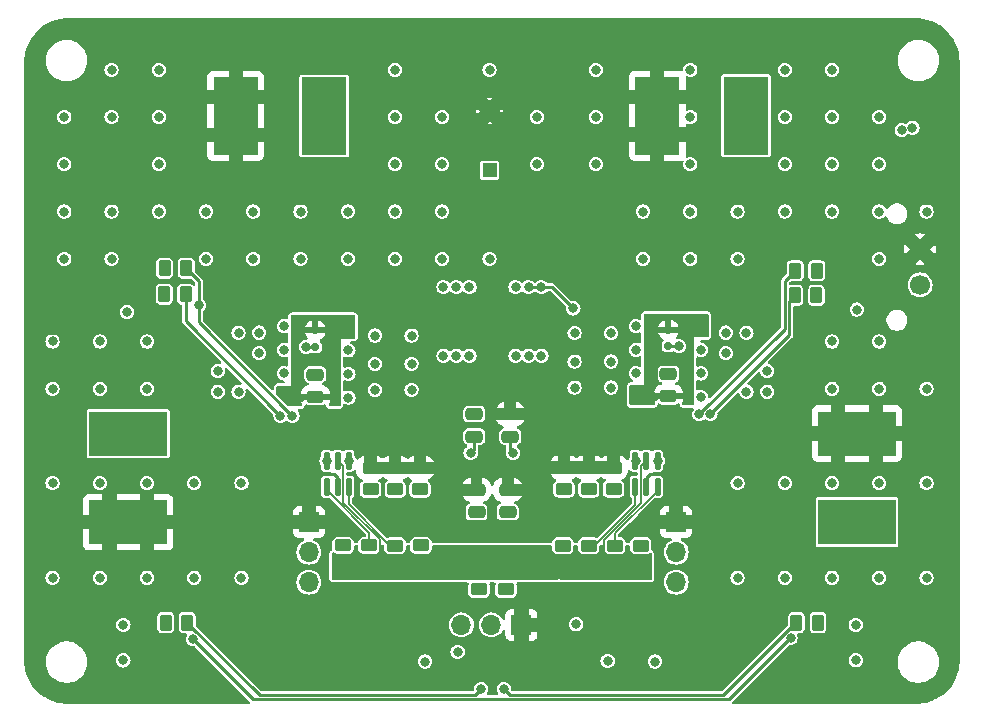
<source format=gbl>
G04 #@! TF.GenerationSoftware,KiCad,Pcbnew,8.0.0*
G04 #@! TF.CreationDate,2024-11-27T00:01:04-06:00*
G04 #@! TF.ProjectId,Power-Secondary,506f7765-722d-4536-9563-6f6e64617279,rev?*
G04 #@! TF.SameCoordinates,Original*
G04 #@! TF.FileFunction,Copper,L4,Bot*
G04 #@! TF.FilePolarity,Positive*
%FSLAX46Y46*%
G04 Gerber Fmt 4.6, Leading zero omitted, Abs format (unit mm)*
G04 Created by KiCad (PCBNEW 8.0.0) date 2024-11-27 00:01:04*
%MOMM*%
%LPD*%
G01*
G04 APERTURE LIST*
G04 Aperture macros list*
%AMRoundRect*
0 Rectangle with rounded corners*
0 $1 Rounding radius*
0 $2 $3 $4 $5 $6 $7 $8 $9 X,Y pos of 4 corners*
0 Add a 4 corners polygon primitive as box body*
4,1,4,$2,$3,$4,$5,$6,$7,$8,$9,$2,$3,0*
0 Add four circle primitives for the rounded corners*
1,1,$1+$1,$2,$3*
1,1,$1+$1,$4,$5*
1,1,$1+$1,$6,$7*
1,1,$1+$1,$8,$9*
0 Add four rect primitives between the rounded corners*
20,1,$1+$1,$2,$3,$4,$5,0*
20,1,$1+$1,$4,$5,$6,$7,0*
20,1,$1+$1,$6,$7,$8,$9,0*
20,1,$1+$1,$8,$9,$2,$3,0*%
G04 Aperture macros list end*
G04 #@! TA.AperFunction,ComponentPad*
%ADD10R,3.430000X3.780000*%
G04 #@! TD*
G04 #@! TA.AperFunction,ComponentPad*
%ADD11R,3.780000X3.430000*%
G04 #@! TD*
G04 #@! TA.AperFunction,ComponentPad*
%ADD12R,1.700000X1.700000*%
G04 #@! TD*
G04 #@! TA.AperFunction,ComponentPad*
%ADD13O,1.700000X1.700000*%
G04 #@! TD*
G04 #@! TA.AperFunction,ComponentPad*
%ADD14R,1.200000X1.200000*%
G04 #@! TD*
G04 #@! TA.AperFunction,ComponentPad*
%ADD15C,1.200000*%
G04 #@! TD*
G04 #@! TA.AperFunction,ComponentPad*
%ADD16C,1.700000*%
G04 #@! TD*
G04 #@! TA.AperFunction,SMDPad,CuDef*
%ADD17RoundRect,0.250000X-0.450000X0.262500X-0.450000X-0.262500X0.450000X-0.262500X0.450000X0.262500X0*%
G04 #@! TD*
G04 #@! TA.AperFunction,SMDPad,CuDef*
%ADD18RoundRect,0.250000X-0.262500X-0.450000X0.262500X-0.450000X0.262500X0.450000X-0.262500X0.450000X0*%
G04 #@! TD*
G04 #@! TA.AperFunction,SMDPad,CuDef*
%ADD19RoundRect,0.250000X0.450000X-0.262500X0.450000X0.262500X-0.450000X0.262500X-0.450000X-0.262500X0*%
G04 #@! TD*
G04 #@! TA.AperFunction,SMDPad,CuDef*
%ADD20RoundRect,0.125000X-0.125000X-0.625000X0.125000X-0.625000X0.125000X0.625000X-0.125000X0.625000X0*%
G04 #@! TD*
G04 #@! TA.AperFunction,SMDPad,CuDef*
%ADD21RoundRect,0.250000X0.475000X-0.250000X0.475000X0.250000X-0.475000X0.250000X-0.475000X-0.250000X0*%
G04 #@! TD*
G04 #@! TA.AperFunction,SMDPad,CuDef*
%ADD22RoundRect,0.250000X0.262500X0.450000X-0.262500X0.450000X-0.262500X-0.450000X0.262500X-0.450000X0*%
G04 #@! TD*
G04 #@! TA.AperFunction,SMDPad,CuDef*
%ADD23RoundRect,0.150000X0.200000X-0.150000X0.200000X0.150000X-0.200000X0.150000X-0.200000X-0.150000X0*%
G04 #@! TD*
G04 #@! TA.AperFunction,SMDPad,CuDef*
%ADD24RoundRect,0.250000X-0.475000X0.250000X-0.475000X-0.250000X0.475000X-0.250000X0.475000X0.250000X0*%
G04 #@! TD*
G04 #@! TA.AperFunction,ViaPad*
%ADD25C,0.800000*%
G04 #@! TD*
G04 #@! TA.AperFunction,Conductor*
%ADD26C,0.250000*%
G04 #@! TD*
G04 #@! TA.AperFunction,Conductor*
%ADD27C,0.127000*%
G04 #@! TD*
G04 APERTURE END LIST*
D10*
X171700000Y-83800000D03*
X168520000Y-83800000D03*
X171700000Y-91290000D03*
X168520000Y-91290000D03*
D11*
X153210000Y-55300000D03*
X153210000Y-58480000D03*
X160700000Y-55300000D03*
X160700000Y-58480000D03*
D12*
X123700000Y-91300000D03*
D13*
X123700000Y-93840000D03*
X123700000Y-96380000D03*
D11*
X117500000Y-55320000D03*
X117500000Y-58500000D03*
X124990000Y-55320000D03*
X124990000Y-58500000D03*
D14*
X139000000Y-61500000D03*
D15*
X139000000Y-56500000D03*
D10*
X106820000Y-91300000D03*
X110000000Y-91300000D03*
X106820000Y-83810000D03*
X110000000Y-83810000D03*
D16*
X175450000Y-71200000D03*
X175450000Y-68200000D03*
D12*
X154800000Y-91300000D03*
D13*
X154800000Y-93840000D03*
X154800000Y-96380000D03*
D12*
X141700000Y-100000000D03*
D13*
X139160000Y-100000000D03*
X136620000Y-100000000D03*
D17*
X140400000Y-95175000D03*
X140400000Y-97000000D03*
D18*
X111487500Y-69800000D03*
X113312500Y-69800000D03*
D19*
X131000000Y-95112500D03*
X131000000Y-93287500D03*
D20*
X151325000Y-88300000D03*
X152275000Y-88300000D03*
X153225000Y-88300000D03*
X153225000Y-86100000D03*
X152275000Y-86100000D03*
X151325000Y-86100000D03*
D19*
X151800000Y-95112500D03*
X151800000Y-93287500D03*
X145300000Y-88500000D03*
X145300000Y-86675000D03*
X128800000Y-95100000D03*
X128800000Y-93275000D03*
D20*
X125200000Y-88300000D03*
X126150000Y-88300000D03*
X127100000Y-88300000D03*
X127100000Y-86100000D03*
X126150000Y-86100000D03*
X125200000Y-86100000D03*
D21*
X137900000Y-90450000D03*
X137900000Y-88550000D03*
D19*
X149500000Y-88500000D03*
X149500000Y-86675000D03*
D22*
X166812500Y-99800000D03*
X164987500Y-99800000D03*
D19*
X147400000Y-95112500D03*
X147400000Y-93287500D03*
X133112500Y-88512500D03*
X133112500Y-86687500D03*
D21*
X140550000Y-90450000D03*
X140550000Y-88550000D03*
X124250000Y-80700000D03*
X124250000Y-78800000D03*
D18*
X111450000Y-72000000D03*
X113275000Y-72000000D03*
D21*
X154150000Y-80650000D03*
X154150000Y-78750000D03*
D23*
X124250000Y-75050000D03*
X124250000Y-76450000D03*
D19*
X133200000Y-95100000D03*
X133200000Y-93275000D03*
X128925000Y-88512500D03*
X128925000Y-86687500D03*
X149600000Y-95112500D03*
X149600000Y-93287500D03*
X145200000Y-95112500D03*
X145200000Y-93287500D03*
D22*
X166675000Y-72100000D03*
X164850000Y-72100000D03*
D19*
X131012500Y-88512500D03*
X131012500Y-86687500D03*
D23*
X154127500Y-75000000D03*
X154127500Y-76400000D03*
D21*
X140750000Y-84050000D03*
X140750000Y-82150000D03*
D18*
X111587500Y-99800000D03*
X113412500Y-99800000D03*
D24*
X137700000Y-82150000D03*
X137700000Y-84050000D03*
D19*
X147400000Y-88500000D03*
X147400000Y-86675000D03*
D22*
X166712500Y-70000000D03*
X164887500Y-70000000D03*
D19*
X126600000Y-95100000D03*
X126600000Y-93275000D03*
D17*
X138100000Y-95175000D03*
X138100000Y-97000000D03*
D25*
X107200000Y-62300000D03*
X120700000Y-93300000D03*
X113500000Y-104000000D03*
X157800000Y-93200000D03*
X144900000Y-96750000D03*
X158500000Y-98200000D03*
X117000000Y-90000000D03*
X164900000Y-104000000D03*
X142000000Y-50900000D03*
X143800000Y-83200000D03*
X133150000Y-97000000D03*
X147900000Y-98700000D03*
X161400000Y-85500000D03*
X107200000Y-60000000D03*
X131000000Y-61000000D03*
X111000000Y-61000000D03*
X135100000Y-71400000D03*
X103000000Y-57000000D03*
X131000000Y-65000000D03*
X135000000Y-65000000D03*
X143400000Y-71400000D03*
X107000000Y-53000000D03*
X111000000Y-57000000D03*
X142300000Y-71400000D03*
X146100000Y-73200000D03*
X137400000Y-85448000D03*
X103000000Y-65000000D03*
X137300000Y-71400000D03*
X103000000Y-69000000D03*
X107000000Y-69000000D03*
X111000000Y-65000000D03*
X131000000Y-57000000D03*
X115000000Y-69000000D03*
X136200000Y-71400000D03*
X127000000Y-65000000D03*
X127000000Y-69000000D03*
X141000000Y-85448000D03*
X131000000Y-53000000D03*
X139000000Y-53000000D03*
X119000000Y-69000000D03*
X139000000Y-69000000D03*
X111000000Y-53000000D03*
X131000000Y-69000000D03*
X135000000Y-61000000D03*
X107000000Y-65000000D03*
X143000000Y-61000000D03*
X115000000Y-65000000D03*
X135000000Y-57000000D03*
X143000000Y-57000000D03*
X123000000Y-69000000D03*
X103000000Y-61000000D03*
X119000000Y-65000000D03*
X123000000Y-65000000D03*
X135000000Y-69000000D03*
X107000000Y-57000000D03*
X141200000Y-71400000D03*
X137700000Y-82150000D03*
X138100000Y-93900000D03*
X131000000Y-95112500D03*
X138100000Y-95175000D03*
X127050000Y-76750000D03*
X121600000Y-76700000D03*
X121600000Y-74700000D03*
X127050000Y-80750000D03*
X124250000Y-78800000D03*
X123450000Y-76450000D03*
X121600000Y-78700000D03*
X127050000Y-78750000D03*
X122979000Y-80750000D03*
X108300000Y-73500000D03*
X125550000Y-74750000D03*
X155400000Y-74700000D03*
X152950000Y-80700000D03*
X170100000Y-73300000D03*
X151400000Y-78700000D03*
X156900000Y-78700000D03*
X156900000Y-76700000D03*
X154150000Y-78750000D03*
X156900000Y-80700000D03*
X151400000Y-74700000D03*
X155050000Y-76400000D03*
X151400000Y-76700000D03*
X137900000Y-90500000D03*
X140600000Y-90500000D03*
X119500000Y-77000000D03*
X116000000Y-80250000D03*
X118000000Y-96000000D03*
X116000000Y-78500000D03*
X102000000Y-96000000D03*
X110000000Y-88000000D03*
X102000000Y-76000000D03*
X106000000Y-80000000D03*
X117750000Y-75250000D03*
X110000000Y-80000000D03*
X106000000Y-88000000D03*
X114000000Y-96000000D03*
X110000000Y-76000000D03*
X102000000Y-88000000D03*
X102000000Y-80000000D03*
X119500000Y-75250000D03*
X117750000Y-80250000D03*
X106000000Y-76000000D03*
X110000000Y-96000000D03*
X108000000Y-100000000D03*
X108000000Y-103000000D03*
X114000000Y-88000000D03*
X118000000Y-88000000D03*
X106000000Y-96000000D03*
X164488113Y-101121455D03*
X160000000Y-96000000D03*
X176000000Y-88000000D03*
X176000000Y-80000000D03*
X170000000Y-100000000D03*
X168000000Y-76000000D03*
X160750000Y-75250000D03*
X164000000Y-88000000D03*
X162500000Y-80250000D03*
X172000000Y-76000000D03*
X159000000Y-75250000D03*
X168000000Y-88000000D03*
X172000000Y-96000000D03*
X172000000Y-88000000D03*
X162500000Y-78500000D03*
X172000000Y-80000000D03*
X164000000Y-96000000D03*
X176000000Y-96000000D03*
X160750000Y-80250000D03*
X168000000Y-80000000D03*
X160000000Y-88000000D03*
X170000000Y-103000000D03*
X113895216Y-101204784D03*
X168000000Y-96000000D03*
X159000000Y-77000000D03*
X111600000Y-99800000D03*
X166900000Y-99700000D03*
X166700000Y-70000000D03*
X166700000Y-72100000D03*
X111400000Y-72000000D03*
X111400000Y-69800000D03*
X126600000Y-93300000D03*
X151800000Y-93300000D03*
X140400000Y-97000000D03*
X114412515Y-72948000D03*
X127100000Y-86100000D03*
X122311034Y-82288966D03*
X153250000Y-86100000D03*
X157700000Y-82150000D03*
X138100000Y-97000000D03*
X131000000Y-88500000D03*
X133100000Y-88500000D03*
X149500000Y-88500000D03*
X147400000Y-88500000D03*
X138300000Y-105400000D03*
X140200000Y-105400000D03*
X156750000Y-82166842D03*
X151400000Y-86100000D03*
X121300000Y-82300000D03*
X125200000Y-86100000D03*
X128800000Y-93300000D03*
X153000000Y-103100000D03*
X149600000Y-93300000D03*
X131000000Y-93300000D03*
X136296930Y-102274862D03*
X133200000Y-93300000D03*
X133550000Y-103100000D03*
X146350000Y-99950000D03*
X145200000Y-93300000D03*
X128900000Y-88500000D03*
X145300000Y-88500000D03*
X129300000Y-75500000D03*
X135100000Y-77200000D03*
X132400000Y-75500000D03*
X136200000Y-77200000D03*
X132400000Y-80100000D03*
X132400000Y-77900000D03*
X129300000Y-77900000D03*
X137300000Y-77200000D03*
X129300000Y-80100000D03*
X146200000Y-77700000D03*
X146200000Y-75300000D03*
X141200000Y-77200000D03*
X149300000Y-75300000D03*
X149300000Y-77700000D03*
X143400000Y-77200000D03*
X142300000Y-77200000D03*
X146200000Y-79900000D03*
X149300000Y-79900000D03*
X148000000Y-57000000D03*
X168000000Y-57000000D03*
X172000000Y-57000000D03*
X174800000Y-57900000D03*
X160000000Y-65000000D03*
X156000000Y-65000000D03*
X164000000Y-65000000D03*
X148000000Y-53000000D03*
X152000000Y-65000000D03*
X156000000Y-57000000D03*
X156000000Y-61000000D03*
X172000000Y-61000000D03*
X164000000Y-57000000D03*
X172000000Y-69000000D03*
X168000000Y-61000000D03*
X152000000Y-69000000D03*
X173900000Y-58100000D03*
X168000000Y-65000000D03*
X160000000Y-69000000D03*
X148000000Y-61000000D03*
X164000000Y-61000000D03*
X156000000Y-69000000D03*
X164000000Y-53000000D03*
X176000000Y-65000000D03*
X172000000Y-65000000D03*
X156000000Y-53000000D03*
X168000000Y-53000000D03*
X147400000Y-93300000D03*
X149000000Y-103050000D03*
D26*
X152275000Y-87550001D02*
X152625001Y-87200000D01*
X125799999Y-87200000D02*
X125100000Y-87200000D01*
X152275000Y-88300000D02*
X152275000Y-87550001D01*
X126150000Y-87550001D02*
X125799999Y-87200000D01*
X152625001Y-87200000D02*
X153700000Y-87200000D01*
X126150000Y-88300000D02*
X126150000Y-87550001D01*
X143400000Y-71400000D02*
X144300000Y-71400000D01*
X142300000Y-71400000D02*
X143400000Y-71400000D01*
X137700000Y-85148000D02*
X137400000Y-85448000D01*
X140750000Y-84050000D02*
X140750000Y-85198000D01*
X137700000Y-84050000D02*
X137700000Y-85148000D01*
X140750000Y-85198000D02*
X141000000Y-85448000D01*
X144300000Y-71400000D02*
X146100000Y-73200000D01*
D27*
X151800000Y-86575000D02*
X152275000Y-86100000D01*
X126590500Y-89649710D02*
X126590500Y-86540500D01*
X151800000Y-89700000D02*
X151800000Y-86575000D01*
X149600000Y-95112500D02*
X148709500Y-94222000D01*
X129700000Y-92759210D02*
X126590500Y-89649710D01*
X129700000Y-94400000D02*
X129700000Y-92759210D01*
X129000000Y-95100000D02*
X129700000Y-94400000D01*
X126590500Y-86540500D02*
X126150000Y-86100000D01*
X148709500Y-92790500D02*
X151800000Y-89700000D01*
X128800000Y-95100000D02*
X129000000Y-95100000D01*
X148709500Y-94222000D02*
X148709500Y-92790500D01*
D26*
X124250000Y-76450000D02*
X123450000Y-76450000D01*
X154177500Y-76400000D02*
X155050000Y-76400000D01*
X159300000Y-106300000D02*
X118990432Y-106300000D01*
X164488113Y-101121455D02*
X164478545Y-101121455D01*
X164478545Y-101121455D02*
X159300000Y-106300000D01*
X118990432Y-106300000D02*
X113895216Y-101204784D01*
X114412515Y-70900015D02*
X113312500Y-69800000D01*
X114412515Y-72948000D02*
X114412515Y-70900015D01*
X114412515Y-74390447D02*
X122311034Y-82288966D01*
X114412515Y-72948000D02*
X114412515Y-74390447D01*
X157700000Y-82150000D02*
X164377000Y-75473000D01*
X164377000Y-72573000D02*
X164850000Y-72100000D01*
X164377000Y-75473000D02*
X164377000Y-72573000D01*
X138300000Y-105400000D02*
X137777000Y-105923000D01*
X119535500Y-105923000D02*
X113412500Y-99800000D01*
X137777000Y-105923000D02*
X119535500Y-105923000D01*
X140723000Y-105923000D02*
X158770750Y-105923000D01*
X163836113Y-100851387D02*
X164887500Y-99800000D01*
X163836113Y-100857637D02*
X163836113Y-100851387D01*
X140200000Y-105400000D02*
X140723000Y-105923000D01*
X158770750Y-105923000D02*
X163836113Y-100857637D01*
X164887500Y-99800000D02*
X164987500Y-99800000D01*
X164000000Y-74916842D02*
X164000000Y-70900000D01*
X156750000Y-82166842D02*
X164000000Y-74916842D01*
X164000000Y-70900000D02*
X164900000Y-70000000D01*
X113275000Y-72000000D02*
X113275000Y-74275000D01*
X113275000Y-74275000D02*
X121300000Y-82300000D01*
D27*
X125200000Y-88618420D02*
X128800000Y-92218420D01*
X128800000Y-92218420D02*
X128800000Y-93300000D01*
X125200000Y-88300000D02*
X125200000Y-88618420D01*
X153225000Y-88300000D02*
X153225000Y-88634210D01*
X153225000Y-88634210D02*
X149600000Y-92259210D01*
X149600000Y-92259210D02*
X149600000Y-93300000D01*
X127100000Y-88300000D02*
X127100000Y-89800000D01*
X127100000Y-89800000D02*
X130600000Y-93300000D01*
X130600000Y-93300000D02*
X131000000Y-93300000D01*
X147400000Y-93287500D02*
X147853290Y-93287500D01*
X147853290Y-93287500D02*
X151325000Y-89815790D01*
X151325000Y-89815790D02*
X151325000Y-88300000D01*
G04 #@! TA.AperFunction,Conductor*
G36*
X157493039Y-73669685D02*
G01*
X157538794Y-73722489D01*
X157550000Y-73774000D01*
X157550000Y-75526000D01*
X157530315Y-75593039D01*
X157477511Y-75638794D01*
X157426000Y-75650000D01*
X156300000Y-75650000D01*
X156300000Y-76648714D01*
X156298939Y-76664899D01*
X156294318Y-76699998D01*
X156294318Y-76699999D01*
X156298939Y-76735099D01*
X156300000Y-76751285D01*
X156300000Y-78648714D01*
X156298939Y-78664899D01*
X156294318Y-78699998D01*
X156294318Y-78699999D01*
X156298939Y-78735099D01*
X156300000Y-78751285D01*
X156300000Y-80648714D01*
X156298939Y-80664899D01*
X156294318Y-80699998D01*
X156294318Y-80699999D01*
X156298939Y-80735099D01*
X156300000Y-80751285D01*
X156300000Y-81276000D01*
X156280315Y-81343039D01*
X156227511Y-81388794D01*
X156176000Y-81400000D01*
X155419654Y-81400000D01*
X155352615Y-81380315D01*
X155306860Y-81327511D01*
X155296916Y-81258353D01*
X155307271Y-81223597D01*
X155309357Y-81219122D01*
X155364505Y-81052697D01*
X155364506Y-81052690D01*
X155374999Y-80949986D01*
X155375000Y-80949973D01*
X155375000Y-80900000D01*
X152925001Y-80900000D01*
X152925001Y-80949986D01*
X152935494Y-81052697D01*
X152990642Y-81219122D01*
X152992729Y-81223597D01*
X153003220Y-81292675D01*
X152974699Y-81356458D01*
X152916221Y-81394697D01*
X152880346Y-81400000D01*
X150974000Y-81400000D01*
X150906961Y-81380315D01*
X150861206Y-81327511D01*
X150850000Y-81276000D01*
X150850000Y-80400000D01*
X152925000Y-80400000D01*
X155374999Y-80400000D01*
X155374999Y-80350028D01*
X155374998Y-80350013D01*
X155364505Y-80247302D01*
X155309358Y-80080880D01*
X155309356Y-80080875D01*
X155217315Y-79931654D01*
X155093345Y-79807684D01*
X154944124Y-79715643D01*
X154944119Y-79715641D01*
X154775917Y-79659905D01*
X154718472Y-79620133D01*
X154691649Y-79555617D01*
X154703964Y-79486841D01*
X154751507Y-79435641D01*
X154773966Y-79425158D01*
X154773972Y-79425156D01*
X154837882Y-79402793D01*
X154947150Y-79322150D01*
X155027793Y-79212882D01*
X155057396Y-79128282D01*
X155072646Y-79084701D01*
X155072646Y-79084699D01*
X155075500Y-79054269D01*
X155075500Y-78445730D01*
X155072646Y-78415300D01*
X155072646Y-78415298D01*
X155027793Y-78287119D01*
X155027792Y-78287117D01*
X155016427Y-78271718D01*
X154947150Y-78177850D01*
X154837882Y-78097207D01*
X154837880Y-78097206D01*
X154709700Y-78052353D01*
X154679270Y-78049500D01*
X154679266Y-78049500D01*
X153620734Y-78049500D01*
X153620730Y-78049500D01*
X153590300Y-78052353D01*
X153590298Y-78052353D01*
X153462119Y-78097206D01*
X153462117Y-78097207D01*
X153352850Y-78177850D01*
X153272207Y-78287117D01*
X153272206Y-78287119D01*
X153227353Y-78415298D01*
X153227353Y-78415300D01*
X153224500Y-78445730D01*
X153224500Y-79054269D01*
X153227353Y-79084699D01*
X153227353Y-79084701D01*
X153272206Y-79212880D01*
X153272207Y-79212882D01*
X153352850Y-79322150D01*
X153462118Y-79402793D01*
X153526033Y-79425158D01*
X153582807Y-79465878D01*
X153608555Y-79530830D01*
X153595099Y-79599392D01*
X153546712Y-79649795D01*
X153524082Y-79659904D01*
X153355878Y-79715642D01*
X153355875Y-79715643D01*
X153206654Y-79807684D01*
X153082684Y-79931654D01*
X152990643Y-80080875D01*
X152990641Y-80080880D01*
X152935494Y-80247302D01*
X152935493Y-80247309D01*
X152925000Y-80350013D01*
X152925000Y-80400000D01*
X150850000Y-80400000D01*
X150850000Y-79774000D01*
X150869685Y-79706961D01*
X150922489Y-79661206D01*
X150974000Y-79650000D01*
X152050000Y-79650000D01*
X152050000Y-75250001D01*
X153280204Y-75250001D01*
X153280399Y-75252486D01*
X153326218Y-75410198D01*
X153409814Y-75551552D01*
X153409821Y-75551561D01*
X153525938Y-75667678D01*
X153525947Y-75667685D01*
X153667301Y-75751281D01*
X153669920Y-75752042D01*
X153671732Y-75753199D01*
X153674465Y-75754382D01*
X153674274Y-75754822D01*
X153728808Y-75789644D01*
X153758020Y-75853114D01*
X153748279Y-75922301D01*
X153723016Y-75958802D01*
X153638302Y-76043516D01*
X153586926Y-76148608D01*
X153577000Y-76216739D01*
X153577000Y-76583260D01*
X153586926Y-76651391D01*
X153638303Y-76756485D01*
X153721014Y-76839196D01*
X153721015Y-76839196D01*
X153721017Y-76839198D01*
X153826107Y-76890573D01*
X153860173Y-76895536D01*
X153894239Y-76900500D01*
X153894240Y-76900500D01*
X154360761Y-76900500D01*
X154394826Y-76895536D01*
X154428893Y-76890573D01*
X154527257Y-76842485D01*
X154596129Y-76830726D01*
X154657200Y-76855508D01*
X154747159Y-76924536D01*
X154893238Y-76985044D01*
X154971619Y-76995363D01*
X155049999Y-77005682D01*
X155050000Y-77005682D01*
X155050001Y-77005682D01*
X155102254Y-76998802D01*
X155206762Y-76985044D01*
X155352841Y-76924536D01*
X155478282Y-76828282D01*
X155574536Y-76702841D01*
X155635044Y-76556762D01*
X155655682Y-76400000D01*
X155635044Y-76243238D01*
X155574536Y-76097159D01*
X155478282Y-75971718D01*
X155352841Y-75875464D01*
X155298883Y-75853114D01*
X155206762Y-75814956D01*
X155206760Y-75814955D01*
X155050001Y-75794318D01*
X155049999Y-75794318D01*
X154896729Y-75814496D01*
X154827694Y-75803730D01*
X154775438Y-75757350D01*
X154756553Y-75690081D01*
X154777034Y-75623281D01*
X154792864Y-75603875D01*
X154845178Y-75551561D01*
X154845185Y-75551552D01*
X154928781Y-75410198D01*
X154974600Y-75252486D01*
X154974795Y-75250001D01*
X154974795Y-75250000D01*
X153280205Y-75250000D01*
X153280204Y-75250001D01*
X152050000Y-75250001D01*
X152050000Y-74749998D01*
X153280204Y-74749998D01*
X153280205Y-74750000D01*
X153877500Y-74750000D01*
X153877500Y-74200000D01*
X154377500Y-74200000D01*
X154377500Y-74750000D01*
X154974795Y-74750000D01*
X154974795Y-74749998D01*
X154974600Y-74747513D01*
X154928781Y-74589801D01*
X154845185Y-74448447D01*
X154845178Y-74448438D01*
X154729061Y-74332321D01*
X154729052Y-74332314D01*
X154587696Y-74248717D01*
X154587693Y-74248716D01*
X154429995Y-74202900D01*
X154429989Y-74202899D01*
X154393149Y-74200000D01*
X154377500Y-74200000D01*
X153877500Y-74200000D01*
X153861850Y-74200000D01*
X153825010Y-74202899D01*
X153825004Y-74202900D01*
X153667306Y-74248716D01*
X153667303Y-74248717D01*
X153525947Y-74332314D01*
X153525938Y-74332321D01*
X153409821Y-74448438D01*
X153409814Y-74448447D01*
X153326218Y-74589801D01*
X153280399Y-74747513D01*
X153280204Y-74749998D01*
X152050000Y-74749998D01*
X152050000Y-73774000D01*
X152069685Y-73706961D01*
X152122489Y-73661206D01*
X152174000Y-73650000D01*
X157426000Y-73650000D01*
X157493039Y-73669685D01*
G37*
G04 #@! TD.AperFunction*
G04 #@! TA.AperFunction,Conductor*
G36*
X127593039Y-73769685D02*
G01*
X127638794Y-73822489D01*
X127650000Y-73874000D01*
X127650000Y-75626000D01*
X127630315Y-75693039D01*
X127577511Y-75738794D01*
X127526000Y-75750000D01*
X126400000Y-75750000D01*
X126400000Y-81376000D01*
X126380315Y-81443039D01*
X126327511Y-81488794D01*
X126276000Y-81500000D01*
X125489126Y-81500000D01*
X125422087Y-81480315D01*
X125376332Y-81427511D01*
X125366388Y-81358353D01*
X125383587Y-81310904D01*
X125409354Y-81269128D01*
X125409358Y-81269119D01*
X125464505Y-81102697D01*
X125464506Y-81102690D01*
X125474999Y-80999986D01*
X125475000Y-80999973D01*
X125475000Y-80950000D01*
X123025001Y-80950000D01*
X123025001Y-80999986D01*
X123035494Y-81102697D01*
X123090641Y-81269119D01*
X123090645Y-81269128D01*
X123116413Y-81310904D01*
X123134853Y-81378296D01*
X123113930Y-81444960D01*
X123060288Y-81489729D01*
X123010874Y-81500000D01*
X122033756Y-81500000D01*
X121966717Y-81480315D01*
X121946075Y-81463681D01*
X120986319Y-80503924D01*
X120956874Y-80450000D01*
X123025000Y-80450000D01*
X125474999Y-80450000D01*
X125474999Y-80400028D01*
X125474998Y-80400013D01*
X125464505Y-80297302D01*
X125409358Y-80130880D01*
X125409356Y-80130875D01*
X125317315Y-79981654D01*
X125193345Y-79857684D01*
X125044124Y-79765643D01*
X125044119Y-79765641D01*
X124875917Y-79709905D01*
X124818472Y-79670133D01*
X124791649Y-79605617D01*
X124803964Y-79536841D01*
X124851507Y-79485641D01*
X124873966Y-79475158D01*
X124873972Y-79475156D01*
X124937882Y-79452793D01*
X125047150Y-79372150D01*
X125127793Y-79262882D01*
X125157396Y-79178282D01*
X125172646Y-79134701D01*
X125172646Y-79134699D01*
X125175500Y-79104269D01*
X125175500Y-78495730D01*
X125172646Y-78465300D01*
X125172646Y-78465298D01*
X125127793Y-78337119D01*
X125127792Y-78337117D01*
X125116427Y-78321718D01*
X125047150Y-78227850D01*
X124937882Y-78147207D01*
X124937880Y-78147206D01*
X124809700Y-78102353D01*
X124779270Y-78099500D01*
X124779266Y-78099500D01*
X123720734Y-78099500D01*
X123720730Y-78099500D01*
X123690300Y-78102353D01*
X123690298Y-78102353D01*
X123562119Y-78147206D01*
X123562117Y-78147207D01*
X123452850Y-78227850D01*
X123372207Y-78337117D01*
X123372206Y-78337119D01*
X123327353Y-78465298D01*
X123327353Y-78465300D01*
X123324500Y-78495730D01*
X123324500Y-79104269D01*
X123327353Y-79134699D01*
X123327353Y-79134701D01*
X123372206Y-79262880D01*
X123372207Y-79262882D01*
X123452850Y-79372150D01*
X123562118Y-79452793D01*
X123626033Y-79475158D01*
X123682807Y-79515878D01*
X123708555Y-79580830D01*
X123695099Y-79649392D01*
X123646712Y-79699795D01*
X123624082Y-79709904D01*
X123455878Y-79765642D01*
X123455875Y-79765643D01*
X123306654Y-79857684D01*
X123182684Y-79981654D01*
X123090643Y-80130875D01*
X123090641Y-80130880D01*
X123035494Y-80297302D01*
X123035493Y-80297309D01*
X123025000Y-80400013D01*
X123025000Y-80450000D01*
X120956874Y-80450000D01*
X120952834Y-80442601D01*
X120950000Y-80416243D01*
X120950000Y-79874000D01*
X120969685Y-79806961D01*
X121022489Y-79761206D01*
X121074000Y-79750000D01*
X122150000Y-79750000D01*
X122150000Y-78966030D01*
X122159439Y-78918577D01*
X122164333Y-78906762D01*
X122185044Y-78856762D01*
X122205682Y-78700000D01*
X122185044Y-78543238D01*
X122159439Y-78481421D01*
X122150000Y-78433969D01*
X122150000Y-76966030D01*
X122159439Y-76918577D01*
X122169068Y-76895331D01*
X122185044Y-76856762D01*
X122205682Y-76700000D01*
X122185044Y-76543238D01*
X122159439Y-76481421D01*
X122153189Y-76450001D01*
X122844318Y-76450001D01*
X122864955Y-76606760D01*
X122864956Y-76606762D01*
X122904153Y-76701393D01*
X122925464Y-76752841D01*
X123021718Y-76878282D01*
X123147159Y-76974536D01*
X123293238Y-77035044D01*
X123371619Y-77045363D01*
X123449999Y-77055682D01*
X123450000Y-77055682D01*
X123450001Y-77055682D01*
X123502254Y-77048802D01*
X123606762Y-77035044D01*
X123752841Y-76974536D01*
X123795123Y-76942090D01*
X123860290Y-76916897D01*
X123925068Y-76929065D01*
X123948607Y-76940573D01*
X123959033Y-76942092D01*
X124016739Y-76950500D01*
X124016740Y-76950500D01*
X124483261Y-76950500D01*
X124505971Y-76947191D01*
X124551393Y-76940573D01*
X124656483Y-76889198D01*
X124739198Y-76806483D01*
X124790573Y-76701393D01*
X124800500Y-76633260D01*
X124800500Y-76266740D01*
X124790573Y-76198607D01*
X124739198Y-76093517D01*
X124739196Y-76093515D01*
X124739196Y-76093514D01*
X124654484Y-76008802D01*
X124620999Y-75947479D01*
X124625983Y-75877787D01*
X124667855Y-75821854D01*
X124707582Y-75802041D01*
X124710199Y-75801280D01*
X124851552Y-75717685D01*
X124851561Y-75717678D01*
X124967678Y-75601561D01*
X124967685Y-75601552D01*
X125051281Y-75460198D01*
X125097100Y-75302486D01*
X125097295Y-75300001D01*
X125097295Y-75300000D01*
X123402705Y-75300000D01*
X123402704Y-75300001D01*
X123402899Y-75302486D01*
X123448718Y-75460198D01*
X123532314Y-75601552D01*
X123532321Y-75601561D01*
X123566063Y-75635303D01*
X123599548Y-75696626D01*
X123594564Y-75766318D01*
X123552692Y-75822251D01*
X123487228Y-75846668D01*
X123462200Y-75845924D01*
X123457734Y-75845336D01*
X123450000Y-75844318D01*
X123449999Y-75844318D01*
X123449998Y-75844318D01*
X123293239Y-75864955D01*
X123293237Y-75864956D01*
X123147160Y-75925463D01*
X123021718Y-76021718D01*
X122925463Y-76147160D01*
X122864956Y-76293237D01*
X122864955Y-76293239D01*
X122844318Y-76449998D01*
X122844318Y-76450001D01*
X122153189Y-76450001D01*
X122150000Y-76433969D01*
X122150000Y-74966030D01*
X122159439Y-74918577D01*
X122185044Y-74856762D01*
X122192517Y-74799998D01*
X123402704Y-74799998D01*
X123402705Y-74800000D01*
X124000000Y-74800000D01*
X124000000Y-74250000D01*
X124500000Y-74250000D01*
X124500000Y-74800000D01*
X125097295Y-74800000D01*
X125097295Y-74799998D01*
X125097100Y-74797513D01*
X125051281Y-74639801D01*
X124967685Y-74498447D01*
X124967678Y-74498438D01*
X124851561Y-74382321D01*
X124851552Y-74382314D01*
X124710196Y-74298717D01*
X124710193Y-74298716D01*
X124552495Y-74252900D01*
X124552489Y-74252899D01*
X124515649Y-74250000D01*
X124500000Y-74250000D01*
X124000000Y-74250000D01*
X123984350Y-74250000D01*
X123947510Y-74252899D01*
X123947504Y-74252900D01*
X123789806Y-74298716D01*
X123789803Y-74298717D01*
X123648447Y-74382314D01*
X123648438Y-74382321D01*
X123532321Y-74498438D01*
X123532314Y-74498447D01*
X123448718Y-74639801D01*
X123402899Y-74797513D01*
X123402704Y-74799998D01*
X122192517Y-74799998D01*
X122205682Y-74700000D01*
X122185044Y-74543238D01*
X122159439Y-74481421D01*
X122150000Y-74433969D01*
X122150000Y-73874000D01*
X122169685Y-73806961D01*
X122222489Y-73761206D01*
X122274000Y-73750000D01*
X127526000Y-73750000D01*
X127593039Y-73769685D01*
G37*
G04 #@! TD.AperFunction*
G04 #@! TA.AperFunction,Conductor*
G36*
X127842539Y-93249685D02*
G01*
X127888294Y-93302489D01*
X127899500Y-93354000D01*
X127899500Y-93591769D01*
X127902353Y-93622199D01*
X127902353Y-93622201D01*
X127947206Y-93750380D01*
X127947207Y-93750382D01*
X128027850Y-93859650D01*
X128137118Y-93940293D01*
X128172838Y-93952792D01*
X128265299Y-93985146D01*
X128295730Y-93988000D01*
X128295734Y-93988000D01*
X129304270Y-93988000D01*
X129334699Y-93985146D01*
X129334701Y-93985146D01*
X129398790Y-93962719D01*
X129462882Y-93940293D01*
X129572150Y-93859650D01*
X129652793Y-93750382D01*
X129675219Y-93686290D01*
X129697646Y-93622201D01*
X129697646Y-93622199D01*
X129700500Y-93591769D01*
X129700500Y-93354000D01*
X129720185Y-93286961D01*
X129772989Y-93241206D01*
X129824500Y-93230000D01*
X129975500Y-93230000D01*
X130042539Y-93249685D01*
X130088294Y-93302489D01*
X130099500Y-93354000D01*
X130099500Y-93604269D01*
X130102353Y-93634699D01*
X130102353Y-93634701D01*
X130142832Y-93750380D01*
X130147207Y-93762882D01*
X130227850Y-93872150D01*
X130337118Y-93952793D01*
X130379845Y-93967744D01*
X130465299Y-93997646D01*
X130495730Y-94000500D01*
X130495734Y-94000500D01*
X131504270Y-94000500D01*
X131534699Y-93997646D01*
X131534701Y-93997646D01*
X131602218Y-93974020D01*
X131662882Y-93952793D01*
X131772150Y-93872150D01*
X131852793Y-93762882D01*
X131875219Y-93698790D01*
X131897646Y-93634701D01*
X131897646Y-93634699D01*
X131900500Y-93604269D01*
X131900500Y-93354000D01*
X131920185Y-93286961D01*
X131972989Y-93241206D01*
X132024500Y-93230000D01*
X132175500Y-93230000D01*
X132242539Y-93249685D01*
X132288294Y-93302489D01*
X132299500Y-93354000D01*
X132299500Y-93591769D01*
X132302353Y-93622199D01*
X132302353Y-93622201D01*
X132347206Y-93750380D01*
X132347207Y-93750382D01*
X132427850Y-93859650D01*
X132537118Y-93940293D01*
X132572838Y-93952792D01*
X132665299Y-93985146D01*
X132695730Y-93988000D01*
X132695734Y-93988000D01*
X133704270Y-93988000D01*
X133734699Y-93985146D01*
X133734701Y-93985146D01*
X133798790Y-93962719D01*
X133862882Y-93940293D01*
X133972150Y-93859650D01*
X134052793Y-93750382D01*
X134075219Y-93686290D01*
X134097646Y-93622201D01*
X134097646Y-93622199D01*
X134100500Y-93591769D01*
X134100500Y-93354000D01*
X134120185Y-93286961D01*
X134172989Y-93241206D01*
X134224500Y-93230000D01*
X144175500Y-93230000D01*
X144242539Y-93249685D01*
X144288294Y-93302489D01*
X144299500Y-93354000D01*
X144299500Y-93604269D01*
X144302353Y-93634699D01*
X144302353Y-93634701D01*
X144342832Y-93750380D01*
X144347207Y-93762882D01*
X144427850Y-93872150D01*
X144537118Y-93952793D01*
X144579845Y-93967744D01*
X144665299Y-93997646D01*
X144695730Y-94000500D01*
X144695734Y-94000500D01*
X145704270Y-94000500D01*
X145734699Y-93997646D01*
X145734701Y-93997646D01*
X145802218Y-93974020D01*
X145862882Y-93952793D01*
X145972150Y-93872150D01*
X146052793Y-93762882D01*
X146075219Y-93698790D01*
X146097646Y-93634701D01*
X146097646Y-93634699D01*
X146100500Y-93604269D01*
X146100500Y-93354000D01*
X146120185Y-93286961D01*
X146172989Y-93241206D01*
X146224500Y-93230000D01*
X146375500Y-93230000D01*
X146442539Y-93249685D01*
X146488294Y-93302489D01*
X146499500Y-93354000D01*
X146499500Y-93604269D01*
X146502353Y-93634699D01*
X146502353Y-93634701D01*
X146542832Y-93750380D01*
X146547207Y-93762882D01*
X146627850Y-93872150D01*
X146737118Y-93952793D01*
X146779845Y-93967744D01*
X146865299Y-93997646D01*
X146895730Y-94000500D01*
X146895734Y-94000500D01*
X147904270Y-94000500D01*
X147934699Y-93997646D01*
X147934701Y-93997646D01*
X148002218Y-93974020D01*
X148062882Y-93952793D01*
X148172150Y-93872150D01*
X148252793Y-93762882D01*
X148275219Y-93698790D01*
X148297646Y-93634701D01*
X148297646Y-93634699D01*
X148300500Y-93604269D01*
X148300500Y-93354000D01*
X148320185Y-93286961D01*
X148372989Y-93241206D01*
X148424500Y-93230000D01*
X148575500Y-93230000D01*
X148642539Y-93249685D01*
X148688294Y-93302489D01*
X148699500Y-93354000D01*
X148699500Y-93604269D01*
X148702353Y-93634699D01*
X148702353Y-93634701D01*
X148742832Y-93750380D01*
X148747207Y-93762882D01*
X148827850Y-93872150D01*
X148937118Y-93952793D01*
X148979845Y-93967744D01*
X149065299Y-93997646D01*
X149095730Y-94000500D01*
X149095734Y-94000500D01*
X150104270Y-94000500D01*
X150134699Y-93997646D01*
X150134701Y-93997646D01*
X150202218Y-93974020D01*
X150262882Y-93952793D01*
X150372150Y-93872150D01*
X150452793Y-93762882D01*
X150475219Y-93698790D01*
X150497646Y-93634701D01*
X150497646Y-93634699D01*
X150500500Y-93604269D01*
X150500500Y-93354000D01*
X150520185Y-93286961D01*
X150572989Y-93241206D01*
X150624500Y-93230000D01*
X150775500Y-93230000D01*
X150842539Y-93249685D01*
X150888294Y-93302489D01*
X150899500Y-93354000D01*
X150899500Y-93604269D01*
X150902353Y-93634699D01*
X150902353Y-93634701D01*
X150942832Y-93750380D01*
X150947207Y-93762882D01*
X151027850Y-93872150D01*
X151137118Y-93952793D01*
X151179845Y-93967744D01*
X151265299Y-93997646D01*
X151295730Y-94000500D01*
X151295734Y-94000500D01*
X152304270Y-94000500D01*
X152334699Y-93997646D01*
X152334701Y-93997646D01*
X152402218Y-93974020D01*
X152462882Y-93952793D01*
X152542367Y-93894130D01*
X152607995Y-93870160D01*
X152676166Y-93885475D01*
X152725234Y-93935216D01*
X152740000Y-93993901D01*
X152740000Y-96076000D01*
X152720315Y-96143039D01*
X152667511Y-96188794D01*
X152616000Y-96200000D01*
X145166031Y-96200000D01*
X145118579Y-96190561D01*
X145056765Y-96164957D01*
X145056760Y-96164955D01*
X144900001Y-96144318D01*
X144899999Y-96144318D01*
X144743239Y-96164955D01*
X144743234Y-96164957D01*
X144681421Y-96190561D01*
X144633969Y-96200000D01*
X125774000Y-96200000D01*
X125706961Y-96180315D01*
X125661206Y-96127511D01*
X125650000Y-96076000D01*
X125650000Y-93974020D01*
X125669685Y-93906981D01*
X125722489Y-93861226D01*
X125791647Y-93851282D01*
X125847630Y-93874248D01*
X125937118Y-93940293D01*
X125972838Y-93952792D01*
X126065299Y-93985146D01*
X126095730Y-93988000D01*
X126095734Y-93988000D01*
X127104270Y-93988000D01*
X127134699Y-93985146D01*
X127134701Y-93985146D01*
X127198790Y-93962719D01*
X127262882Y-93940293D01*
X127372150Y-93859650D01*
X127452793Y-93750382D01*
X127475219Y-93686290D01*
X127497646Y-93622201D01*
X127497646Y-93622199D01*
X127500500Y-93591769D01*
X127500500Y-93354000D01*
X127520185Y-93286961D01*
X127572989Y-93241206D01*
X127624500Y-93230000D01*
X127775500Y-93230000D01*
X127842539Y-93249685D01*
G37*
G04 #@! TD.AperFunction*
G04 #@! TA.AperFunction,Conductor*
G36*
X109308692Y-90732658D02*
G01*
X109211293Y-90878427D01*
X109144203Y-91040397D01*
X109110000Y-91212343D01*
X109110000Y-91387657D01*
X109144203Y-91559603D01*
X109211293Y-91721573D01*
X109308692Y-91867342D01*
X109341350Y-91900000D01*
X107478650Y-91900000D01*
X107511308Y-91867342D01*
X107608707Y-91721573D01*
X107675797Y-91559603D01*
X107710000Y-91387657D01*
X107710000Y-91212343D01*
X107675797Y-91040397D01*
X107608707Y-90878427D01*
X107511308Y-90732658D01*
X107478650Y-90700000D01*
X109341350Y-90700000D01*
X109308692Y-90732658D01*
G37*
G04 #@! TD.AperFunction*
G04 #@! TA.AperFunction,Conductor*
G36*
X171008692Y-83232658D02*
G01*
X170911293Y-83378427D01*
X170844203Y-83540397D01*
X170810000Y-83712343D01*
X170810000Y-83887657D01*
X170844203Y-84059603D01*
X170911293Y-84221573D01*
X171008692Y-84367342D01*
X171041350Y-84400000D01*
X169178650Y-84400000D01*
X169211308Y-84367342D01*
X169308707Y-84221573D01*
X169375797Y-84059603D01*
X169410000Y-83887657D01*
X169410000Y-83712343D01*
X169375797Y-83540397D01*
X169308707Y-83378427D01*
X169211308Y-83232658D01*
X169178650Y-83200000D01*
X171041350Y-83200000D01*
X171008692Y-83232658D01*
G37*
G04 #@! TD.AperFunction*
G04 #@! TA.AperFunction,Conductor*
G36*
X153810000Y-57821350D02*
G01*
X153777342Y-57788692D01*
X153631573Y-57691293D01*
X153469603Y-57624203D01*
X153297657Y-57590000D01*
X153122343Y-57590000D01*
X152950397Y-57624203D01*
X152788427Y-57691293D01*
X152642658Y-57788692D01*
X152610000Y-57821350D01*
X152610000Y-55958650D01*
X152642658Y-55991308D01*
X152788427Y-56088707D01*
X152950397Y-56155797D01*
X153122343Y-56190000D01*
X153297657Y-56190000D01*
X153469603Y-56155797D01*
X153631573Y-56088707D01*
X153777342Y-55991308D01*
X153810000Y-55958650D01*
X153810000Y-57821350D01*
G37*
G04 #@! TD.AperFunction*
G04 #@! TA.AperFunction,Conductor*
G36*
X118100000Y-57841350D02*
G01*
X118067342Y-57808692D01*
X117921573Y-57711293D01*
X117759603Y-57644203D01*
X117587657Y-57610000D01*
X117412343Y-57610000D01*
X117240397Y-57644203D01*
X117078427Y-57711293D01*
X116932658Y-57808692D01*
X116900000Y-57841350D01*
X116900000Y-55978650D01*
X116932658Y-56011308D01*
X117078427Y-56108707D01*
X117240397Y-56175797D01*
X117412343Y-56210000D01*
X117587657Y-56210000D01*
X117759603Y-56175797D01*
X117921573Y-56108707D01*
X118067342Y-56011308D01*
X118100000Y-55978650D01*
X118100000Y-57841350D01*
G37*
G04 #@! TD.AperFunction*
G04 #@! TA.AperFunction,Conductor*
G36*
X174961585Y-48601006D02*
G01*
X174974377Y-48600840D01*
X174974379Y-48600841D01*
X174998286Y-48600531D01*
X175004347Y-48600601D01*
X175362965Y-48613554D01*
X175375089Y-48614589D01*
X175727708Y-48662224D01*
X175739651Y-48664438D01*
X176085911Y-48746408D01*
X176097576Y-48749782D01*
X176413909Y-48858356D01*
X176434120Y-48865293D01*
X176445422Y-48869803D01*
X176769027Y-49017745D01*
X176779832Y-49023342D01*
X177087363Y-49202282D01*
X177097554Y-49208901D01*
X177386093Y-49417143D01*
X177395581Y-49424727D01*
X177662305Y-49660236D01*
X177671021Y-49668728D01*
X177913367Y-49929235D01*
X177921208Y-49938540D01*
X178136857Y-50221553D01*
X178143748Y-50231582D01*
X178294299Y-50475520D01*
X178330614Y-50534360D01*
X178336490Y-50545017D01*
X178492784Y-50864667D01*
X178497586Y-50875848D01*
X178621791Y-51209262D01*
X178625475Y-51220860D01*
X178716407Y-51564866D01*
X178718935Y-51576769D01*
X178775707Y-51928009D01*
X178777057Y-51940102D01*
X178799261Y-52297329D01*
X178799500Y-52305022D01*
X178799500Y-103093125D01*
X178799148Y-103102466D01*
X178772635Y-103453431D01*
X178771124Y-103465505D01*
X178710507Y-103811228D01*
X178707820Y-103823096D01*
X178613607Y-104161217D01*
X178609769Y-104172765D01*
X178482869Y-104500017D01*
X178477918Y-104511133D01*
X178319553Y-104824371D01*
X178313536Y-104834949D01*
X178125229Y-105131159D01*
X178118205Y-105141095D01*
X177901774Y-105417419D01*
X177893810Y-105426619D01*
X177651332Y-105680403D01*
X177642503Y-105688779D01*
X177376325Y-105917566D01*
X177366719Y-105925036D01*
X177079382Y-106126643D01*
X177069090Y-106133135D01*
X176763393Y-106305598D01*
X176752514Y-106311050D01*
X176431383Y-106452720D01*
X176420022Y-106457079D01*
X176086542Y-106566594D01*
X176074808Y-106569819D01*
X175732202Y-106646118D01*
X175720208Y-106648177D01*
X175371778Y-106690527D01*
X175359641Y-106691401D01*
X175005659Y-106699465D01*
X174999576Y-106699454D01*
X174966084Y-106698573D01*
X174958252Y-106699500D01*
X159660189Y-106699500D01*
X159593150Y-106679815D01*
X159547395Y-106627011D01*
X159537451Y-106557853D01*
X159566476Y-106494297D01*
X159572508Y-106487819D01*
X160357486Y-105702841D01*
X163060324Y-103000001D01*
X169394318Y-103000001D01*
X169414955Y-103156760D01*
X169414956Y-103156762D01*
X169456376Y-103256760D01*
X169475464Y-103302841D01*
X169571718Y-103428282D01*
X169697159Y-103524536D01*
X169843238Y-103585044D01*
X169921619Y-103595363D01*
X169999999Y-103605682D01*
X170000000Y-103605682D01*
X170000001Y-103605682D01*
X170052254Y-103598802D01*
X170156762Y-103585044D01*
X170302841Y-103524536D01*
X170428282Y-103428282D01*
X170524536Y-103302841D01*
X170540218Y-103264982D01*
X173545500Y-103264982D01*
X173545501Y-103264998D01*
X173575518Y-103493002D01*
X173575519Y-103493007D01*
X173575520Y-103493013D01*
X173613577Y-103635044D01*
X173635046Y-103715168D01*
X173635049Y-103715178D01*
X173723057Y-103927647D01*
X173723061Y-103927657D01*
X173838055Y-104126832D01*
X173978064Y-104309296D01*
X173978070Y-104309303D01*
X174140689Y-104471922D01*
X174140696Y-104471928D01*
X174323160Y-104611937D01*
X174522335Y-104726931D01*
X174522336Y-104726931D01*
X174522339Y-104726933D01*
X174734824Y-104814947D01*
X174956980Y-104874473D01*
X175185004Y-104904493D01*
X175185011Y-104904493D01*
X175414989Y-104904493D01*
X175414996Y-104904493D01*
X175643020Y-104874473D01*
X175865176Y-104814947D01*
X176077661Y-104726933D01*
X176276840Y-104611937D01*
X176459305Y-104471927D01*
X176621934Y-104309298D01*
X176761944Y-104126833D01*
X176876940Y-103927654D01*
X176964954Y-103715169D01*
X177024480Y-103493013D01*
X177054500Y-103264989D01*
X177054500Y-103034997D01*
X177024480Y-102806973D01*
X176964954Y-102584817D01*
X176962006Y-102577701D01*
X176927468Y-102494318D01*
X176876940Y-102372332D01*
X176761944Y-102173153D01*
X176719701Y-102118101D01*
X176621935Y-101990689D01*
X176621929Y-101990682D01*
X176459310Y-101828063D01*
X176459303Y-101828057D01*
X176276839Y-101688048D01*
X176077664Y-101573054D01*
X176077654Y-101573050D01*
X175865185Y-101485042D01*
X175865178Y-101485040D01*
X175865176Y-101485039D01*
X175643020Y-101425513D01*
X175643014Y-101425512D01*
X175643009Y-101425511D01*
X175415005Y-101395494D01*
X175415002Y-101395493D01*
X175414996Y-101395493D01*
X175185004Y-101395493D01*
X175184998Y-101395493D01*
X175184994Y-101395494D01*
X174956990Y-101425511D01*
X174956983Y-101425512D01*
X174956980Y-101425513D01*
X174734824Y-101485039D01*
X174734814Y-101485042D01*
X174522345Y-101573050D01*
X174522335Y-101573054D01*
X174323160Y-101688048D01*
X174140696Y-101828057D01*
X174140689Y-101828063D01*
X173978070Y-101990682D01*
X173978064Y-101990689D01*
X173838055Y-102173153D01*
X173723061Y-102372328D01*
X173723057Y-102372338D01*
X173635049Y-102584807D01*
X173635046Y-102584817D01*
X173578150Y-102797160D01*
X173575521Y-102806970D01*
X173575518Y-102806983D01*
X173545501Y-103034987D01*
X173545500Y-103035003D01*
X173545500Y-103264982D01*
X170540218Y-103264982D01*
X170585044Y-103156762D01*
X170605682Y-103000000D01*
X170585044Y-102843238D01*
X170524536Y-102697159D01*
X170428282Y-102571718D01*
X170302841Y-102475464D01*
X170277472Y-102464956D01*
X170156762Y-102414956D01*
X170156760Y-102414955D01*
X170000001Y-102394318D01*
X169999999Y-102394318D01*
X169843239Y-102414955D01*
X169843237Y-102414956D01*
X169697160Y-102475463D01*
X169571718Y-102571718D01*
X169475463Y-102697160D01*
X169414956Y-102843237D01*
X169414955Y-102843239D01*
X169394318Y-102999998D01*
X169394318Y-103000001D01*
X163060324Y-103000001D01*
X164307973Y-101752351D01*
X164369294Y-101718868D01*
X164411838Y-101717095D01*
X164488112Y-101727137D01*
X164488113Y-101727137D01*
X164488114Y-101727137D01*
X164540367Y-101720257D01*
X164644875Y-101706499D01*
X164790954Y-101645991D01*
X164916395Y-101549737D01*
X165012649Y-101424296D01*
X165073157Y-101278217D01*
X165093795Y-101121455D01*
X165089929Y-101092093D01*
X165073157Y-100964694D01*
X165073155Y-100964689D01*
X165070124Y-100957372D01*
X165046354Y-100899984D01*
X165034743Y-100871952D01*
X165027274Y-100802483D01*
X165058549Y-100740004D01*
X165118639Y-100704352D01*
X165149304Y-100700500D01*
X165304270Y-100700500D01*
X165334699Y-100697646D01*
X165334701Y-100697646D01*
X165398790Y-100675219D01*
X165462882Y-100652793D01*
X165572150Y-100572150D01*
X165652793Y-100462882D01*
X165684094Y-100373428D01*
X165697646Y-100334701D01*
X165697646Y-100334699D01*
X165700500Y-100304269D01*
X166099500Y-100304269D01*
X166102353Y-100334699D01*
X166102353Y-100334701D01*
X166143685Y-100452818D01*
X166147207Y-100462882D01*
X166227850Y-100572150D01*
X166337118Y-100652793D01*
X166375753Y-100666312D01*
X166465299Y-100697646D01*
X166495730Y-100700500D01*
X166495734Y-100700500D01*
X167129270Y-100700500D01*
X167159699Y-100697646D01*
X167159701Y-100697646D01*
X167223790Y-100675219D01*
X167287882Y-100652793D01*
X167397150Y-100572150D01*
X167477793Y-100462882D01*
X167509094Y-100373428D01*
X167522646Y-100334701D01*
X167522646Y-100334699D01*
X167525500Y-100304269D01*
X167525500Y-100000001D01*
X169394318Y-100000001D01*
X169414955Y-100156760D01*
X169414956Y-100156762D01*
X169475464Y-100302841D01*
X169571718Y-100428282D01*
X169697159Y-100524536D01*
X169843238Y-100585044D01*
X169921619Y-100595363D01*
X169999999Y-100605682D01*
X170000000Y-100605682D01*
X170000001Y-100605682D01*
X170052254Y-100598802D01*
X170156762Y-100585044D01*
X170302841Y-100524536D01*
X170428282Y-100428282D01*
X170524536Y-100302841D01*
X170585044Y-100156762D01*
X170602039Y-100027669D01*
X170605682Y-100000001D01*
X170605682Y-99999998D01*
X170585044Y-99843239D01*
X170585044Y-99843238D01*
X170524536Y-99697159D01*
X170428282Y-99571718D01*
X170302841Y-99475464D01*
X170156762Y-99414956D01*
X170156760Y-99414955D01*
X170000001Y-99394318D01*
X169999999Y-99394318D01*
X169843239Y-99414955D01*
X169843237Y-99414956D01*
X169697160Y-99475463D01*
X169571718Y-99571718D01*
X169475463Y-99697160D01*
X169414956Y-99843237D01*
X169414955Y-99843239D01*
X169394318Y-99999998D01*
X169394318Y-100000001D01*
X167525500Y-100000001D01*
X167525500Y-99295730D01*
X167522646Y-99265300D01*
X167522646Y-99265298D01*
X167477793Y-99137119D01*
X167477792Y-99137117D01*
X167466868Y-99122315D01*
X167397150Y-99027850D01*
X167287882Y-98947207D01*
X167287880Y-98947206D01*
X167159700Y-98902353D01*
X167129270Y-98899500D01*
X167129266Y-98899500D01*
X166495734Y-98899500D01*
X166495730Y-98899500D01*
X166465300Y-98902353D01*
X166465298Y-98902353D01*
X166337119Y-98947206D01*
X166337117Y-98947207D01*
X166227850Y-99027850D01*
X166147207Y-99137117D01*
X166147206Y-99137119D01*
X166102353Y-99265298D01*
X166102353Y-99265300D01*
X166099500Y-99295730D01*
X166099500Y-100304269D01*
X165700500Y-100304269D01*
X165700500Y-99295730D01*
X165697646Y-99265300D01*
X165697646Y-99265298D01*
X165652793Y-99137119D01*
X165652792Y-99137117D01*
X165641868Y-99122315D01*
X165572150Y-99027850D01*
X165462882Y-98947207D01*
X165462880Y-98947206D01*
X165334700Y-98902353D01*
X165304270Y-98899500D01*
X165304266Y-98899500D01*
X164670734Y-98899500D01*
X164670730Y-98899500D01*
X164640300Y-98902353D01*
X164640298Y-98902353D01*
X164512119Y-98947206D01*
X164512117Y-98947207D01*
X164402850Y-99027850D01*
X164322207Y-99137117D01*
X164322206Y-99137119D01*
X164277353Y-99265298D01*
X164277353Y-99265300D01*
X164274500Y-99295730D01*
X164274500Y-99901311D01*
X164254815Y-99968350D01*
X164238181Y-99988992D01*
X163575646Y-100651527D01*
X163575266Y-100652186D01*
X163555568Y-100677853D01*
X158672242Y-105561181D01*
X158610919Y-105594666D01*
X158584561Y-105597500D01*
X140921075Y-105597500D01*
X140854036Y-105577815D01*
X140808281Y-105525011D01*
X140798136Y-105457314D01*
X140805682Y-105400000D01*
X140805682Y-105399998D01*
X140785044Y-105243239D01*
X140785044Y-105243238D01*
X140724536Y-105097159D01*
X140628282Y-104971718D01*
X140502841Y-104875464D01*
X140356762Y-104814956D01*
X140356760Y-104814955D01*
X140200001Y-104794318D01*
X140199999Y-104794318D01*
X140043239Y-104814955D01*
X140043237Y-104814956D01*
X139897160Y-104875463D01*
X139771718Y-104971718D01*
X139675463Y-105097160D01*
X139614956Y-105243237D01*
X139614955Y-105243239D01*
X139594318Y-105399998D01*
X139594318Y-105400001D01*
X139614955Y-105556760D01*
X139614956Y-105556762D01*
X139675464Y-105702842D01*
X139730844Y-105775014D01*
X139756038Y-105840183D01*
X139742000Y-105908628D01*
X139693186Y-105958617D01*
X139632468Y-105974500D01*
X138867532Y-105974500D01*
X138800493Y-105954815D01*
X138754738Y-105902011D01*
X138744794Y-105832853D01*
X138769156Y-105775014D01*
X138824535Y-105702842D01*
X138824534Y-105702842D01*
X138824536Y-105702841D01*
X138885044Y-105556762D01*
X138905682Y-105400000D01*
X138885044Y-105243238D01*
X138824536Y-105097159D01*
X138728282Y-104971718D01*
X138602841Y-104875464D01*
X138456762Y-104814956D01*
X138456760Y-104814955D01*
X138300001Y-104794318D01*
X138299999Y-104794318D01*
X138143239Y-104814955D01*
X138143237Y-104814956D01*
X137997160Y-104875463D01*
X137871718Y-104971718D01*
X137775463Y-105097160D01*
X137714956Y-105243237D01*
X137714955Y-105243239D01*
X137694318Y-105399998D01*
X137694318Y-105400000D01*
X137701863Y-105457315D01*
X137691099Y-105526349D01*
X137644719Y-105578605D01*
X137578925Y-105597500D01*
X119721688Y-105597500D01*
X119654649Y-105577815D01*
X119634007Y-105561181D01*
X117172827Y-103100001D01*
X132944318Y-103100001D01*
X132964955Y-103256760D01*
X132964956Y-103256762D01*
X133025464Y-103402841D01*
X133121718Y-103528282D01*
X133247159Y-103624536D01*
X133393238Y-103685044D01*
X133471619Y-103695363D01*
X133549999Y-103705682D01*
X133550000Y-103705682D01*
X133550001Y-103705682D01*
X133602254Y-103698802D01*
X133706762Y-103685044D01*
X133852841Y-103624536D01*
X133978282Y-103528282D01*
X134074536Y-103402841D01*
X134135044Y-103256762D01*
X134155357Y-103102466D01*
X134155682Y-103100001D01*
X134155682Y-103099998D01*
X134149100Y-103050001D01*
X148394318Y-103050001D01*
X148414955Y-103206760D01*
X148414956Y-103206762D01*
X148439071Y-103264982D01*
X148475464Y-103352841D01*
X148571718Y-103478282D01*
X148697159Y-103574536D01*
X148843238Y-103635044D01*
X148921619Y-103645363D01*
X148999999Y-103655682D01*
X149000000Y-103655682D01*
X149000001Y-103655682D01*
X149052254Y-103648802D01*
X149156762Y-103635044D01*
X149302841Y-103574536D01*
X149428282Y-103478282D01*
X149524536Y-103352841D01*
X149585044Y-103206762D01*
X149599099Y-103100001D01*
X152394318Y-103100001D01*
X152414955Y-103256760D01*
X152414956Y-103256762D01*
X152475464Y-103402841D01*
X152571718Y-103528282D01*
X152697159Y-103624536D01*
X152843238Y-103685044D01*
X152921619Y-103695363D01*
X152999999Y-103705682D01*
X153000000Y-103705682D01*
X153000001Y-103705682D01*
X153052254Y-103698802D01*
X153156762Y-103685044D01*
X153302841Y-103624536D01*
X153428282Y-103528282D01*
X153524536Y-103402841D01*
X153585044Y-103256762D01*
X153605357Y-103102466D01*
X153605682Y-103100001D01*
X153605682Y-103099998D01*
X153585044Y-102943239D01*
X153585044Y-102943238D01*
X153524536Y-102797159D01*
X153428282Y-102671718D01*
X153302841Y-102575464D01*
X153293797Y-102571718D01*
X153156762Y-102514956D01*
X153156760Y-102514955D01*
X153000001Y-102494318D01*
X152999999Y-102494318D01*
X152843239Y-102514955D01*
X152843237Y-102514956D01*
X152697160Y-102575463D01*
X152571718Y-102671718D01*
X152475463Y-102797160D01*
X152414956Y-102943237D01*
X152414955Y-102943239D01*
X152394318Y-103099998D01*
X152394318Y-103100001D01*
X149599099Y-103100001D01*
X149605682Y-103050000D01*
X149599099Y-103000000D01*
X149585044Y-102893239D01*
X149585044Y-102893238D01*
X149524536Y-102747159D01*
X149428282Y-102621718D01*
X149302841Y-102525464D01*
X149277472Y-102514956D01*
X149156762Y-102464956D01*
X149156760Y-102464955D01*
X149000001Y-102444318D01*
X148999999Y-102444318D01*
X148843239Y-102464955D01*
X148843237Y-102464956D01*
X148697160Y-102525463D01*
X148571718Y-102621718D01*
X148475463Y-102747160D01*
X148414956Y-102893237D01*
X148414955Y-102893239D01*
X148394318Y-103049998D01*
X148394318Y-103050001D01*
X134149100Y-103050001D01*
X134135044Y-102943239D01*
X134135044Y-102943238D01*
X134074536Y-102797159D01*
X133978282Y-102671718D01*
X133852841Y-102575464D01*
X133843797Y-102571718D01*
X133706762Y-102514956D01*
X133706760Y-102514955D01*
X133550001Y-102494318D01*
X133549999Y-102494318D01*
X133393239Y-102514955D01*
X133393237Y-102514956D01*
X133247160Y-102575463D01*
X133121718Y-102671718D01*
X133025463Y-102797160D01*
X132964956Y-102943237D01*
X132964955Y-102943239D01*
X132944318Y-103099998D01*
X132944318Y-103100001D01*
X117172827Y-103100001D01*
X116347689Y-102274863D01*
X135691248Y-102274863D01*
X135711885Y-102431622D01*
X135711886Y-102431624D01*
X135771466Y-102575464D01*
X135772394Y-102577703D01*
X135868648Y-102703144D01*
X135994089Y-102799398D01*
X136140168Y-102859906D01*
X136218549Y-102870225D01*
X136296929Y-102880544D01*
X136296930Y-102880544D01*
X136296931Y-102880544D01*
X136349184Y-102873664D01*
X136453692Y-102859906D01*
X136599771Y-102799398D01*
X136725212Y-102703144D01*
X136821466Y-102577703D01*
X136881974Y-102431624D01*
X136902612Y-102274862D01*
X136881974Y-102118100D01*
X136821466Y-101972021D01*
X136725212Y-101846580D01*
X136599771Y-101750326D01*
X136519544Y-101717095D01*
X136453692Y-101689818D01*
X136453690Y-101689817D01*
X136296931Y-101669180D01*
X136296929Y-101669180D01*
X136140169Y-101689817D01*
X136140167Y-101689818D01*
X135994090Y-101750325D01*
X135868648Y-101846580D01*
X135772393Y-101972022D01*
X135711886Y-102118099D01*
X135711885Y-102118101D01*
X135691248Y-102274860D01*
X135691248Y-102274863D01*
X116347689Y-102274863D01*
X114161819Y-100088992D01*
X114128334Y-100027669D01*
X114125500Y-100001311D01*
X114125500Y-100000000D01*
X135564417Y-100000000D01*
X135584699Y-100205932D01*
X135584700Y-100205934D01*
X135644768Y-100403954D01*
X135742315Y-100586450D01*
X135742317Y-100586452D01*
X135873589Y-100746410D01*
X135961571Y-100818614D01*
X136033550Y-100877685D01*
X136216046Y-100975232D01*
X136414066Y-101035300D01*
X136414065Y-101035300D01*
X136432529Y-101037118D01*
X136620000Y-101055583D01*
X136825934Y-101035300D01*
X137023954Y-100975232D01*
X137206450Y-100877685D01*
X137366410Y-100746410D01*
X137497685Y-100586450D01*
X137595232Y-100403954D01*
X137655300Y-100205934D01*
X137675583Y-100000000D01*
X138104417Y-100000000D01*
X138124699Y-100205932D01*
X138124700Y-100205934D01*
X138184768Y-100403954D01*
X138282315Y-100586450D01*
X138282317Y-100586452D01*
X138413589Y-100746410D01*
X138501571Y-100818614D01*
X138573550Y-100877685D01*
X138756046Y-100975232D01*
X138954066Y-101035300D01*
X138954065Y-101035300D01*
X138972529Y-101037118D01*
X139160000Y-101055583D01*
X139365934Y-101035300D01*
X139563954Y-100975232D01*
X139746450Y-100877685D01*
X139906410Y-100746410D01*
X140037685Y-100586450D01*
X140116643Y-100438730D01*
X140165605Y-100388888D01*
X140233742Y-100373428D01*
X140299422Y-100397260D01*
X140341791Y-100452818D01*
X140350000Y-100497186D01*
X140350000Y-100897844D01*
X140356401Y-100957372D01*
X140356403Y-100957379D01*
X140406645Y-101092086D01*
X140406649Y-101092093D01*
X140492809Y-101207187D01*
X140492812Y-101207190D01*
X140607906Y-101293350D01*
X140607913Y-101293354D01*
X140742620Y-101343596D01*
X140742627Y-101343598D01*
X140802155Y-101349999D01*
X140802172Y-101350000D01*
X141100000Y-101350000D01*
X141100000Y-100600000D01*
X142300000Y-100600000D01*
X142300000Y-101350000D01*
X142597828Y-101350000D01*
X142597844Y-101349999D01*
X142657372Y-101343598D01*
X142657379Y-101343596D01*
X142792086Y-101293354D01*
X142792093Y-101293350D01*
X142907187Y-101207190D01*
X142907190Y-101207187D01*
X142993350Y-101092093D01*
X142993354Y-101092086D01*
X143043596Y-100957379D01*
X143043598Y-100957372D01*
X143049999Y-100897844D01*
X143050000Y-100897827D01*
X143050000Y-100600000D01*
X142300000Y-100600000D01*
X141100000Y-100600000D01*
X141100000Y-100065826D01*
X141200000Y-100065826D01*
X141234075Y-100192993D01*
X141299901Y-100307007D01*
X141392993Y-100400099D01*
X141507007Y-100465925D01*
X141634174Y-100500000D01*
X141765826Y-100500000D01*
X141892993Y-100465925D01*
X142007007Y-100400099D01*
X142100099Y-100307007D01*
X142165925Y-100192993D01*
X142200000Y-100065826D01*
X142200000Y-99950001D01*
X145744318Y-99950001D01*
X145764955Y-100106760D01*
X145764956Y-100106762D01*
X145825464Y-100252841D01*
X145921718Y-100378282D01*
X146047159Y-100474536D01*
X146193238Y-100535044D01*
X146271619Y-100545363D01*
X146349999Y-100555682D01*
X146350000Y-100555682D01*
X146350001Y-100555682D01*
X146402254Y-100548802D01*
X146506762Y-100535044D01*
X146652841Y-100474536D01*
X146778282Y-100378282D01*
X146874536Y-100252841D01*
X146935044Y-100106762D01*
X146955682Y-99950000D01*
X146953598Y-99934174D01*
X146935044Y-99793239D01*
X146935044Y-99793238D01*
X146874536Y-99647159D01*
X146778282Y-99521718D01*
X146652841Y-99425464D01*
X146627472Y-99414956D01*
X146506762Y-99364956D01*
X146506760Y-99364955D01*
X146350001Y-99344318D01*
X146349999Y-99344318D01*
X146193239Y-99364955D01*
X146193237Y-99364956D01*
X146047160Y-99425463D01*
X145921718Y-99521718D01*
X145825463Y-99647160D01*
X145764956Y-99793237D01*
X145764955Y-99793239D01*
X145744318Y-99949998D01*
X145744318Y-99950001D01*
X142200000Y-99950001D01*
X142200000Y-99934174D01*
X142165925Y-99807007D01*
X142100099Y-99692993D01*
X142007007Y-99599901D01*
X141892993Y-99534075D01*
X141765826Y-99500000D01*
X141634174Y-99500000D01*
X141507007Y-99534075D01*
X141392993Y-99599901D01*
X141299901Y-99692993D01*
X141234075Y-99807007D01*
X141200000Y-99934174D01*
X141200000Y-100065826D01*
X141100000Y-100065826D01*
X141100000Y-98650000D01*
X142300000Y-98650000D01*
X142300000Y-99400000D01*
X143050000Y-99400000D01*
X143050000Y-99102172D01*
X143049999Y-99102155D01*
X143043598Y-99042627D01*
X143043596Y-99042620D01*
X142993354Y-98907913D01*
X142993350Y-98907906D01*
X142907190Y-98792812D01*
X142907187Y-98792809D01*
X142792093Y-98706649D01*
X142792086Y-98706645D01*
X142657379Y-98656403D01*
X142657372Y-98656401D01*
X142597844Y-98650000D01*
X142300000Y-98650000D01*
X141100000Y-98650000D01*
X140802155Y-98650000D01*
X140742627Y-98656401D01*
X140742620Y-98656403D01*
X140607913Y-98706645D01*
X140607906Y-98706649D01*
X140492812Y-98792809D01*
X140492809Y-98792812D01*
X140406649Y-98907906D01*
X140406645Y-98907913D01*
X140356403Y-99042620D01*
X140356401Y-99042627D01*
X140350000Y-99102155D01*
X140350000Y-99502813D01*
X140330315Y-99569852D01*
X140277511Y-99615607D01*
X140208353Y-99625551D01*
X140144797Y-99596526D01*
X140116642Y-99561267D01*
X140037685Y-99413550D01*
X139980868Y-99344318D01*
X139906410Y-99253589D01*
X139764489Y-99137119D01*
X139746450Y-99122315D01*
X139563954Y-99024768D01*
X139365934Y-98964700D01*
X139365932Y-98964699D01*
X139365934Y-98964699D01*
X139160000Y-98944417D01*
X138954067Y-98964699D01*
X138756043Y-99024769D01*
X138722634Y-99042627D01*
X138573550Y-99122315D01*
X138573548Y-99122316D01*
X138573547Y-99122317D01*
X138413589Y-99253589D01*
X138298098Y-99394318D01*
X138282315Y-99413550D01*
X138275947Y-99425464D01*
X138184769Y-99596043D01*
X138124699Y-99794067D01*
X138104417Y-100000000D01*
X137675583Y-100000000D01*
X137655300Y-99794066D01*
X137595232Y-99596046D01*
X137497685Y-99413550D01*
X137440868Y-99344318D01*
X137366410Y-99253589D01*
X137224489Y-99137119D01*
X137206450Y-99122315D01*
X137023954Y-99024768D01*
X136825934Y-98964700D01*
X136825932Y-98964699D01*
X136825934Y-98964699D01*
X136620000Y-98944417D01*
X136414067Y-98964699D01*
X136216043Y-99024769D01*
X136182634Y-99042627D01*
X136033550Y-99122315D01*
X136033548Y-99122316D01*
X136033547Y-99122317D01*
X135873589Y-99253589D01*
X135758098Y-99394318D01*
X135742315Y-99413550D01*
X135735947Y-99425464D01*
X135644769Y-99596043D01*
X135584699Y-99794067D01*
X135564417Y-100000000D01*
X114125500Y-100000000D01*
X114125500Y-99295730D01*
X114122646Y-99265300D01*
X114122646Y-99265298D01*
X114077793Y-99137119D01*
X114077792Y-99137117D01*
X114066868Y-99122315D01*
X113997150Y-99027850D01*
X113887882Y-98947207D01*
X113887880Y-98947206D01*
X113759700Y-98902353D01*
X113729270Y-98899500D01*
X113729266Y-98899500D01*
X113095734Y-98899500D01*
X113095730Y-98899500D01*
X113065300Y-98902353D01*
X113065298Y-98902353D01*
X112937119Y-98947206D01*
X112937117Y-98947207D01*
X112827850Y-99027850D01*
X112747207Y-99137117D01*
X112747206Y-99137119D01*
X112702353Y-99265298D01*
X112702353Y-99265300D01*
X112699500Y-99295730D01*
X112699500Y-100304269D01*
X112702353Y-100334699D01*
X112702353Y-100334701D01*
X112743685Y-100452818D01*
X112747207Y-100462882D01*
X112827850Y-100572150D01*
X112937118Y-100652793D01*
X112975753Y-100666312D01*
X113065299Y-100697646D01*
X113095730Y-100700500D01*
X113095734Y-100700500D01*
X113273805Y-100700500D01*
X113340844Y-100720185D01*
X113386599Y-100772989D01*
X113396543Y-100842147D01*
X113374405Y-100894707D01*
X113374744Y-100894903D01*
X113373187Y-100897599D01*
X113372183Y-100899984D01*
X113370680Y-100901942D01*
X113310172Y-101048021D01*
X113310171Y-101048023D01*
X113289534Y-101204782D01*
X113289534Y-101204785D01*
X113310171Y-101361544D01*
X113310172Y-101361546D01*
X113361324Y-101485039D01*
X113370680Y-101507625D01*
X113466934Y-101633066D01*
X113592375Y-101729320D01*
X113738454Y-101789828D01*
X113766764Y-101793555D01*
X113895215Y-101810466D01*
X113895216Y-101810466D01*
X113895217Y-101810466D01*
X113930924Y-101805764D01*
X113963034Y-101801537D01*
X114032069Y-101812302D01*
X114066901Y-101836795D01*
X118717925Y-106487819D01*
X118751410Y-106549142D01*
X118746426Y-106618834D01*
X118704554Y-106674767D01*
X118639090Y-106699184D01*
X118630244Y-106699500D01*
X103441748Y-106699500D01*
X103433915Y-106698573D01*
X103400423Y-106699454D01*
X103394340Y-106699465D01*
X103040358Y-106691401D01*
X103028221Y-106690527D01*
X102679791Y-106648177D01*
X102667797Y-106646118D01*
X102325191Y-106569819D01*
X102313457Y-106566594D01*
X101979977Y-106457079D01*
X101968620Y-106452721D01*
X101647478Y-106311046D01*
X101636613Y-106305601D01*
X101330898Y-106133128D01*
X101320617Y-106126643D01*
X101033280Y-105925036D01*
X101023674Y-105917566D01*
X100757496Y-105688779D01*
X100748667Y-105680403D01*
X100506189Y-105426619D01*
X100498225Y-105417419D01*
X100281794Y-105141095D01*
X100274770Y-105131159D01*
X100086463Y-104834949D01*
X100080446Y-104824371D01*
X99973045Y-104611937D01*
X99922075Y-104511119D01*
X99917136Y-104500031D01*
X99790225Y-104172751D01*
X99786396Y-104161231D01*
X99692175Y-103823081D01*
X99689495Y-103811243D01*
X99628874Y-103465504D01*
X99627364Y-103453430D01*
X99623542Y-103402841D01*
X99613128Y-103264982D01*
X101445500Y-103264982D01*
X101445501Y-103264998D01*
X101475518Y-103493002D01*
X101475519Y-103493007D01*
X101475520Y-103493013D01*
X101513577Y-103635044D01*
X101535046Y-103715168D01*
X101535049Y-103715178D01*
X101623057Y-103927647D01*
X101623061Y-103927657D01*
X101738055Y-104126832D01*
X101878064Y-104309296D01*
X101878070Y-104309303D01*
X102040689Y-104471922D01*
X102040696Y-104471928D01*
X102223160Y-104611937D01*
X102422335Y-104726931D01*
X102422336Y-104726931D01*
X102422339Y-104726933D01*
X102634824Y-104814947D01*
X102856980Y-104874473D01*
X103085004Y-104904493D01*
X103085011Y-104904493D01*
X103314989Y-104904493D01*
X103314996Y-104904493D01*
X103543020Y-104874473D01*
X103765176Y-104814947D01*
X103977661Y-104726933D01*
X104176840Y-104611937D01*
X104359305Y-104471927D01*
X104521934Y-104309298D01*
X104661944Y-104126833D01*
X104776940Y-103927654D01*
X104864954Y-103715169D01*
X104924480Y-103493013D01*
X104954500Y-103264989D01*
X104954500Y-103034997D01*
X104949893Y-103000001D01*
X107394318Y-103000001D01*
X107414955Y-103156760D01*
X107414956Y-103156762D01*
X107456376Y-103256760D01*
X107475464Y-103302841D01*
X107571718Y-103428282D01*
X107697159Y-103524536D01*
X107843238Y-103585044D01*
X107921619Y-103595363D01*
X107999999Y-103605682D01*
X108000000Y-103605682D01*
X108000001Y-103605682D01*
X108052254Y-103598802D01*
X108156762Y-103585044D01*
X108302841Y-103524536D01*
X108428282Y-103428282D01*
X108524536Y-103302841D01*
X108585044Y-103156762D01*
X108605682Y-103000000D01*
X108585044Y-102843238D01*
X108524536Y-102697159D01*
X108428282Y-102571718D01*
X108302841Y-102475464D01*
X108277472Y-102464956D01*
X108156762Y-102414956D01*
X108156760Y-102414955D01*
X108000001Y-102394318D01*
X107999999Y-102394318D01*
X107843239Y-102414955D01*
X107843237Y-102414956D01*
X107697160Y-102475463D01*
X107571718Y-102571718D01*
X107475463Y-102697160D01*
X107414956Y-102843237D01*
X107414955Y-102843239D01*
X107394318Y-102999998D01*
X107394318Y-103000001D01*
X104949893Y-103000001D01*
X104924480Y-102806973D01*
X104864954Y-102584817D01*
X104862006Y-102577701D01*
X104827468Y-102494318D01*
X104776940Y-102372332D01*
X104661944Y-102173153D01*
X104619701Y-102118101D01*
X104521935Y-101990689D01*
X104521929Y-101990682D01*
X104359310Y-101828063D01*
X104359303Y-101828057D01*
X104176839Y-101688048D01*
X103977664Y-101573054D01*
X103977654Y-101573050D01*
X103765185Y-101485042D01*
X103765178Y-101485040D01*
X103765176Y-101485039D01*
X103543020Y-101425513D01*
X103543014Y-101425512D01*
X103543009Y-101425511D01*
X103315005Y-101395494D01*
X103315002Y-101395493D01*
X103314996Y-101395493D01*
X103085004Y-101395493D01*
X103084998Y-101395493D01*
X103084994Y-101395494D01*
X102856990Y-101425511D01*
X102856983Y-101425512D01*
X102856980Y-101425513D01*
X102634824Y-101485039D01*
X102634814Y-101485042D01*
X102422345Y-101573050D01*
X102422335Y-101573054D01*
X102223160Y-101688048D01*
X102040696Y-101828057D01*
X102040689Y-101828063D01*
X101878070Y-101990682D01*
X101878064Y-101990689D01*
X101738055Y-102173153D01*
X101623061Y-102372328D01*
X101623057Y-102372338D01*
X101535049Y-102584807D01*
X101535046Y-102584817D01*
X101478150Y-102797160D01*
X101475521Y-102806970D01*
X101475518Y-102806983D01*
X101445501Y-103034987D01*
X101445500Y-103035003D01*
X101445500Y-103264982D01*
X99613128Y-103264982D01*
X99600852Y-103102465D01*
X99600500Y-103093125D01*
X99600500Y-100000001D01*
X107394318Y-100000001D01*
X107414955Y-100156760D01*
X107414956Y-100156762D01*
X107475464Y-100302841D01*
X107571718Y-100428282D01*
X107697159Y-100524536D01*
X107843238Y-100585044D01*
X107921619Y-100595363D01*
X107999999Y-100605682D01*
X108000000Y-100605682D01*
X108000001Y-100605682D01*
X108052254Y-100598802D01*
X108156762Y-100585044D01*
X108302841Y-100524536D01*
X108428282Y-100428282D01*
X108523440Y-100304269D01*
X110874500Y-100304269D01*
X110877353Y-100334699D01*
X110877353Y-100334701D01*
X110918685Y-100452818D01*
X110922207Y-100462882D01*
X111002850Y-100572150D01*
X111112118Y-100652793D01*
X111150753Y-100666312D01*
X111240299Y-100697646D01*
X111270730Y-100700500D01*
X111270734Y-100700500D01*
X111904270Y-100700500D01*
X111934699Y-100697646D01*
X111934701Y-100697646D01*
X111998790Y-100675219D01*
X112062882Y-100652793D01*
X112172150Y-100572150D01*
X112252793Y-100462882D01*
X112284094Y-100373428D01*
X112297646Y-100334701D01*
X112297646Y-100334699D01*
X112300500Y-100304269D01*
X112300500Y-99295730D01*
X112297646Y-99265300D01*
X112297646Y-99265298D01*
X112252793Y-99137119D01*
X112252792Y-99137117D01*
X112241868Y-99122315D01*
X112172150Y-99027850D01*
X112062882Y-98947207D01*
X112062880Y-98947206D01*
X111934700Y-98902353D01*
X111904270Y-98899500D01*
X111904266Y-98899500D01*
X111270734Y-98899500D01*
X111270730Y-98899500D01*
X111240300Y-98902353D01*
X111240298Y-98902353D01*
X111112119Y-98947206D01*
X111112117Y-98947207D01*
X111002850Y-99027850D01*
X110922207Y-99137117D01*
X110922206Y-99137119D01*
X110877353Y-99265298D01*
X110877353Y-99265300D01*
X110874500Y-99295730D01*
X110874500Y-100304269D01*
X108523440Y-100304269D01*
X108524536Y-100302841D01*
X108585044Y-100156762D01*
X108602039Y-100027669D01*
X108605682Y-100000001D01*
X108605682Y-99999998D01*
X108585044Y-99843239D01*
X108585044Y-99843238D01*
X108524536Y-99697159D01*
X108428282Y-99571718D01*
X108302841Y-99475464D01*
X108156762Y-99414956D01*
X108156760Y-99414955D01*
X108000001Y-99394318D01*
X107999999Y-99394318D01*
X107843239Y-99414955D01*
X107843237Y-99414956D01*
X107697160Y-99475463D01*
X107571718Y-99571718D01*
X107475463Y-99697160D01*
X107414956Y-99843237D01*
X107414955Y-99843239D01*
X107394318Y-99999998D01*
X107394318Y-100000001D01*
X99600500Y-100000001D01*
X99600500Y-96000001D01*
X101394318Y-96000001D01*
X101414955Y-96156760D01*
X101414956Y-96156762D01*
X101466313Y-96280750D01*
X101475464Y-96302841D01*
X101571718Y-96428282D01*
X101697159Y-96524536D01*
X101843238Y-96585044D01*
X101921619Y-96595363D01*
X101999999Y-96605682D01*
X102000000Y-96605682D01*
X102000001Y-96605682D01*
X102052254Y-96598802D01*
X102156762Y-96585044D01*
X102302841Y-96524536D01*
X102428282Y-96428282D01*
X102524536Y-96302841D01*
X102585044Y-96156762D01*
X102605682Y-96000001D01*
X105394318Y-96000001D01*
X105414955Y-96156760D01*
X105414956Y-96156762D01*
X105466313Y-96280750D01*
X105475464Y-96302841D01*
X105571718Y-96428282D01*
X105697159Y-96524536D01*
X105843238Y-96585044D01*
X105921619Y-96595363D01*
X105999999Y-96605682D01*
X106000000Y-96605682D01*
X106000001Y-96605682D01*
X106052254Y-96598802D01*
X106156762Y-96585044D01*
X106302841Y-96524536D01*
X106428282Y-96428282D01*
X106524536Y-96302841D01*
X106585044Y-96156762D01*
X106605682Y-96000001D01*
X109394318Y-96000001D01*
X109414955Y-96156760D01*
X109414956Y-96156762D01*
X109466313Y-96280750D01*
X109475464Y-96302841D01*
X109571718Y-96428282D01*
X109697159Y-96524536D01*
X109843238Y-96585044D01*
X109921619Y-96595363D01*
X109999999Y-96605682D01*
X110000000Y-96605682D01*
X110000001Y-96605682D01*
X110052254Y-96598802D01*
X110156762Y-96585044D01*
X110302841Y-96524536D01*
X110428282Y-96428282D01*
X110524536Y-96302841D01*
X110585044Y-96156762D01*
X110605682Y-96000001D01*
X113394318Y-96000001D01*
X113414955Y-96156760D01*
X113414956Y-96156762D01*
X113466313Y-96280750D01*
X113475464Y-96302841D01*
X113571718Y-96428282D01*
X113697159Y-96524536D01*
X113843238Y-96585044D01*
X113921619Y-96595363D01*
X113999999Y-96605682D01*
X114000000Y-96605682D01*
X114000001Y-96605682D01*
X114052254Y-96598802D01*
X114156762Y-96585044D01*
X114302841Y-96524536D01*
X114428282Y-96428282D01*
X114524536Y-96302841D01*
X114585044Y-96156762D01*
X114605682Y-96000001D01*
X117394318Y-96000001D01*
X117414955Y-96156760D01*
X117414956Y-96156762D01*
X117466313Y-96280750D01*
X117475464Y-96302841D01*
X117571718Y-96428282D01*
X117697159Y-96524536D01*
X117843238Y-96585044D01*
X117921619Y-96595363D01*
X117999999Y-96605682D01*
X118000000Y-96605682D01*
X118000001Y-96605682D01*
X118052254Y-96598802D01*
X118156762Y-96585044D01*
X118302841Y-96524536D01*
X118428282Y-96428282D01*
X118465330Y-96380000D01*
X122644417Y-96380000D01*
X122664699Y-96585932D01*
X122664700Y-96585934D01*
X122724768Y-96783954D01*
X122822315Y-96966450D01*
X122822317Y-96966452D01*
X122953589Y-97126410D01*
X123050209Y-97205702D01*
X123113550Y-97257685D01*
X123296046Y-97355232D01*
X123494066Y-97415300D01*
X123494065Y-97415300D01*
X123512529Y-97417118D01*
X123700000Y-97435583D01*
X123905934Y-97415300D01*
X124103954Y-97355232D01*
X124286450Y-97257685D01*
X124446410Y-97126410D01*
X124577685Y-96966450D01*
X124675232Y-96783954D01*
X124735300Y-96585934D01*
X124755583Y-96380000D01*
X124735300Y-96174066D01*
X124675232Y-95976046D01*
X124577685Y-95793550D01*
X124525702Y-95730209D01*
X124446410Y-95633589D01*
X124286452Y-95502317D01*
X124286453Y-95502317D01*
X124286450Y-95502315D01*
X124103954Y-95404768D01*
X123905934Y-95344700D01*
X123905932Y-95344699D01*
X123905934Y-95344699D01*
X123700000Y-95324417D01*
X123494067Y-95344699D01*
X123296043Y-95404769D01*
X123185898Y-95463643D01*
X123113550Y-95502315D01*
X123113548Y-95502316D01*
X123113547Y-95502317D01*
X122953589Y-95633589D01*
X122822317Y-95793547D01*
X122822315Y-95793550D01*
X122783643Y-95865898D01*
X122724769Y-95976043D01*
X122664699Y-96174067D01*
X122644417Y-96380000D01*
X118465330Y-96380000D01*
X118524536Y-96302841D01*
X118585044Y-96156762D01*
X118605682Y-96000000D01*
X118602528Y-95976046D01*
X118585044Y-95843239D01*
X118585044Y-95843238D01*
X118524536Y-95697159D01*
X118428282Y-95571718D01*
X118302841Y-95475464D01*
X118156762Y-95414956D01*
X118156760Y-95414955D01*
X118000001Y-95394318D01*
X117999999Y-95394318D01*
X117843239Y-95414955D01*
X117843237Y-95414956D01*
X117697160Y-95475463D01*
X117571718Y-95571718D01*
X117475463Y-95697160D01*
X117414956Y-95843237D01*
X117414955Y-95843239D01*
X117394318Y-95999998D01*
X117394318Y-96000001D01*
X114605682Y-96000001D01*
X114605682Y-96000000D01*
X114602528Y-95976046D01*
X114585044Y-95843239D01*
X114585044Y-95843238D01*
X114524536Y-95697159D01*
X114428282Y-95571718D01*
X114302841Y-95475464D01*
X114156762Y-95414956D01*
X114156760Y-95414955D01*
X114000001Y-95394318D01*
X113999999Y-95394318D01*
X113843239Y-95414955D01*
X113843237Y-95414956D01*
X113697160Y-95475463D01*
X113571718Y-95571718D01*
X113475463Y-95697160D01*
X113414956Y-95843237D01*
X113414955Y-95843239D01*
X113394318Y-95999998D01*
X113394318Y-96000001D01*
X110605682Y-96000001D01*
X110605682Y-96000000D01*
X110602528Y-95976046D01*
X110585044Y-95843239D01*
X110585044Y-95843238D01*
X110524536Y-95697159D01*
X110428282Y-95571718D01*
X110302841Y-95475464D01*
X110156762Y-95414956D01*
X110156760Y-95414955D01*
X110000001Y-95394318D01*
X109999999Y-95394318D01*
X109843239Y-95414955D01*
X109843237Y-95414956D01*
X109697160Y-95475463D01*
X109571718Y-95571718D01*
X109475463Y-95697160D01*
X109414956Y-95843237D01*
X109414955Y-95843239D01*
X109394318Y-95999998D01*
X109394318Y-96000001D01*
X106605682Y-96000001D01*
X106605682Y-96000000D01*
X106602528Y-95976046D01*
X106585044Y-95843239D01*
X106585044Y-95843238D01*
X106524536Y-95697159D01*
X106428282Y-95571718D01*
X106302841Y-95475464D01*
X106156762Y-95414956D01*
X106156760Y-95414955D01*
X106000001Y-95394318D01*
X105999999Y-95394318D01*
X105843239Y-95414955D01*
X105843237Y-95414956D01*
X105697160Y-95475463D01*
X105571718Y-95571718D01*
X105475463Y-95697160D01*
X105414956Y-95843237D01*
X105414955Y-95843239D01*
X105394318Y-95999998D01*
X105394318Y-96000001D01*
X102605682Y-96000001D01*
X102605682Y-96000000D01*
X102602528Y-95976046D01*
X102585044Y-95843239D01*
X102585044Y-95843238D01*
X102524536Y-95697159D01*
X102428282Y-95571718D01*
X102302841Y-95475464D01*
X102156762Y-95414956D01*
X102156760Y-95414955D01*
X102000001Y-95394318D01*
X101999999Y-95394318D01*
X101843239Y-95414955D01*
X101843237Y-95414956D01*
X101697160Y-95475463D01*
X101571718Y-95571718D01*
X101475463Y-95697160D01*
X101414956Y-95843237D01*
X101414955Y-95843239D01*
X101394318Y-95999998D01*
X101394318Y-96000001D01*
X99600500Y-96000001D01*
X99600500Y-93237844D01*
X104605000Y-93237844D01*
X104611401Y-93297372D01*
X104611403Y-93297379D01*
X104661645Y-93432086D01*
X104661649Y-93432093D01*
X104747809Y-93547187D01*
X104747812Y-93547190D01*
X104862906Y-93633350D01*
X104862913Y-93633354D01*
X104997620Y-93683596D01*
X104997627Y-93683598D01*
X105057155Y-93689999D01*
X105057172Y-93690000D01*
X106220000Y-93690000D01*
X106220000Y-91958650D01*
X106252658Y-91991308D01*
X106398427Y-92088707D01*
X106560397Y-92155797D01*
X106732343Y-92190000D01*
X106907657Y-92190000D01*
X107079603Y-92155797D01*
X107241573Y-92088707D01*
X107387342Y-91991308D01*
X107420000Y-91958650D01*
X107420000Y-93690000D01*
X109400000Y-93690000D01*
X109400000Y-91958650D01*
X109432658Y-91991308D01*
X109578427Y-92088707D01*
X109740397Y-92155797D01*
X109912343Y-92190000D01*
X110087657Y-92190000D01*
X110259603Y-92155797D01*
X110421573Y-92088707D01*
X110567342Y-91991308D01*
X110600000Y-91958650D01*
X110600000Y-93690000D01*
X111762828Y-93690000D01*
X111762844Y-93689999D01*
X111822372Y-93683598D01*
X111822379Y-93683596D01*
X111957086Y-93633354D01*
X111957093Y-93633350D01*
X112072187Y-93547190D01*
X112072190Y-93547187D01*
X112158350Y-93432093D01*
X112158354Y-93432086D01*
X112208596Y-93297379D01*
X112208598Y-93297372D01*
X112214999Y-93237844D01*
X112215000Y-93237827D01*
X112215000Y-91900000D01*
X122350000Y-91900000D01*
X122350000Y-92197844D01*
X122356401Y-92257372D01*
X122356403Y-92257379D01*
X122406645Y-92392086D01*
X122406649Y-92392093D01*
X122492809Y-92507187D01*
X122492812Y-92507190D01*
X122607906Y-92593350D01*
X122607913Y-92593354D01*
X122742620Y-92643596D01*
X122742627Y-92643598D01*
X122802155Y-92649999D01*
X122802172Y-92650000D01*
X123202813Y-92650000D01*
X123269852Y-92669685D01*
X123315607Y-92722489D01*
X123325551Y-92791647D01*
X123296526Y-92855203D01*
X123261267Y-92883357D01*
X123113550Y-92962315D01*
X123113548Y-92962316D01*
X123113547Y-92962317D01*
X122953589Y-93093589D01*
X122822317Y-93253547D01*
X122822315Y-93253550D01*
X122798888Y-93297379D01*
X122724769Y-93436043D01*
X122664699Y-93634067D01*
X122644417Y-93840000D01*
X122664699Y-94045932D01*
X122664700Y-94045934D01*
X122724768Y-94243954D01*
X122822315Y-94426450D01*
X122822317Y-94426452D01*
X122953589Y-94586410D01*
X123050209Y-94665702D01*
X123113550Y-94717685D01*
X123296046Y-94815232D01*
X123494066Y-94875300D01*
X123494065Y-94875300D01*
X123512529Y-94877118D01*
X123700000Y-94895583D01*
X123905934Y-94875300D01*
X124103954Y-94815232D01*
X124286450Y-94717685D01*
X124446410Y-94586410D01*
X124577685Y-94426450D01*
X124675232Y-94243954D01*
X124735300Y-94045934D01*
X124755583Y-93840000D01*
X124735300Y-93634066D01*
X124675232Y-93436046D01*
X124577685Y-93253550D01*
X124525702Y-93190209D01*
X124446410Y-93093589D01*
X124318196Y-92988368D01*
X124286450Y-92962315D01*
X124138732Y-92883357D01*
X124088889Y-92834395D01*
X124073429Y-92766257D01*
X124097261Y-92700578D01*
X124152819Y-92658209D01*
X124197187Y-92650000D01*
X124597828Y-92650000D01*
X124597844Y-92649999D01*
X124657372Y-92643598D01*
X124657379Y-92643596D01*
X124792086Y-92593354D01*
X124792093Y-92593350D01*
X124907187Y-92507190D01*
X124907190Y-92507187D01*
X124993350Y-92392093D01*
X124993354Y-92392086D01*
X125043596Y-92257379D01*
X125043598Y-92257372D01*
X125049999Y-92197844D01*
X125050000Y-92197827D01*
X125050000Y-91900000D01*
X122350000Y-91900000D01*
X112215000Y-91900000D01*
X110658650Y-91900000D01*
X110691308Y-91867342D01*
X110788707Y-91721573D01*
X110855797Y-91559603D01*
X110890000Y-91387657D01*
X110890000Y-91365826D01*
X123200000Y-91365826D01*
X123234075Y-91492993D01*
X123299901Y-91607007D01*
X123392993Y-91700099D01*
X123507007Y-91765925D01*
X123634174Y-91800000D01*
X123765826Y-91800000D01*
X123892993Y-91765925D01*
X124007007Y-91700099D01*
X124100099Y-91607007D01*
X124165925Y-91492993D01*
X124200000Y-91365826D01*
X124200000Y-91234174D01*
X124165925Y-91107007D01*
X124100099Y-90992993D01*
X124007007Y-90899901D01*
X123892993Y-90834075D01*
X123765826Y-90800000D01*
X123634174Y-90800000D01*
X123507007Y-90834075D01*
X123392993Y-90899901D01*
X123299901Y-90992993D01*
X123234075Y-91107007D01*
X123200000Y-91234174D01*
X123200000Y-91365826D01*
X110890000Y-91365826D01*
X110890000Y-91212343D01*
X110855797Y-91040397D01*
X110788707Y-90878427D01*
X110691308Y-90732658D01*
X110658650Y-90700000D01*
X112215000Y-90700000D01*
X122350000Y-90700000D01*
X123100000Y-90700000D01*
X123100000Y-89950000D01*
X124300000Y-89950000D01*
X124300000Y-90700000D01*
X125050000Y-90700000D01*
X125050000Y-90402172D01*
X125049999Y-90402155D01*
X125043598Y-90342627D01*
X125043596Y-90342620D01*
X124993354Y-90207913D01*
X124993350Y-90207906D01*
X124907190Y-90092812D01*
X124907187Y-90092809D01*
X124792093Y-90006649D01*
X124792086Y-90006645D01*
X124657379Y-89956403D01*
X124657372Y-89956401D01*
X124597844Y-89950000D01*
X124300000Y-89950000D01*
X123100000Y-89950000D01*
X122802155Y-89950000D01*
X122742627Y-89956401D01*
X122742620Y-89956403D01*
X122607913Y-90006645D01*
X122607906Y-90006649D01*
X122492812Y-90092809D01*
X122492809Y-90092812D01*
X122406649Y-90207906D01*
X122406645Y-90207913D01*
X122356403Y-90342620D01*
X122356401Y-90342627D01*
X122350000Y-90402155D01*
X122350000Y-90700000D01*
X112215000Y-90700000D01*
X112215000Y-89362172D01*
X112214999Y-89362155D01*
X112208598Y-89302627D01*
X112208596Y-89302620D01*
X112158354Y-89167913D01*
X112158350Y-89167906D01*
X112072190Y-89052812D01*
X112072187Y-89052809D01*
X111957093Y-88966649D01*
X111957086Y-88966645D01*
X111822379Y-88916403D01*
X111822372Y-88916401D01*
X111762844Y-88910000D01*
X110600000Y-88910000D01*
X110600000Y-90641350D01*
X110567342Y-90608692D01*
X110421573Y-90511293D01*
X110259603Y-90444203D01*
X110087657Y-90410000D01*
X109912343Y-90410000D01*
X109740397Y-90444203D01*
X109578427Y-90511293D01*
X109432658Y-90608692D01*
X109400000Y-90641350D01*
X109400000Y-88910000D01*
X107420000Y-88910000D01*
X107420000Y-90641350D01*
X107387342Y-90608692D01*
X107241573Y-90511293D01*
X107079603Y-90444203D01*
X106907657Y-90410000D01*
X106732343Y-90410000D01*
X106560397Y-90444203D01*
X106398427Y-90511293D01*
X106252658Y-90608692D01*
X106220000Y-90641350D01*
X106220000Y-88910000D01*
X105057155Y-88910000D01*
X104997627Y-88916401D01*
X104997620Y-88916403D01*
X104862913Y-88966645D01*
X104862906Y-88966649D01*
X104747812Y-89052809D01*
X104747809Y-89052812D01*
X104661649Y-89167906D01*
X104661645Y-89167913D01*
X104611403Y-89302620D01*
X104611401Y-89302627D01*
X104605000Y-89362155D01*
X104605000Y-90700000D01*
X106161350Y-90700000D01*
X106128692Y-90732658D01*
X106031293Y-90878427D01*
X105964203Y-91040397D01*
X105930000Y-91212343D01*
X105930000Y-91387657D01*
X105964203Y-91559603D01*
X106031293Y-91721573D01*
X106128692Y-91867342D01*
X106161350Y-91900000D01*
X104605000Y-91900000D01*
X104605000Y-93237844D01*
X99600500Y-93237844D01*
X99600500Y-88000001D01*
X101394318Y-88000001D01*
X101414955Y-88156760D01*
X101414956Y-88156762D01*
X101425817Y-88182984D01*
X101475464Y-88302841D01*
X101571718Y-88428282D01*
X101697159Y-88524536D01*
X101843238Y-88585044D01*
X101921619Y-88595363D01*
X101999999Y-88605682D01*
X102000000Y-88605682D01*
X102000001Y-88605682D01*
X102052254Y-88598802D01*
X102156762Y-88585044D01*
X102302841Y-88524536D01*
X102428282Y-88428282D01*
X102524536Y-88302841D01*
X102585044Y-88156762D01*
X102600795Y-88037118D01*
X102605682Y-88000001D01*
X105394318Y-88000001D01*
X105414955Y-88156760D01*
X105414956Y-88156762D01*
X105425817Y-88182984D01*
X105475464Y-88302841D01*
X105571718Y-88428282D01*
X105697159Y-88524536D01*
X105843238Y-88585044D01*
X105921619Y-88595363D01*
X105999999Y-88605682D01*
X106000000Y-88605682D01*
X106000001Y-88605682D01*
X106052254Y-88598802D01*
X106156762Y-88585044D01*
X106302841Y-88524536D01*
X106428282Y-88428282D01*
X106524536Y-88302841D01*
X106585044Y-88156762D01*
X106600795Y-88037118D01*
X106605682Y-88000001D01*
X109394318Y-88000001D01*
X109414955Y-88156760D01*
X109414956Y-88156762D01*
X109425817Y-88182984D01*
X109475464Y-88302841D01*
X109571718Y-88428282D01*
X109697159Y-88524536D01*
X109843238Y-88585044D01*
X109921619Y-88595363D01*
X109999999Y-88605682D01*
X110000000Y-88605682D01*
X110000001Y-88605682D01*
X110052254Y-88598802D01*
X110156762Y-88585044D01*
X110302841Y-88524536D01*
X110428282Y-88428282D01*
X110524536Y-88302841D01*
X110585044Y-88156762D01*
X110600795Y-88037118D01*
X110605682Y-88000001D01*
X113394318Y-88000001D01*
X113414955Y-88156760D01*
X113414956Y-88156762D01*
X113425817Y-88182984D01*
X113475464Y-88302841D01*
X113571718Y-88428282D01*
X113697159Y-88524536D01*
X113843238Y-88585044D01*
X113921619Y-88595363D01*
X113999999Y-88605682D01*
X114000000Y-88605682D01*
X114000001Y-88605682D01*
X114052254Y-88598802D01*
X114156762Y-88585044D01*
X114302841Y-88524536D01*
X114428282Y-88428282D01*
X114524536Y-88302841D01*
X114585044Y-88156762D01*
X114600795Y-88037118D01*
X114605682Y-88000001D01*
X117394318Y-88000001D01*
X117414955Y-88156760D01*
X117414956Y-88156762D01*
X117425817Y-88182984D01*
X117475464Y-88302841D01*
X117571718Y-88428282D01*
X117697159Y-88524536D01*
X117843238Y-88585044D01*
X117921619Y-88595363D01*
X117999999Y-88605682D01*
X118000000Y-88605682D01*
X118000001Y-88605682D01*
X118052254Y-88598802D01*
X118156762Y-88585044D01*
X118302841Y-88524536D01*
X118428282Y-88428282D01*
X118524536Y-88302841D01*
X118585044Y-88156762D01*
X118600795Y-88037118D01*
X118605682Y-88000001D01*
X118605682Y-87999998D01*
X118586497Y-87854276D01*
X118585044Y-87843238D01*
X118524536Y-87697159D01*
X118428282Y-87571718D01*
X118302841Y-87475464D01*
X118292322Y-87471107D01*
X118156762Y-87414956D01*
X118156760Y-87414955D01*
X118000001Y-87394318D01*
X117999999Y-87394318D01*
X117843239Y-87414955D01*
X117843237Y-87414956D01*
X117697160Y-87475463D01*
X117571718Y-87571718D01*
X117475463Y-87697160D01*
X117414956Y-87843237D01*
X117414955Y-87843239D01*
X117394318Y-87999998D01*
X117394318Y-88000001D01*
X114605682Y-88000001D01*
X114605682Y-87999998D01*
X114586497Y-87854276D01*
X114585044Y-87843238D01*
X114524536Y-87697159D01*
X114428282Y-87571718D01*
X114302841Y-87475464D01*
X114292322Y-87471107D01*
X114156762Y-87414956D01*
X114156760Y-87414955D01*
X114000001Y-87394318D01*
X113999999Y-87394318D01*
X113843239Y-87414955D01*
X113843237Y-87414956D01*
X113697160Y-87475463D01*
X113571718Y-87571718D01*
X113475463Y-87697160D01*
X113414956Y-87843237D01*
X113414955Y-87843239D01*
X113394318Y-87999998D01*
X113394318Y-88000001D01*
X110605682Y-88000001D01*
X110605682Y-87999998D01*
X110586497Y-87854276D01*
X110585044Y-87843238D01*
X110524536Y-87697159D01*
X110428282Y-87571718D01*
X110302841Y-87475464D01*
X110292322Y-87471107D01*
X110156762Y-87414956D01*
X110156760Y-87414955D01*
X110000001Y-87394318D01*
X109999999Y-87394318D01*
X109843239Y-87414955D01*
X109843237Y-87414956D01*
X109697160Y-87475463D01*
X109571718Y-87571718D01*
X109475463Y-87697160D01*
X109414956Y-87843237D01*
X109414955Y-87843239D01*
X109394318Y-87999998D01*
X109394318Y-88000001D01*
X106605682Y-88000001D01*
X106605682Y-87999998D01*
X106586497Y-87854276D01*
X106585044Y-87843238D01*
X106524536Y-87697159D01*
X106428282Y-87571718D01*
X106302841Y-87475464D01*
X106292322Y-87471107D01*
X106156762Y-87414956D01*
X106156760Y-87414955D01*
X106000001Y-87394318D01*
X105999999Y-87394318D01*
X105843239Y-87414955D01*
X105843237Y-87414956D01*
X105697160Y-87475463D01*
X105571718Y-87571718D01*
X105475463Y-87697160D01*
X105414956Y-87843237D01*
X105414955Y-87843239D01*
X105394318Y-87999998D01*
X105394318Y-88000001D01*
X102605682Y-88000001D01*
X102605682Y-87999998D01*
X102586497Y-87854276D01*
X102585044Y-87843238D01*
X102524536Y-87697159D01*
X102428282Y-87571718D01*
X102302841Y-87475464D01*
X102292322Y-87471107D01*
X102156762Y-87414956D01*
X102156760Y-87414955D01*
X102000001Y-87394318D01*
X101999999Y-87394318D01*
X101843239Y-87414955D01*
X101843237Y-87414956D01*
X101697160Y-87475463D01*
X101571718Y-87571718D01*
X101475463Y-87697160D01*
X101414956Y-87843237D01*
X101414955Y-87843239D01*
X101394318Y-87999998D01*
X101394318Y-88000001D01*
X99600500Y-88000001D01*
X99600500Y-86100001D01*
X124594318Y-86100001D01*
X124614955Y-86256760D01*
X124614956Y-86256762D01*
X124675464Y-86402842D01*
X124723876Y-86465933D01*
X124749070Y-86531102D01*
X124749500Y-86541418D01*
X124749500Y-86763132D01*
X124749501Y-86763138D01*
X124755741Y-86810545D01*
X124804253Y-86914579D01*
X124885421Y-86995747D01*
X124989455Y-87044259D01*
X125036861Y-87050500D01*
X125363138Y-87050499D01*
X125410545Y-87044259D01*
X125450199Y-87025767D01*
X125519274Y-87015276D01*
X125583059Y-87043795D01*
X125621299Y-87102271D01*
X125621854Y-87172138D01*
X125590285Y-87225831D01*
X125527229Y-87288887D01*
X125527221Y-87288897D01*
X125523814Y-87294659D01*
X125472743Y-87342340D01*
X125404000Y-87354840D01*
X125400902Y-87354471D01*
X125363141Y-87349500D01*
X125036867Y-87349500D01*
X125021839Y-87351478D01*
X124989455Y-87355741D01*
X124989453Y-87355742D01*
X124989451Y-87355742D01*
X124885420Y-87404253D01*
X124804253Y-87485420D01*
X124755740Y-87589456D01*
X124749500Y-87636860D01*
X124749500Y-88963132D01*
X124749963Y-88966649D01*
X124755741Y-89010545D01*
X124755742Y-89010547D01*
X124755742Y-89010548D01*
X124774139Y-89050000D01*
X124804253Y-89114579D01*
X124885421Y-89195747D01*
X124989455Y-89244259D01*
X125036861Y-89250500D01*
X125363138Y-89250499D01*
X125386982Y-89247360D01*
X125456015Y-89258126D01*
X125490846Y-89282618D01*
X128499681Y-92291453D01*
X128533166Y-92352776D01*
X128536000Y-92379134D01*
X128536000Y-92438000D01*
X128516315Y-92505039D01*
X128463511Y-92550794D01*
X128412000Y-92562000D01*
X128295730Y-92562000D01*
X128265300Y-92564853D01*
X128265298Y-92564853D01*
X128137119Y-92609706D01*
X128137117Y-92609707D01*
X128027850Y-92690350D01*
X127947207Y-92799617D01*
X127947206Y-92799619D01*
X127899861Y-92934923D01*
X127898481Y-92934440D01*
X127868967Y-92988368D01*
X127807612Y-93021794D01*
X127779929Y-93023761D01*
X127779929Y-93024500D01*
X127621179Y-93024500D01*
X127621179Y-93023494D01*
X127557263Y-93008383D01*
X127508753Y-92958098D01*
X127500313Y-92934862D01*
X127500139Y-92934923D01*
X127457167Y-92812118D01*
X127452793Y-92799618D01*
X127372150Y-92690350D01*
X127262882Y-92609707D01*
X127262880Y-92609706D01*
X127134700Y-92564853D01*
X127104270Y-92562000D01*
X127104266Y-92562000D01*
X126095734Y-92562000D01*
X126095730Y-92562000D01*
X126065300Y-92564853D01*
X126065298Y-92564853D01*
X125937119Y-92609706D01*
X125937117Y-92609707D01*
X125827850Y-92690350D01*
X125747207Y-92799617D01*
X125747206Y-92799619D01*
X125702353Y-92927798D01*
X125702353Y-92927800D01*
X125699500Y-92958230D01*
X125699500Y-93572029D01*
X125679815Y-93639068D01*
X125633815Y-93681460D01*
X125627226Y-93684972D01*
X125587916Y-93705919D01*
X125587913Y-93705921D01*
X125535104Y-93751680D01*
X125517160Y-93769262D01*
X125517154Y-93769269D01*
X125472511Y-93849079D01*
X125472509Y-93849084D01*
X125452826Y-93916116D01*
X125452825Y-93916121D01*
X125452825Y-93916122D01*
X125448852Y-93943758D01*
X125444500Y-93974023D01*
X125444500Y-96076007D01*
X125449197Y-96119686D01*
X125460397Y-96171174D01*
X125462890Y-96181372D01*
X125462891Y-96181375D01*
X125505899Y-96262083D01*
X125505901Y-96262086D01*
X125551660Y-96314895D01*
X125569242Y-96332839D01*
X125569246Y-96332843D01*
X125569247Y-96332844D01*
X125569249Y-96332845D01*
X125638197Y-96371412D01*
X125649063Y-96377490D01*
X125716102Y-96397175D01*
X125774000Y-96405500D01*
X137114127Y-96405500D01*
X137181166Y-96425185D01*
X137226921Y-96477989D01*
X137236865Y-96547147D01*
X137231168Y-96570452D01*
X137226063Y-96585044D01*
X137202353Y-96652801D01*
X137199500Y-96683230D01*
X137199500Y-97316769D01*
X137202353Y-97347199D01*
X137202353Y-97347201D01*
X137247206Y-97475380D01*
X137247207Y-97475382D01*
X137327850Y-97584650D01*
X137437118Y-97665293D01*
X137479845Y-97680244D01*
X137565299Y-97710146D01*
X137595730Y-97713000D01*
X137595734Y-97713000D01*
X138604270Y-97713000D01*
X138634699Y-97710146D01*
X138634701Y-97710146D01*
X138698790Y-97687719D01*
X138762882Y-97665293D01*
X138872150Y-97584650D01*
X138952793Y-97475382D01*
X138975219Y-97411290D01*
X138997646Y-97347201D01*
X138997646Y-97347199D01*
X139000500Y-97316769D01*
X139000500Y-96683230D01*
X138997646Y-96652801D01*
X138974248Y-96585934D01*
X138968831Y-96570454D01*
X138965269Y-96500677D01*
X138999998Y-96440049D01*
X139061991Y-96407822D01*
X139085873Y-96405500D01*
X139414127Y-96405500D01*
X139481166Y-96425185D01*
X139526921Y-96477989D01*
X139536865Y-96547147D01*
X139531168Y-96570452D01*
X139526063Y-96585044D01*
X139502353Y-96652801D01*
X139499500Y-96683230D01*
X139499500Y-97316769D01*
X139502353Y-97347199D01*
X139502353Y-97347201D01*
X139547206Y-97475380D01*
X139547207Y-97475382D01*
X139627850Y-97584650D01*
X139737118Y-97665293D01*
X139779845Y-97680244D01*
X139865299Y-97710146D01*
X139895730Y-97713000D01*
X139895734Y-97713000D01*
X140904270Y-97713000D01*
X140934699Y-97710146D01*
X140934701Y-97710146D01*
X140998790Y-97687719D01*
X141062882Y-97665293D01*
X141172150Y-97584650D01*
X141252793Y-97475382D01*
X141275219Y-97411290D01*
X141297646Y-97347201D01*
X141297646Y-97347199D01*
X141300500Y-97316769D01*
X141300500Y-96683230D01*
X141297646Y-96652801D01*
X141274248Y-96585934D01*
X141268831Y-96570454D01*
X141265269Y-96500677D01*
X141299998Y-96440049D01*
X141361991Y-96407822D01*
X141385873Y-96405500D01*
X144633963Y-96405500D01*
X144633969Y-96405500D01*
X144674061Y-96401551D01*
X144721513Y-96392112D01*
X144760056Y-96380420D01*
X144760057Y-96380420D01*
X144760058Y-96380419D01*
X144760063Y-96380418D01*
X144781800Y-96371413D01*
X144813058Y-96363037D01*
X144883821Y-96353721D01*
X144916180Y-96353721D01*
X144986925Y-96363034D01*
X145018192Y-96371412D01*
X145032862Y-96377488D01*
X145039938Y-96380419D01*
X145078487Y-96392112D01*
X145125939Y-96401551D01*
X145166031Y-96405500D01*
X145166037Y-96405500D01*
X152615991Y-96405500D01*
X152616000Y-96405500D01*
X152659684Y-96400803D01*
X152688875Y-96394452D01*
X152711174Y-96389602D01*
X152711190Y-96389598D01*
X152711195Y-96389597D01*
X152721373Y-96387110D01*
X152734716Y-96380000D01*
X153744417Y-96380000D01*
X153764699Y-96585932D01*
X153764700Y-96585934D01*
X153824768Y-96783954D01*
X153922315Y-96966450D01*
X153922317Y-96966452D01*
X154053589Y-97126410D01*
X154150209Y-97205702D01*
X154213550Y-97257685D01*
X154396046Y-97355232D01*
X154594066Y-97415300D01*
X154594065Y-97415300D01*
X154612529Y-97417118D01*
X154800000Y-97435583D01*
X155005934Y-97415300D01*
X155203954Y-97355232D01*
X155386450Y-97257685D01*
X155546410Y-97126410D01*
X155677685Y-96966450D01*
X155775232Y-96783954D01*
X155835300Y-96585934D01*
X155855583Y-96380000D01*
X155835300Y-96174066D01*
X155782499Y-96000001D01*
X159394318Y-96000001D01*
X159414955Y-96156760D01*
X159414956Y-96156762D01*
X159466313Y-96280750D01*
X159475464Y-96302841D01*
X159571718Y-96428282D01*
X159697159Y-96524536D01*
X159843238Y-96585044D01*
X159921619Y-96595363D01*
X159999999Y-96605682D01*
X160000000Y-96605682D01*
X160000001Y-96605682D01*
X160052254Y-96598802D01*
X160156762Y-96585044D01*
X160302841Y-96524536D01*
X160428282Y-96428282D01*
X160524536Y-96302841D01*
X160585044Y-96156762D01*
X160605682Y-96000001D01*
X163394318Y-96000001D01*
X163414955Y-96156760D01*
X163414956Y-96156762D01*
X163466313Y-96280750D01*
X163475464Y-96302841D01*
X163571718Y-96428282D01*
X163697159Y-96524536D01*
X163843238Y-96585044D01*
X163921619Y-96595363D01*
X163999999Y-96605682D01*
X164000000Y-96605682D01*
X164000001Y-96605682D01*
X164052254Y-96598802D01*
X164156762Y-96585044D01*
X164302841Y-96524536D01*
X164428282Y-96428282D01*
X164524536Y-96302841D01*
X164585044Y-96156762D01*
X164605682Y-96000001D01*
X167394318Y-96000001D01*
X167414955Y-96156760D01*
X167414956Y-96156762D01*
X167466313Y-96280750D01*
X167475464Y-96302841D01*
X167571718Y-96428282D01*
X167697159Y-96524536D01*
X167843238Y-96585044D01*
X167921619Y-96595363D01*
X167999999Y-96605682D01*
X168000000Y-96605682D01*
X168000001Y-96605682D01*
X168052254Y-96598802D01*
X168156762Y-96585044D01*
X168302841Y-96524536D01*
X168428282Y-96428282D01*
X168524536Y-96302841D01*
X168585044Y-96156762D01*
X168605682Y-96000001D01*
X171394318Y-96000001D01*
X171414955Y-96156760D01*
X171414956Y-96156762D01*
X171466313Y-96280750D01*
X171475464Y-96302841D01*
X171571718Y-96428282D01*
X171697159Y-96524536D01*
X171843238Y-96585044D01*
X171921619Y-96595363D01*
X171999999Y-96605682D01*
X172000000Y-96605682D01*
X172000001Y-96605682D01*
X172052254Y-96598802D01*
X172156762Y-96585044D01*
X172302841Y-96524536D01*
X172428282Y-96428282D01*
X172524536Y-96302841D01*
X172585044Y-96156762D01*
X172605682Y-96000001D01*
X175394318Y-96000001D01*
X175414955Y-96156760D01*
X175414956Y-96156762D01*
X175466313Y-96280750D01*
X175475464Y-96302841D01*
X175571718Y-96428282D01*
X175697159Y-96524536D01*
X175843238Y-96585044D01*
X175921619Y-96595363D01*
X175999999Y-96605682D01*
X176000000Y-96605682D01*
X176000001Y-96605682D01*
X176052254Y-96598802D01*
X176156762Y-96585044D01*
X176302841Y-96524536D01*
X176428282Y-96428282D01*
X176524536Y-96302841D01*
X176585044Y-96156762D01*
X176605682Y-96000000D01*
X176602528Y-95976046D01*
X176585044Y-95843239D01*
X176585044Y-95843238D01*
X176524536Y-95697159D01*
X176428282Y-95571718D01*
X176302841Y-95475464D01*
X176156762Y-95414956D01*
X176156760Y-95414955D01*
X176000001Y-95394318D01*
X175999999Y-95394318D01*
X175843239Y-95414955D01*
X175843237Y-95414956D01*
X175697160Y-95475463D01*
X175571718Y-95571718D01*
X175475463Y-95697160D01*
X175414956Y-95843237D01*
X175414955Y-95843239D01*
X175394318Y-95999998D01*
X175394318Y-96000001D01*
X172605682Y-96000001D01*
X172605682Y-96000000D01*
X172602528Y-95976046D01*
X172585044Y-95843239D01*
X172585044Y-95843238D01*
X172524536Y-95697159D01*
X172428282Y-95571718D01*
X172302841Y-95475464D01*
X172156762Y-95414956D01*
X172156760Y-95414955D01*
X172000001Y-95394318D01*
X171999999Y-95394318D01*
X171843239Y-95414955D01*
X171843237Y-95414956D01*
X171697160Y-95475463D01*
X171571718Y-95571718D01*
X171475463Y-95697160D01*
X171414956Y-95843237D01*
X171414955Y-95843239D01*
X171394318Y-95999998D01*
X171394318Y-96000001D01*
X168605682Y-96000001D01*
X168605682Y-96000000D01*
X168602528Y-95976046D01*
X168585044Y-95843239D01*
X168585044Y-95843238D01*
X168524536Y-95697159D01*
X168428282Y-95571718D01*
X168302841Y-95475464D01*
X168156762Y-95414956D01*
X168156760Y-95414955D01*
X168000001Y-95394318D01*
X167999999Y-95394318D01*
X167843239Y-95414955D01*
X167843237Y-95414956D01*
X167697160Y-95475463D01*
X167571718Y-95571718D01*
X167475463Y-95697160D01*
X167414956Y-95843237D01*
X167414955Y-95843239D01*
X167394318Y-95999998D01*
X167394318Y-96000001D01*
X164605682Y-96000001D01*
X164605682Y-96000000D01*
X164602528Y-95976046D01*
X164585044Y-95843239D01*
X164585044Y-95843238D01*
X164524536Y-95697159D01*
X164428282Y-95571718D01*
X164302841Y-95475464D01*
X164156762Y-95414956D01*
X164156760Y-95414955D01*
X164000001Y-95394318D01*
X163999999Y-95394318D01*
X163843239Y-95414955D01*
X163843237Y-95414956D01*
X163697160Y-95475463D01*
X163571718Y-95571718D01*
X163475463Y-95697160D01*
X163414956Y-95843237D01*
X163414955Y-95843239D01*
X163394318Y-95999998D01*
X163394318Y-96000001D01*
X160605682Y-96000001D01*
X160605682Y-96000000D01*
X160602528Y-95976046D01*
X160585044Y-95843239D01*
X160585044Y-95843238D01*
X160524536Y-95697159D01*
X160428282Y-95571718D01*
X160302841Y-95475464D01*
X160156762Y-95414956D01*
X160156760Y-95414955D01*
X160000001Y-95394318D01*
X159999999Y-95394318D01*
X159843239Y-95414955D01*
X159843237Y-95414956D01*
X159697160Y-95475463D01*
X159571718Y-95571718D01*
X159475463Y-95697160D01*
X159414956Y-95843237D01*
X159414955Y-95843239D01*
X159394318Y-95999998D01*
X159394318Y-96000001D01*
X155782499Y-96000001D01*
X155775232Y-95976046D01*
X155677685Y-95793550D01*
X155625702Y-95730209D01*
X155546410Y-95633589D01*
X155386452Y-95502317D01*
X155386453Y-95502317D01*
X155386450Y-95502315D01*
X155203954Y-95404768D01*
X155005934Y-95344700D01*
X155005932Y-95344699D01*
X155005934Y-95344699D01*
X154800000Y-95324417D01*
X154594067Y-95344699D01*
X154396043Y-95404769D01*
X154285898Y-95463643D01*
X154213550Y-95502315D01*
X154213548Y-95502316D01*
X154213547Y-95502317D01*
X154053589Y-95633589D01*
X153922317Y-95793547D01*
X153922315Y-95793550D01*
X153883643Y-95865898D01*
X153824769Y-95976043D01*
X153764699Y-96174067D01*
X153744417Y-96380000D01*
X152734716Y-96380000D01*
X152802085Y-96344100D01*
X152854889Y-96298345D01*
X152872843Y-96280754D01*
X152917490Y-96200937D01*
X152937175Y-96133898D01*
X152945500Y-96076000D01*
X152945500Y-93993901D01*
X152939288Y-93943757D01*
X152924522Y-93885072D01*
X152919660Y-93868666D01*
X152871531Y-93790899D01*
X152871528Y-93790896D01*
X152871527Y-93790894D01*
X152822479Y-93741174D01*
X152822474Y-93741169D01*
X152822463Y-93741158D01*
X152822453Y-93741149D01*
X152803745Y-93724372D01*
X152771078Y-93708777D01*
X152719060Y-93662131D01*
X152700500Y-93596875D01*
X152700500Y-92970730D01*
X152697646Y-92940300D01*
X152697646Y-92940298D01*
X152652793Y-92812119D01*
X152652792Y-92812117D01*
X152643568Y-92799619D01*
X152572150Y-92702850D01*
X152462882Y-92622207D01*
X152462880Y-92622206D01*
X152334700Y-92577353D01*
X152304270Y-92574500D01*
X152304266Y-92574500D01*
X151295734Y-92574500D01*
X151295730Y-92574500D01*
X151265300Y-92577353D01*
X151265298Y-92577353D01*
X151137119Y-92622206D01*
X151137117Y-92622207D01*
X151027850Y-92702850D01*
X150947207Y-92812117D01*
X150901827Y-92941803D01*
X150861105Y-92998579D01*
X150796152Y-93024325D01*
X150779929Y-93024491D01*
X150779929Y-93024500D01*
X150779073Y-93024500D01*
X150775950Y-93024532D01*
X150775502Y-93024500D01*
X150775500Y-93024500D01*
X150624500Y-93024500D01*
X150624496Y-93024500D01*
X150621833Y-93024643D01*
X150621228Y-93024500D01*
X150621179Y-93024500D01*
X150621179Y-93024488D01*
X150553837Y-93008571D01*
X150505324Y-92958289D01*
X150498162Y-92941775D01*
X150452793Y-92812119D01*
X150452792Y-92812117D01*
X150443568Y-92799619D01*
X150372150Y-92702850D01*
X150262882Y-92622207D01*
X150262880Y-92622206D01*
X150134700Y-92577353D01*
X150104270Y-92574500D01*
X150104266Y-92574500D01*
X149988000Y-92574500D01*
X149920961Y-92554815D01*
X149875206Y-92502011D01*
X149864000Y-92450500D01*
X149864000Y-92419923D01*
X149883685Y-92352884D01*
X149900314Y-92332247D01*
X150332561Y-91900000D01*
X153450000Y-91900000D01*
X153450000Y-92197844D01*
X153456401Y-92257372D01*
X153456403Y-92257379D01*
X153506645Y-92392086D01*
X153506649Y-92392093D01*
X153592809Y-92507187D01*
X153592812Y-92507190D01*
X153707906Y-92593350D01*
X153707913Y-92593354D01*
X153842620Y-92643596D01*
X153842627Y-92643598D01*
X153902155Y-92649999D01*
X153902172Y-92650000D01*
X154302813Y-92650000D01*
X154369852Y-92669685D01*
X154415607Y-92722489D01*
X154425551Y-92791647D01*
X154396526Y-92855203D01*
X154361267Y-92883357D01*
X154213550Y-92962315D01*
X154213548Y-92962316D01*
X154213547Y-92962317D01*
X154053589Y-93093589D01*
X153922317Y-93253547D01*
X153922315Y-93253550D01*
X153898888Y-93297379D01*
X153824769Y-93436043D01*
X153764699Y-93634067D01*
X153744417Y-93840000D01*
X153764699Y-94045932D01*
X153764700Y-94045934D01*
X153824768Y-94243954D01*
X153922315Y-94426450D01*
X153922317Y-94426452D01*
X154053589Y-94586410D01*
X154150209Y-94665702D01*
X154213550Y-94717685D01*
X154396046Y-94815232D01*
X154594066Y-94875300D01*
X154594065Y-94875300D01*
X154612529Y-94877118D01*
X154800000Y-94895583D01*
X155005934Y-94875300D01*
X155203954Y-94815232D01*
X155386450Y-94717685D01*
X155546410Y-94586410D01*
X155677685Y-94426450D01*
X155775232Y-94243954D01*
X155835300Y-94045934D01*
X155855583Y-93840000D01*
X155835300Y-93634066D01*
X155775232Y-93436046D01*
X155677685Y-93253550D01*
X155633534Y-93199752D01*
X166604500Y-93199752D01*
X166616131Y-93258229D01*
X166616132Y-93258230D01*
X166660447Y-93324552D01*
X166726769Y-93368867D01*
X166726770Y-93368868D01*
X166785247Y-93380499D01*
X166785250Y-93380500D01*
X166785252Y-93380500D01*
X173434750Y-93380500D01*
X173434751Y-93380499D01*
X173449568Y-93377552D01*
X173493229Y-93368868D01*
X173493229Y-93368867D01*
X173493231Y-93368867D01*
X173559552Y-93324552D01*
X173603867Y-93258231D01*
X173603867Y-93258229D01*
X173603868Y-93258229D01*
X173615499Y-93199752D01*
X173615500Y-93199750D01*
X173615500Y-89380249D01*
X173615499Y-89380247D01*
X173603868Y-89321770D01*
X173603867Y-89321769D01*
X173559552Y-89255447D01*
X173493230Y-89211132D01*
X173493229Y-89211131D01*
X173434752Y-89199500D01*
X173434748Y-89199500D01*
X170254748Y-89199500D01*
X166785252Y-89199500D01*
X166785247Y-89199500D01*
X166726770Y-89211131D01*
X166726769Y-89211132D01*
X166660447Y-89255447D01*
X166616132Y-89321769D01*
X166616131Y-89321770D01*
X166604500Y-89380247D01*
X166604500Y-93199752D01*
X155633534Y-93199752D01*
X155625702Y-93190209D01*
X155546410Y-93093589D01*
X155418196Y-92988368D01*
X155386450Y-92962315D01*
X155238732Y-92883357D01*
X155188889Y-92834395D01*
X155173429Y-92766257D01*
X155197261Y-92700578D01*
X155252819Y-92658209D01*
X155297187Y-92650000D01*
X155697828Y-92650000D01*
X155697844Y-92649999D01*
X155757372Y-92643598D01*
X155757379Y-92643596D01*
X155892086Y-92593354D01*
X155892093Y-92593350D01*
X156007187Y-92507190D01*
X156007190Y-92507187D01*
X156093350Y-92392093D01*
X156093354Y-92392086D01*
X156143596Y-92257379D01*
X156143598Y-92257372D01*
X156149999Y-92197844D01*
X156150000Y-92197827D01*
X156150000Y-91900000D01*
X153450000Y-91900000D01*
X150332561Y-91900000D01*
X150866735Y-91365826D01*
X154300000Y-91365826D01*
X154334075Y-91492993D01*
X154399901Y-91607007D01*
X154492993Y-91700099D01*
X154607007Y-91765925D01*
X154734174Y-91800000D01*
X154865826Y-91800000D01*
X154992993Y-91765925D01*
X155107007Y-91700099D01*
X155200099Y-91607007D01*
X155265925Y-91492993D01*
X155300000Y-91365826D01*
X155300000Y-91234174D01*
X155265925Y-91107007D01*
X155200099Y-90992993D01*
X155107007Y-90899901D01*
X154992993Y-90834075D01*
X154865826Y-90800000D01*
X154734174Y-90800000D01*
X154607007Y-90834075D01*
X154492993Y-90899901D01*
X154399901Y-90992993D01*
X154334075Y-91107007D01*
X154300000Y-91234174D01*
X154300000Y-91365826D01*
X150866735Y-91365826D01*
X151532560Y-90700000D01*
X153450000Y-90700000D01*
X154200000Y-90700000D01*
X154200000Y-89950000D01*
X155400000Y-89950000D01*
X155400000Y-90700000D01*
X156150000Y-90700000D01*
X156150000Y-90402172D01*
X156149999Y-90402155D01*
X156143598Y-90342627D01*
X156143596Y-90342620D01*
X156093354Y-90207913D01*
X156093350Y-90207906D01*
X156007190Y-90092812D01*
X156007187Y-90092809D01*
X155892093Y-90006649D01*
X155892086Y-90006645D01*
X155757379Y-89956403D01*
X155757372Y-89956401D01*
X155697844Y-89950000D01*
X155400000Y-89950000D01*
X154200000Y-89950000D01*
X153902155Y-89950000D01*
X153842627Y-89956401D01*
X153842620Y-89956403D01*
X153707913Y-90006645D01*
X153707906Y-90006649D01*
X153592812Y-90092809D01*
X153592809Y-90092812D01*
X153506649Y-90207906D01*
X153506645Y-90207913D01*
X153456403Y-90342620D01*
X153456401Y-90342627D01*
X153450000Y-90402155D01*
X153450000Y-90700000D01*
X151532560Y-90700000D01*
X152948106Y-89284454D01*
X153009427Y-89250971D01*
X153051970Y-89249198D01*
X153053644Y-89249418D01*
X153061861Y-89250500D01*
X153388138Y-89250499D01*
X153435545Y-89244259D01*
X153539579Y-89195747D01*
X153620747Y-89114579D01*
X153669259Y-89010545D01*
X153675500Y-88963139D01*
X153675499Y-88000001D01*
X159394318Y-88000001D01*
X159414955Y-88156760D01*
X159414956Y-88156762D01*
X159425817Y-88182984D01*
X159475464Y-88302841D01*
X159571718Y-88428282D01*
X159697159Y-88524536D01*
X159843238Y-88585044D01*
X159921619Y-88595363D01*
X159999999Y-88605682D01*
X160000000Y-88605682D01*
X160000001Y-88605682D01*
X160052254Y-88598802D01*
X160156762Y-88585044D01*
X160302841Y-88524536D01*
X160428282Y-88428282D01*
X160524536Y-88302841D01*
X160585044Y-88156762D01*
X160600795Y-88037118D01*
X160605682Y-88000001D01*
X163394318Y-88000001D01*
X163414955Y-88156760D01*
X163414956Y-88156762D01*
X163425817Y-88182984D01*
X163475464Y-88302841D01*
X163571718Y-88428282D01*
X163697159Y-88524536D01*
X163843238Y-88585044D01*
X163921619Y-88595363D01*
X163999999Y-88605682D01*
X164000000Y-88605682D01*
X164000001Y-88605682D01*
X164052254Y-88598802D01*
X164156762Y-88585044D01*
X164302841Y-88524536D01*
X164428282Y-88428282D01*
X164524536Y-88302841D01*
X164585044Y-88156762D01*
X164600795Y-88037118D01*
X164605682Y-88000001D01*
X167394318Y-88000001D01*
X167414955Y-88156760D01*
X167414956Y-88156762D01*
X167425817Y-88182984D01*
X167475464Y-88302841D01*
X167571718Y-88428282D01*
X167697159Y-88524536D01*
X167843238Y-88585044D01*
X167921619Y-88595363D01*
X167999999Y-88605682D01*
X168000000Y-88605682D01*
X168000001Y-88605682D01*
X168052254Y-88598802D01*
X168156762Y-88585044D01*
X168302841Y-88524536D01*
X168428282Y-88428282D01*
X168524536Y-88302841D01*
X168585044Y-88156762D01*
X168600795Y-88037118D01*
X168605682Y-88000001D01*
X171394318Y-88000001D01*
X171414955Y-88156760D01*
X171414956Y-88156762D01*
X171425817Y-88182984D01*
X171475464Y-88302841D01*
X171571718Y-88428282D01*
X171697159Y-88524536D01*
X171843238Y-88585044D01*
X171921619Y-88595363D01*
X171999999Y-88605682D01*
X172000000Y-88605682D01*
X172000001Y-88605682D01*
X172052254Y-88598802D01*
X172156762Y-88585044D01*
X172302841Y-88524536D01*
X172428282Y-88428282D01*
X172524536Y-88302841D01*
X172585044Y-88156762D01*
X172600795Y-88037118D01*
X172605682Y-88000001D01*
X175394318Y-88000001D01*
X175414955Y-88156760D01*
X175414956Y-88156762D01*
X175425817Y-88182984D01*
X175475464Y-88302841D01*
X175571718Y-88428282D01*
X175697159Y-88524536D01*
X175843238Y-88585044D01*
X175921619Y-88595363D01*
X175999999Y-88605682D01*
X176000000Y-88605682D01*
X176000001Y-88605682D01*
X176052254Y-88598802D01*
X176156762Y-88585044D01*
X176302841Y-88524536D01*
X176428282Y-88428282D01*
X176524536Y-88302841D01*
X176585044Y-88156762D01*
X176600795Y-88037118D01*
X176605682Y-88000001D01*
X176605682Y-87999998D01*
X176586497Y-87854276D01*
X176585044Y-87843238D01*
X176524536Y-87697159D01*
X176428282Y-87571718D01*
X176302841Y-87475464D01*
X176292322Y-87471107D01*
X176156762Y-87414956D01*
X176156760Y-87414955D01*
X176000001Y-87394318D01*
X175999999Y-87394318D01*
X175843239Y-87414955D01*
X175843237Y-87414956D01*
X175697160Y-87475463D01*
X175571718Y-87571718D01*
X175475463Y-87697160D01*
X175414956Y-87843237D01*
X175414955Y-87843239D01*
X175394318Y-87999998D01*
X175394318Y-88000001D01*
X172605682Y-88000001D01*
X172605682Y-87999998D01*
X172586497Y-87854276D01*
X172585044Y-87843238D01*
X172524536Y-87697159D01*
X172428282Y-87571718D01*
X172302841Y-87475464D01*
X172292322Y-87471107D01*
X172156762Y-87414956D01*
X172156760Y-87414955D01*
X172000001Y-87394318D01*
X171999999Y-87394318D01*
X171843239Y-87414955D01*
X171843237Y-87414956D01*
X171697160Y-87475463D01*
X171571718Y-87571718D01*
X171475463Y-87697160D01*
X171414956Y-87843237D01*
X171414955Y-87843239D01*
X171394318Y-87999998D01*
X171394318Y-88000001D01*
X168605682Y-88000001D01*
X168605682Y-87999998D01*
X168586497Y-87854276D01*
X168585044Y-87843238D01*
X168524536Y-87697159D01*
X168428282Y-87571718D01*
X168302841Y-87475464D01*
X168292322Y-87471107D01*
X168156762Y-87414956D01*
X168156760Y-87414955D01*
X168000001Y-87394318D01*
X167999999Y-87394318D01*
X167843239Y-87414955D01*
X167843237Y-87414956D01*
X167697160Y-87475463D01*
X167571718Y-87571718D01*
X167475463Y-87697160D01*
X167414956Y-87843237D01*
X167414955Y-87843239D01*
X167394318Y-87999998D01*
X167394318Y-88000001D01*
X164605682Y-88000001D01*
X164605682Y-87999998D01*
X164586497Y-87854276D01*
X164585044Y-87843238D01*
X164524536Y-87697159D01*
X164428282Y-87571718D01*
X164302841Y-87475464D01*
X164292322Y-87471107D01*
X164156762Y-87414956D01*
X164156760Y-87414955D01*
X164000001Y-87394318D01*
X163999999Y-87394318D01*
X163843239Y-87414955D01*
X163843237Y-87414956D01*
X163697160Y-87475463D01*
X163571718Y-87571718D01*
X163475463Y-87697160D01*
X163414956Y-87843237D01*
X163414955Y-87843239D01*
X163394318Y-87999998D01*
X163394318Y-88000001D01*
X160605682Y-88000001D01*
X160605682Y-87999998D01*
X160586497Y-87854276D01*
X160585044Y-87843238D01*
X160524536Y-87697159D01*
X160428282Y-87571718D01*
X160302841Y-87475464D01*
X160292322Y-87471107D01*
X160156762Y-87414956D01*
X160156760Y-87414955D01*
X160000001Y-87394318D01*
X159999999Y-87394318D01*
X159843239Y-87414955D01*
X159843237Y-87414956D01*
X159697160Y-87475463D01*
X159571718Y-87571718D01*
X159475463Y-87697160D01*
X159414956Y-87843237D01*
X159414955Y-87843239D01*
X159394318Y-87999998D01*
X159394318Y-88000001D01*
X153675499Y-88000001D01*
X153675499Y-87636862D01*
X153669259Y-87589455D01*
X153620747Y-87485421D01*
X153539579Y-87404253D01*
X153435545Y-87355741D01*
X153435543Y-87355740D01*
X153435544Y-87355740D01*
X153388140Y-87349500D01*
X153061864Y-87349500D01*
X153024093Y-87354472D01*
X152955058Y-87343703D01*
X152902804Y-87297321D01*
X152901181Y-87294653D01*
X152897773Y-87288891D01*
X152897767Y-87288883D01*
X152834714Y-87225830D01*
X152801229Y-87164507D01*
X152806213Y-87094815D01*
X152848085Y-87038882D01*
X152913549Y-87014465D01*
X152974798Y-87025766D01*
X153014455Y-87044259D01*
X153061861Y-87050500D01*
X153388138Y-87050499D01*
X153435545Y-87044259D01*
X153539579Y-86995747D01*
X153620747Y-86914579D01*
X153669259Y-86810545D01*
X153675500Y-86763139D01*
X153675499Y-86574000D01*
X153695183Y-86506961D01*
X153701124Y-86498513D01*
X153774501Y-86402887D01*
X153774536Y-86402841D01*
X153835044Y-86256762D01*
X153855682Y-86100000D01*
X153854810Y-86093379D01*
X153835655Y-85947882D01*
X153835044Y-85943238D01*
X153774536Y-85797159D01*
X153774535Y-85797158D01*
X153774535Y-85797157D01*
X153729023Y-85737844D01*
X166305000Y-85737844D01*
X166311401Y-85797372D01*
X166311403Y-85797379D01*
X166361645Y-85932086D01*
X166361649Y-85932093D01*
X166447809Y-86047187D01*
X166447812Y-86047190D01*
X166562906Y-86133350D01*
X166562913Y-86133354D01*
X166697620Y-86183596D01*
X166697627Y-86183598D01*
X166757155Y-86189999D01*
X166757172Y-86190000D01*
X167920000Y-86190000D01*
X167920000Y-84458650D01*
X167952658Y-84491308D01*
X168098427Y-84588707D01*
X168260397Y-84655797D01*
X168432343Y-84690000D01*
X168607657Y-84690000D01*
X168779603Y-84655797D01*
X168941573Y-84588707D01*
X169087342Y-84491308D01*
X169120000Y-84458650D01*
X169120000Y-86190000D01*
X171100000Y-86190000D01*
X171100000Y-84458650D01*
X171132658Y-84491308D01*
X171278427Y-84588707D01*
X171440397Y-84655797D01*
X171612343Y-84690000D01*
X171787657Y-84690000D01*
X171959603Y-84655797D01*
X172121573Y-84588707D01*
X172267342Y-84491308D01*
X172300000Y-84458650D01*
X172300000Y-86190000D01*
X173462828Y-86190000D01*
X173462844Y-86189999D01*
X173522372Y-86183598D01*
X173522379Y-86183596D01*
X173657086Y-86133354D01*
X173657093Y-86133350D01*
X173772187Y-86047190D01*
X173772190Y-86047187D01*
X173858350Y-85932093D01*
X173858354Y-85932086D01*
X173908596Y-85797379D01*
X173908598Y-85797372D01*
X173914999Y-85737844D01*
X173915000Y-85737827D01*
X173915000Y-84400000D01*
X172358650Y-84400000D01*
X172391308Y-84367342D01*
X172488707Y-84221573D01*
X172555797Y-84059603D01*
X172590000Y-83887657D01*
X172590000Y-83712343D01*
X172555797Y-83540397D01*
X172488707Y-83378427D01*
X172391308Y-83232658D01*
X172358650Y-83200000D01*
X173915000Y-83200000D01*
X173915000Y-81862172D01*
X173914999Y-81862155D01*
X173908598Y-81802627D01*
X173908596Y-81802620D01*
X173858354Y-81667913D01*
X173858350Y-81667906D01*
X173772190Y-81552812D01*
X173772187Y-81552809D01*
X173657093Y-81466649D01*
X173657086Y-81466645D01*
X173522379Y-81416403D01*
X173522372Y-81416401D01*
X173462844Y-81410000D01*
X172300000Y-81410000D01*
X172300000Y-83141350D01*
X172267342Y-83108692D01*
X172121573Y-83011293D01*
X171959603Y-82944203D01*
X171787657Y-82910000D01*
X171612343Y-82910000D01*
X171440397Y-82944203D01*
X171278427Y-83011293D01*
X171132658Y-83108692D01*
X171100000Y-83141350D01*
X171100000Y-81410000D01*
X169120000Y-81410000D01*
X169120000Y-83141350D01*
X169087342Y-83108692D01*
X168941573Y-83011293D01*
X168779603Y-82944203D01*
X168607657Y-82910000D01*
X168432343Y-82910000D01*
X168260397Y-82944203D01*
X168098427Y-83011293D01*
X167952658Y-83108692D01*
X167920000Y-83141350D01*
X167920000Y-81410000D01*
X166757155Y-81410000D01*
X166697627Y-81416401D01*
X166697620Y-81416403D01*
X166562913Y-81466645D01*
X166562906Y-81466649D01*
X166447812Y-81552809D01*
X166447809Y-81552812D01*
X166361649Y-81667906D01*
X166361645Y-81667913D01*
X166311403Y-81802620D01*
X166311401Y-81802627D01*
X166305000Y-81862155D01*
X166305000Y-83200000D01*
X167861350Y-83200000D01*
X167828692Y-83232658D01*
X167731293Y-83378427D01*
X167664203Y-83540397D01*
X167630000Y-83712343D01*
X167630000Y-83887657D01*
X167664203Y-84059603D01*
X167731293Y-84221573D01*
X167828692Y-84367342D01*
X167861350Y-84400000D01*
X166305000Y-84400000D01*
X166305000Y-85737844D01*
X153729023Y-85737844D01*
X153701123Y-85701484D01*
X153675929Y-85636315D01*
X153675499Y-85625998D01*
X153675499Y-85436867D01*
X153675499Y-85436862D01*
X153669259Y-85389455D01*
X153620747Y-85285421D01*
X153539579Y-85204253D01*
X153435545Y-85155741D01*
X153435543Y-85155740D01*
X153435544Y-85155740D01*
X153388140Y-85149500D01*
X153061867Y-85149500D01*
X153046839Y-85151478D01*
X153014455Y-85155741D01*
X153014453Y-85155742D01*
X153014451Y-85155742D01*
X152910420Y-85204253D01*
X152837681Y-85276993D01*
X152776358Y-85310478D01*
X152706666Y-85305494D01*
X152662319Y-85276993D01*
X152589579Y-85204253D01*
X152485545Y-85155741D01*
X152485543Y-85155740D01*
X152485544Y-85155740D01*
X152438140Y-85149500D01*
X152111867Y-85149500D01*
X152096839Y-85151478D01*
X152064455Y-85155741D01*
X152064453Y-85155742D01*
X152064451Y-85155742D01*
X151960420Y-85204253D01*
X151887681Y-85276993D01*
X151826358Y-85310478D01*
X151756666Y-85305494D01*
X151712319Y-85276993D01*
X151639579Y-85204253D01*
X151535545Y-85155741D01*
X151535543Y-85155740D01*
X151535544Y-85155740D01*
X151488140Y-85149500D01*
X151161867Y-85149500D01*
X151146839Y-85151478D01*
X151114455Y-85155741D01*
X151114453Y-85155742D01*
X151114451Y-85155742D01*
X151010420Y-85204253D01*
X150929253Y-85285420D01*
X150880740Y-85389456D01*
X150874500Y-85436860D01*
X150874500Y-85774820D01*
X150865061Y-85822272D01*
X150814957Y-85943234D01*
X150814956Y-85943238D01*
X150812395Y-85962691D01*
X150784128Y-86026587D01*
X150725803Y-86065057D01*
X150655938Y-86065888D01*
X150596715Y-86028815D01*
X150583917Y-86011601D01*
X150542315Y-85944154D01*
X150418345Y-85820184D01*
X150269124Y-85728143D01*
X150269119Y-85728141D01*
X150102697Y-85672994D01*
X150102690Y-85672993D01*
X150012500Y-85663779D01*
X150012500Y-87063500D01*
X149992815Y-87130539D01*
X149940011Y-87176294D01*
X149888500Y-87187500D01*
X144142737Y-87187500D01*
X144165641Y-87256620D01*
X144257684Y-87405845D01*
X144381654Y-87529815D01*
X144530875Y-87621856D01*
X144530880Y-87621858D01*
X144575972Y-87636800D01*
X144633417Y-87676572D01*
X144660240Y-87741088D01*
X144647925Y-87809864D01*
X144610602Y-87854276D01*
X144527850Y-87915350D01*
X144447207Y-88024617D01*
X144447206Y-88024619D01*
X144402353Y-88152798D01*
X144402353Y-88152800D01*
X144399500Y-88183230D01*
X144399500Y-88816769D01*
X144402353Y-88847199D01*
X144402353Y-88847201D01*
X144447206Y-88975380D01*
X144447207Y-88975382D01*
X144527850Y-89084650D01*
X144637118Y-89165293D01*
X144644586Y-89167906D01*
X144765299Y-89210146D01*
X144795730Y-89213000D01*
X144795734Y-89213000D01*
X145804270Y-89213000D01*
X145834699Y-89210146D01*
X145834701Y-89210146D01*
X145898790Y-89187719D01*
X145962882Y-89165293D01*
X146072150Y-89084650D01*
X146152793Y-88975382D01*
X146182602Y-88890192D01*
X146197646Y-88847201D01*
X146197646Y-88847199D01*
X146200500Y-88816769D01*
X146200500Y-88183230D01*
X146197646Y-88152800D01*
X146197646Y-88152798D01*
X146164006Y-88056663D01*
X146152793Y-88024618D01*
X146072150Y-87915350D01*
X145989396Y-87854275D01*
X145947147Y-87798629D01*
X145941688Y-87728972D01*
X145974756Y-87667423D01*
X146024028Y-87636800D01*
X146069117Y-87621859D01*
X146069124Y-87621856D01*
X146218345Y-87529815D01*
X146262319Y-87485842D01*
X146323642Y-87452357D01*
X146393334Y-87457341D01*
X146437681Y-87485842D01*
X146481654Y-87529815D01*
X146630875Y-87621856D01*
X146630880Y-87621858D01*
X146675972Y-87636800D01*
X146733417Y-87676572D01*
X146760240Y-87741088D01*
X146747925Y-87809864D01*
X146710602Y-87854276D01*
X146627850Y-87915350D01*
X146547207Y-88024617D01*
X146547206Y-88024619D01*
X146502353Y-88152798D01*
X146502353Y-88152800D01*
X146499500Y-88183230D01*
X146499500Y-88816769D01*
X146502353Y-88847199D01*
X146502353Y-88847201D01*
X146547206Y-88975380D01*
X146547207Y-88975382D01*
X146627850Y-89084650D01*
X146737118Y-89165293D01*
X146744586Y-89167906D01*
X146865299Y-89210146D01*
X146895730Y-89213000D01*
X146895734Y-89213000D01*
X147904270Y-89213000D01*
X147934699Y-89210146D01*
X147934701Y-89210146D01*
X147998790Y-89187719D01*
X148062882Y-89165293D01*
X148172150Y-89084650D01*
X148252793Y-88975382D01*
X148282602Y-88890192D01*
X148297646Y-88847201D01*
X148297646Y-88847199D01*
X148300500Y-88816769D01*
X148300500Y-88183230D01*
X148297646Y-88152800D01*
X148297646Y-88152798D01*
X148264006Y-88056663D01*
X148252793Y-88024618D01*
X148172150Y-87915350D01*
X148089396Y-87854275D01*
X148047147Y-87798629D01*
X148041688Y-87728972D01*
X148074756Y-87667423D01*
X148124028Y-87636800D01*
X148169117Y-87621859D01*
X148169124Y-87621856D01*
X148318345Y-87529815D01*
X148362319Y-87485842D01*
X148423642Y-87452357D01*
X148493334Y-87457341D01*
X148537681Y-87485842D01*
X148581654Y-87529815D01*
X148730875Y-87621856D01*
X148730880Y-87621858D01*
X148775972Y-87636800D01*
X148833417Y-87676572D01*
X148860240Y-87741088D01*
X148847925Y-87809864D01*
X148810602Y-87854276D01*
X148727850Y-87915350D01*
X148647207Y-88024617D01*
X148647206Y-88024619D01*
X148602353Y-88152798D01*
X148602353Y-88152800D01*
X148599500Y-88183230D01*
X148599500Y-88816769D01*
X148602353Y-88847199D01*
X148602353Y-88847201D01*
X148647206Y-88975380D01*
X148647207Y-88975382D01*
X148727850Y-89084650D01*
X148837118Y-89165293D01*
X148844586Y-89167906D01*
X148965299Y-89210146D01*
X148995730Y-89213000D01*
X148995734Y-89213000D01*
X150004270Y-89213000D01*
X150034699Y-89210146D01*
X150034701Y-89210146D01*
X150098790Y-89187719D01*
X150162882Y-89165293D01*
X150272150Y-89084650D01*
X150352793Y-88975382D01*
X150382602Y-88890192D01*
X150397646Y-88847201D01*
X150397646Y-88847199D01*
X150400500Y-88816769D01*
X150400500Y-88183230D01*
X150397646Y-88152800D01*
X150397646Y-88152798D01*
X150364006Y-88056663D01*
X150352793Y-88024618D01*
X150272150Y-87915350D01*
X150189396Y-87854275D01*
X150147147Y-87798629D01*
X150141688Y-87728972D01*
X150174756Y-87667423D01*
X150224028Y-87636800D01*
X150269117Y-87621859D01*
X150269124Y-87621856D01*
X150418345Y-87529815D01*
X150542315Y-87405845D01*
X150634356Y-87256624D01*
X150634358Y-87256619D01*
X150689505Y-87090197D01*
X150689506Y-87090190D01*
X150699999Y-86987486D01*
X150699999Y-86980461D01*
X150719677Y-86913420D01*
X150772476Y-86867660D01*
X150841634Y-86857709D01*
X150905193Y-86886728D01*
X150925570Y-86909320D01*
X150929252Y-86914578D01*
X150929253Y-86914579D01*
X151010421Y-86995747D01*
X151114455Y-87044259D01*
X151161861Y-87050500D01*
X151412000Y-87050499D01*
X151479039Y-87070183D01*
X151524794Y-87122987D01*
X151536000Y-87174499D01*
X151536000Y-87225500D01*
X151516315Y-87292539D01*
X151463511Y-87338294D01*
X151412000Y-87349500D01*
X151161867Y-87349500D01*
X151146839Y-87351478D01*
X151114455Y-87355741D01*
X151114453Y-87355742D01*
X151114451Y-87355742D01*
X151010420Y-87404253D01*
X150929253Y-87485420D01*
X150880740Y-87589456D01*
X150874500Y-87636860D01*
X150874500Y-88963132D01*
X150874963Y-88966649D01*
X150880741Y-89010545D01*
X150880742Y-89010547D01*
X150880742Y-89010548D01*
X150929253Y-89114579D01*
X151018092Y-89203418D01*
X151016674Y-89204835D01*
X151051745Y-89248706D01*
X151061000Y-89295712D01*
X151061000Y-89655075D01*
X151041315Y-89722114D01*
X151024681Y-89742756D01*
X148178978Y-92588458D01*
X148117655Y-92621943D01*
X148050343Y-92617819D01*
X147946663Y-92581540D01*
X147934699Y-92577354D01*
X147934698Y-92577353D01*
X147934699Y-92577353D01*
X147904270Y-92574500D01*
X147904266Y-92574500D01*
X146895734Y-92574500D01*
X146895730Y-92574500D01*
X146865300Y-92577353D01*
X146865298Y-92577353D01*
X146737119Y-92622206D01*
X146737117Y-92622207D01*
X146627850Y-92702850D01*
X146547207Y-92812117D01*
X146501827Y-92941803D01*
X146461105Y-92998579D01*
X146396152Y-93024325D01*
X146379929Y-93024491D01*
X146379929Y-93024500D01*
X146379073Y-93024500D01*
X146375950Y-93024532D01*
X146375502Y-93024500D01*
X146375500Y-93024500D01*
X146224500Y-93024500D01*
X146224496Y-93024500D01*
X146221833Y-93024643D01*
X146221228Y-93024500D01*
X146221179Y-93024500D01*
X146221179Y-93024488D01*
X146153837Y-93008571D01*
X146105324Y-92958289D01*
X146098162Y-92941775D01*
X146052793Y-92812119D01*
X146052792Y-92812117D01*
X146043568Y-92799619D01*
X145972150Y-92702850D01*
X145862882Y-92622207D01*
X145862880Y-92622206D01*
X145734700Y-92577353D01*
X145704270Y-92574500D01*
X145704266Y-92574500D01*
X144695734Y-92574500D01*
X144695730Y-92574500D01*
X144665300Y-92577353D01*
X144665298Y-92577353D01*
X144537119Y-92622206D01*
X144537117Y-92622207D01*
X144427850Y-92702850D01*
X144347207Y-92812117D01*
X144301827Y-92941803D01*
X144261105Y-92998579D01*
X144196152Y-93024325D01*
X144179929Y-93024491D01*
X144179929Y-93024500D01*
X144179073Y-93024500D01*
X144175950Y-93024532D01*
X144175502Y-93024500D01*
X144175500Y-93024500D01*
X134224500Y-93024500D01*
X134221179Y-93024500D01*
X134221179Y-93023494D01*
X134157263Y-93008383D01*
X134108753Y-92958098D01*
X134100313Y-92934862D01*
X134100139Y-92934923D01*
X134057167Y-92812118D01*
X134052793Y-92799618D01*
X133972150Y-92690350D01*
X133862882Y-92609707D01*
X133862880Y-92609706D01*
X133734700Y-92564853D01*
X133704270Y-92562000D01*
X133704266Y-92562000D01*
X132695734Y-92562000D01*
X132695730Y-92562000D01*
X132665300Y-92564853D01*
X132665298Y-92564853D01*
X132537119Y-92609706D01*
X132537117Y-92609707D01*
X132427850Y-92690350D01*
X132347207Y-92799617D01*
X132347206Y-92799619D01*
X132299861Y-92934923D01*
X132298481Y-92934440D01*
X132268967Y-92988368D01*
X132207612Y-93021794D01*
X132179929Y-93023761D01*
X132179929Y-93024500D01*
X132175500Y-93024500D01*
X132024500Y-93024500D01*
X132024496Y-93024500D01*
X132021833Y-93024643D01*
X132021228Y-93024500D01*
X132021179Y-93024500D01*
X132021179Y-93024488D01*
X131953837Y-93008571D01*
X131905324Y-92958289D01*
X131898162Y-92941775D01*
X131852793Y-92812119D01*
X131852792Y-92812117D01*
X131843568Y-92799619D01*
X131772150Y-92702850D01*
X131662882Y-92622207D01*
X131662880Y-92622206D01*
X131534700Y-92577353D01*
X131504270Y-92574500D01*
X131504266Y-92574500D01*
X130495734Y-92574500D01*
X130495730Y-92574500D01*
X130465301Y-92577353D01*
X130379872Y-92607246D01*
X130310093Y-92610807D01*
X130251237Y-92577885D01*
X127400319Y-89726967D01*
X127366834Y-89665644D01*
X127364000Y-89639286D01*
X127364000Y-89295712D01*
X127383685Y-89228673D01*
X127407443Y-89203953D01*
X127406908Y-89203418D01*
X127445034Y-89165292D01*
X127495747Y-89114579D01*
X127544259Y-89010545D01*
X127550500Y-88963139D01*
X127550499Y-87636862D01*
X127544259Y-87589455D01*
X127495747Y-87485421D01*
X127414579Y-87404253D01*
X127310545Y-87355741D01*
X127310543Y-87355740D01*
X127310544Y-87355740D01*
X127263140Y-87349500D01*
X126978500Y-87349500D01*
X126911461Y-87329815D01*
X126865706Y-87277011D01*
X126854500Y-87225500D01*
X126854500Y-87174499D01*
X126874185Y-87107460D01*
X126926989Y-87061705D01*
X126978495Y-87050499D01*
X127263138Y-87050499D01*
X127310545Y-87044259D01*
X127414579Y-86995747D01*
X127495747Y-86914579D01*
X127495750Y-86914572D01*
X127499421Y-86909330D01*
X127553995Y-86865702D01*
X127623493Y-86858504D01*
X127685849Y-86890023D01*
X127721267Y-86950250D01*
X127725000Y-86980442D01*
X127725000Y-86999968D01*
X127725001Y-86999987D01*
X127735494Y-87102697D01*
X127790641Y-87269119D01*
X127790643Y-87269124D01*
X127882684Y-87418345D01*
X128006654Y-87542315D01*
X128155875Y-87634356D01*
X128155880Y-87634358D01*
X128200972Y-87649300D01*
X128258417Y-87689072D01*
X128285240Y-87753588D01*
X128272925Y-87822364D01*
X128235602Y-87866776D01*
X128152850Y-87927850D01*
X128072207Y-88037117D01*
X128072206Y-88037119D01*
X128027353Y-88165298D01*
X128027353Y-88165300D01*
X128024500Y-88195730D01*
X128024500Y-88829269D01*
X128027353Y-88859699D01*
X128027353Y-88859701D01*
X128067832Y-88975380D01*
X128072207Y-88987882D01*
X128152850Y-89097150D01*
X128262118Y-89177793D01*
X128304845Y-89192744D01*
X128390299Y-89222646D01*
X128420730Y-89225500D01*
X128420734Y-89225500D01*
X129429270Y-89225500D01*
X129459699Y-89222646D01*
X129459701Y-89222646D01*
X129536575Y-89195746D01*
X129587882Y-89177793D01*
X129697150Y-89097150D01*
X129777793Y-88987882D01*
X129802590Y-88917016D01*
X129822646Y-88859701D01*
X129822646Y-88859699D01*
X129825500Y-88829269D01*
X129825500Y-88195730D01*
X129822646Y-88165300D01*
X129822646Y-88165298D01*
X129789006Y-88069163D01*
X129777793Y-88037118D01*
X129697150Y-87927850D01*
X129614396Y-87866775D01*
X129572147Y-87811129D01*
X129566688Y-87741472D01*
X129599756Y-87679923D01*
X129649028Y-87649300D01*
X129694117Y-87634359D01*
X129694124Y-87634356D01*
X129843345Y-87542315D01*
X129881069Y-87504592D01*
X129942392Y-87471107D01*
X130012084Y-87476091D01*
X130056431Y-87504592D01*
X130094154Y-87542315D01*
X130243375Y-87634356D01*
X130243380Y-87634358D01*
X130288472Y-87649300D01*
X130345917Y-87689072D01*
X130372740Y-87753588D01*
X130360425Y-87822364D01*
X130323102Y-87866776D01*
X130240350Y-87927850D01*
X130159707Y-88037117D01*
X130159706Y-88037119D01*
X130114853Y-88165298D01*
X130114853Y-88165300D01*
X130112000Y-88195730D01*
X130112000Y-88829269D01*
X130114853Y-88859699D01*
X130114853Y-88859701D01*
X130155332Y-88975380D01*
X130159707Y-88987882D01*
X130240350Y-89097150D01*
X130349618Y-89177793D01*
X130392345Y-89192744D01*
X130477799Y-89222646D01*
X130508230Y-89225500D01*
X130508234Y-89225500D01*
X131516770Y-89225500D01*
X131547199Y-89222646D01*
X131547201Y-89222646D01*
X131624075Y-89195746D01*
X131675382Y-89177793D01*
X131784650Y-89097150D01*
X131865293Y-88987882D01*
X131890090Y-88917016D01*
X131910146Y-88859701D01*
X131910146Y-88859699D01*
X131913000Y-88829269D01*
X131913000Y-88195730D01*
X131910146Y-88165300D01*
X131910146Y-88165298D01*
X131876506Y-88069163D01*
X131865293Y-88037118D01*
X131784650Y-87927850D01*
X131701896Y-87866775D01*
X131659647Y-87811129D01*
X131654188Y-87741472D01*
X131687256Y-87679923D01*
X131736528Y-87649300D01*
X131781617Y-87634359D01*
X131781624Y-87634356D01*
X131930845Y-87542315D01*
X131974819Y-87498342D01*
X132036142Y-87464857D01*
X132105834Y-87469841D01*
X132150181Y-87498342D01*
X132194154Y-87542315D01*
X132343375Y-87634356D01*
X132343380Y-87634358D01*
X132388472Y-87649300D01*
X132445917Y-87689072D01*
X132472740Y-87753588D01*
X132460425Y-87822364D01*
X132423102Y-87866776D01*
X132340350Y-87927850D01*
X132259707Y-88037117D01*
X132259706Y-88037119D01*
X132214853Y-88165298D01*
X132214853Y-88165300D01*
X132212000Y-88195730D01*
X132212000Y-88829269D01*
X132214853Y-88859699D01*
X132214853Y-88859701D01*
X132255332Y-88975380D01*
X132259707Y-88987882D01*
X132340350Y-89097150D01*
X132449618Y-89177793D01*
X132492345Y-89192744D01*
X132577799Y-89222646D01*
X132608230Y-89225500D01*
X132608234Y-89225500D01*
X133616770Y-89225500D01*
X133647199Y-89222646D01*
X133647201Y-89222646D01*
X133724075Y-89195746D01*
X133775382Y-89177793D01*
X133884650Y-89097150D01*
X133919448Y-89050000D01*
X136717737Y-89050000D01*
X136740641Y-89119120D01*
X136832684Y-89268345D01*
X136956654Y-89392315D01*
X137105875Y-89484356D01*
X137105882Y-89484359D01*
X137274081Y-89540094D01*
X137331526Y-89579866D01*
X137358350Y-89644382D01*
X137346035Y-89713158D01*
X137298493Y-89764358D01*
X137276035Y-89774841D01*
X137234422Y-89789402D01*
X137212118Y-89797207D01*
X137212117Y-89797207D01*
X137212116Y-89797208D01*
X137102850Y-89877850D01*
X137022207Y-89987117D01*
X137022206Y-89987119D01*
X136977353Y-90115298D01*
X136977353Y-90115300D01*
X136974500Y-90145730D01*
X136974500Y-90754269D01*
X136977353Y-90784699D01*
X136977353Y-90784701D01*
X137022206Y-90912880D01*
X137022207Y-90912882D01*
X137102850Y-91022150D01*
X137212118Y-91102793D01*
X137254845Y-91117744D01*
X137340299Y-91147646D01*
X137370730Y-91150500D01*
X137370734Y-91150500D01*
X138429270Y-91150500D01*
X138459699Y-91147646D01*
X138459701Y-91147646D01*
X138523790Y-91125219D01*
X138587882Y-91102793D01*
X138697150Y-91022150D01*
X138777793Y-90912882D01*
X138805369Y-90834075D01*
X138822646Y-90784701D01*
X138822646Y-90784699D01*
X138825500Y-90754269D01*
X138825500Y-90145730D01*
X138822646Y-90115300D01*
X138822646Y-90115298D01*
X138777793Y-89987119D01*
X138777792Y-89987117D01*
X138755124Y-89956403D01*
X138697150Y-89877850D01*
X138587882Y-89797207D01*
X138587880Y-89797206D01*
X138523967Y-89774842D01*
X138467191Y-89734120D01*
X138441444Y-89669168D01*
X138454901Y-89600606D01*
X138503288Y-89550203D01*
X138525918Y-89540095D01*
X138694119Y-89484358D01*
X138694124Y-89484356D01*
X138843345Y-89392315D01*
X138967315Y-89268345D01*
X139059356Y-89119124D01*
X139059359Y-89119117D01*
X139107293Y-88974461D01*
X139147065Y-88917016D01*
X139211581Y-88890192D01*
X139280357Y-88902507D01*
X139331557Y-88950049D01*
X139342705Y-88974459D01*
X139390642Y-89119121D01*
X139390643Y-89119124D01*
X139482684Y-89268345D01*
X139606654Y-89392315D01*
X139755875Y-89484356D01*
X139755882Y-89484359D01*
X139924081Y-89540094D01*
X139981526Y-89579866D01*
X140008350Y-89644382D01*
X139996035Y-89713158D01*
X139948493Y-89764358D01*
X139926035Y-89774841D01*
X139884422Y-89789402D01*
X139862118Y-89797207D01*
X139862117Y-89797207D01*
X139862116Y-89797208D01*
X139752850Y-89877850D01*
X139672207Y-89987117D01*
X139672206Y-89987119D01*
X139627353Y-90115298D01*
X139627353Y-90115300D01*
X139624500Y-90145730D01*
X139624500Y-90754269D01*
X139627353Y-90784699D01*
X139627353Y-90784701D01*
X139672206Y-90912880D01*
X139672207Y-90912882D01*
X139752850Y-91022150D01*
X139862118Y-91102793D01*
X139904845Y-91117744D01*
X139990299Y-91147646D01*
X140020730Y-91150500D01*
X140020734Y-91150500D01*
X141079270Y-91150500D01*
X141109699Y-91147646D01*
X141109701Y-91147646D01*
X141173790Y-91125219D01*
X141237882Y-91102793D01*
X141347150Y-91022150D01*
X141427793Y-90912882D01*
X141455369Y-90834075D01*
X141472646Y-90784701D01*
X141472646Y-90784699D01*
X141475500Y-90754269D01*
X141475500Y-90145730D01*
X141472646Y-90115300D01*
X141472646Y-90115298D01*
X141427793Y-89987119D01*
X141427792Y-89987117D01*
X141405124Y-89956403D01*
X141347150Y-89877850D01*
X141237882Y-89797207D01*
X141237880Y-89797206D01*
X141173967Y-89774842D01*
X141117191Y-89734120D01*
X141091444Y-89669168D01*
X141104901Y-89600606D01*
X141153288Y-89550203D01*
X141175918Y-89540095D01*
X141344119Y-89484358D01*
X141344124Y-89484356D01*
X141493345Y-89392315D01*
X141617315Y-89268345D01*
X141709358Y-89119120D01*
X141732263Y-89050000D01*
X140174000Y-89050000D01*
X140106961Y-89030315D01*
X140061206Y-88977511D01*
X140050000Y-88926000D01*
X140050000Y-87550000D01*
X141050000Y-87550000D01*
X141050000Y-88050000D01*
X141732262Y-88050000D01*
X141709358Y-87980879D01*
X141617315Y-87831654D01*
X141493345Y-87707684D01*
X141344124Y-87615643D01*
X141344119Y-87615641D01*
X141177697Y-87560494D01*
X141177690Y-87560493D01*
X141074986Y-87550000D01*
X141050000Y-87550000D01*
X140050000Y-87550000D01*
X140050000Y-87549999D01*
X140025029Y-87550000D01*
X140025010Y-87550001D01*
X139922302Y-87560494D01*
X139755880Y-87615641D01*
X139755875Y-87615643D01*
X139606654Y-87707684D01*
X139482684Y-87831654D01*
X139390643Y-87980875D01*
X139390641Y-87980880D01*
X139342706Y-88125539D01*
X139302933Y-88182984D01*
X139238417Y-88209807D01*
X139169641Y-88197492D01*
X139118442Y-88149949D01*
X139107294Y-88125539D01*
X139059358Y-87980880D01*
X139059356Y-87980875D01*
X138967315Y-87831654D01*
X138843345Y-87707684D01*
X138694124Y-87615643D01*
X138694119Y-87615641D01*
X138527697Y-87560494D01*
X138527690Y-87560493D01*
X138424986Y-87550000D01*
X138400000Y-87550000D01*
X138400000Y-88926000D01*
X138380315Y-88993039D01*
X138327511Y-89038794D01*
X138276000Y-89050000D01*
X136717737Y-89050000D01*
X133919448Y-89050000D01*
X133965293Y-88987882D01*
X133990090Y-88917016D01*
X134010146Y-88859701D01*
X134010146Y-88859699D01*
X134013000Y-88829269D01*
X134013000Y-88195730D01*
X134010146Y-88165300D01*
X134010146Y-88165298D01*
X133976506Y-88069163D01*
X133969801Y-88050000D01*
X136717737Y-88050000D01*
X137400000Y-88050000D01*
X137400000Y-87549999D01*
X137375029Y-87550000D01*
X137375010Y-87550001D01*
X137272302Y-87560494D01*
X137105880Y-87615641D01*
X137105875Y-87615643D01*
X136956654Y-87707684D01*
X136832684Y-87831654D01*
X136740641Y-87980879D01*
X136717737Y-88050000D01*
X133969801Y-88050000D01*
X133965293Y-88037118D01*
X133884650Y-87927850D01*
X133801896Y-87866775D01*
X133759647Y-87811129D01*
X133754188Y-87741472D01*
X133787256Y-87679923D01*
X133836528Y-87649300D01*
X133881617Y-87634359D01*
X133881624Y-87634356D01*
X134030845Y-87542315D01*
X134154815Y-87418345D01*
X134246858Y-87269120D01*
X134269763Y-87200000D01*
X128536500Y-87200000D01*
X128469461Y-87180315D01*
X128423706Y-87127511D01*
X128412500Y-87076000D01*
X128412500Y-86175000D01*
X129437500Y-86175000D01*
X130500000Y-86175000D01*
X131525000Y-86175000D01*
X132600000Y-86175000D01*
X132600000Y-85676280D01*
X132599999Y-85676279D01*
X133625000Y-85676279D01*
X133625000Y-86175000D01*
X134269762Y-86175000D01*
X134265620Y-86162500D01*
X144142737Y-86162500D01*
X144787500Y-86162500D01*
X145812500Y-86162500D01*
X146887500Y-86162500D01*
X147912500Y-86162500D01*
X148987500Y-86162500D01*
X148987500Y-85663780D01*
X148987499Y-85663779D01*
X148897302Y-85672994D01*
X148730880Y-85728141D01*
X148730875Y-85728143D01*
X148581654Y-85820184D01*
X148537681Y-85864158D01*
X148476358Y-85897643D01*
X148406666Y-85892659D01*
X148362319Y-85864158D01*
X148318345Y-85820184D01*
X148169124Y-85728143D01*
X148169119Y-85728141D01*
X148002697Y-85672994D01*
X148002690Y-85672993D01*
X147912500Y-85663779D01*
X147912500Y-86162500D01*
X146887500Y-86162500D01*
X146887500Y-85663780D01*
X146887499Y-85663779D01*
X146797302Y-85672994D01*
X146630880Y-85728141D01*
X146630875Y-85728143D01*
X146481654Y-85820184D01*
X146437681Y-85864158D01*
X146376358Y-85897643D01*
X146306666Y-85892659D01*
X146262319Y-85864158D01*
X146218345Y-85820184D01*
X146069124Y-85728143D01*
X146069119Y-85728141D01*
X145902697Y-85672994D01*
X145902690Y-85672993D01*
X145812500Y-85663779D01*
X145812500Y-86162500D01*
X144787500Y-86162500D01*
X144787500Y-85663780D01*
X144787499Y-85663779D01*
X144697302Y-85672994D01*
X144530880Y-85728141D01*
X144530875Y-85728143D01*
X144381654Y-85820184D01*
X144257684Y-85944154D01*
X144165641Y-86093379D01*
X144142737Y-86162500D01*
X134265620Y-86162500D01*
X134246858Y-86105879D01*
X134154815Y-85956654D01*
X134030845Y-85832684D01*
X133881624Y-85740643D01*
X133881619Y-85740641D01*
X133715197Y-85685494D01*
X133715190Y-85685493D01*
X133625000Y-85676279D01*
X132599999Y-85676279D01*
X132509802Y-85685494D01*
X132343380Y-85740641D01*
X132343375Y-85740643D01*
X132194154Y-85832684D01*
X132150181Y-85876658D01*
X132088858Y-85910143D01*
X132019166Y-85905159D01*
X131974819Y-85876658D01*
X131930845Y-85832684D01*
X131781624Y-85740643D01*
X131781619Y-85740641D01*
X131615197Y-85685494D01*
X131615190Y-85685493D01*
X131525000Y-85676279D01*
X131525000Y-86175000D01*
X130500000Y-86175000D01*
X130500000Y-85676280D01*
X130499999Y-85676279D01*
X130409802Y-85685494D01*
X130243380Y-85740641D01*
X130243375Y-85740643D01*
X130094154Y-85832684D01*
X130056431Y-85870408D01*
X129995108Y-85903893D01*
X129925416Y-85898909D01*
X129881069Y-85870408D01*
X129843345Y-85832684D01*
X129694124Y-85740643D01*
X129694119Y-85740641D01*
X129527697Y-85685494D01*
X129527690Y-85685493D01*
X129437500Y-85676279D01*
X129437500Y-86175000D01*
X128412500Y-86175000D01*
X128412500Y-85676280D01*
X128412499Y-85676279D01*
X128322302Y-85685494D01*
X128155880Y-85740641D01*
X128155875Y-85740643D01*
X128006657Y-85832682D01*
X127878085Y-85961254D01*
X127816762Y-85994738D01*
X127747070Y-85989754D01*
X127691137Y-85947882D01*
X127675843Y-85921025D01*
X127624537Y-85797161D01*
X127624536Y-85797160D01*
X127624536Y-85797159D01*
X127576122Y-85734065D01*
X127550929Y-85668896D01*
X127550499Y-85658580D01*
X127550499Y-85436867D01*
X127550499Y-85436862D01*
X127544259Y-85389455D01*
X127495747Y-85285421D01*
X127414579Y-85204253D01*
X127310545Y-85155741D01*
X127310543Y-85155740D01*
X127310544Y-85155740D01*
X127263140Y-85149500D01*
X126936867Y-85149500D01*
X126921839Y-85151478D01*
X126889455Y-85155741D01*
X126889453Y-85155742D01*
X126889451Y-85155742D01*
X126785420Y-85204253D01*
X126712681Y-85276993D01*
X126651358Y-85310478D01*
X126581666Y-85305494D01*
X126537319Y-85276993D01*
X126464579Y-85204253D01*
X126360545Y-85155741D01*
X126360543Y-85155740D01*
X126360544Y-85155740D01*
X126313140Y-85149500D01*
X125986867Y-85149500D01*
X125971839Y-85151478D01*
X125939455Y-85155741D01*
X125939453Y-85155742D01*
X125939451Y-85155742D01*
X125835420Y-85204253D01*
X125762681Y-85276993D01*
X125701358Y-85310478D01*
X125631666Y-85305494D01*
X125587319Y-85276993D01*
X125514579Y-85204253D01*
X125410545Y-85155741D01*
X125410543Y-85155740D01*
X125410544Y-85155740D01*
X125363140Y-85149500D01*
X125036867Y-85149500D01*
X125021839Y-85151478D01*
X124989455Y-85155741D01*
X124989453Y-85155742D01*
X124989451Y-85155742D01*
X124885420Y-85204253D01*
X124804253Y-85285420D01*
X124755740Y-85389456D01*
X124749500Y-85436860D01*
X124749500Y-85658580D01*
X124729815Y-85725619D01*
X124723876Y-85734066D01*
X124675464Y-85797157D01*
X124614956Y-85943237D01*
X124614955Y-85943239D01*
X124594318Y-86099998D01*
X124594318Y-86100001D01*
X99600500Y-86100001D01*
X99600500Y-85719752D01*
X104904500Y-85719752D01*
X104916131Y-85778229D01*
X104916132Y-85778230D01*
X104960447Y-85844552D01*
X105026769Y-85888867D01*
X105026770Y-85888868D01*
X105085247Y-85900499D01*
X105085250Y-85900500D01*
X105085252Y-85900500D01*
X111734750Y-85900500D01*
X111734751Y-85900499D01*
X111749568Y-85897552D01*
X111793229Y-85888868D01*
X111793229Y-85888867D01*
X111793231Y-85888867D01*
X111859552Y-85844552D01*
X111903867Y-85778231D01*
X111903867Y-85778229D01*
X111903868Y-85778229D01*
X111913830Y-85728143D01*
X111915500Y-85719748D01*
X111915500Y-84354269D01*
X136774500Y-84354269D01*
X136777353Y-84384699D01*
X136777353Y-84384701D01*
X136822206Y-84512880D01*
X136822207Y-84512882D01*
X136902850Y-84622150D01*
X137012118Y-84702793D01*
X137037377Y-84711631D01*
X137051510Y-84716577D01*
X137108286Y-84757299D01*
X137134033Y-84822252D01*
X137120576Y-84890813D01*
X137086042Y-84931993D01*
X136971720Y-85019716D01*
X136875463Y-85145160D01*
X136814956Y-85291237D01*
X136814955Y-85291239D01*
X136794318Y-85447998D01*
X136794318Y-85448001D01*
X136814955Y-85604760D01*
X136814956Y-85604762D01*
X136868515Y-85734066D01*
X136875464Y-85750841D01*
X136971718Y-85876282D01*
X137097159Y-85972536D01*
X137243238Y-86033044D01*
X137321619Y-86043363D01*
X137399999Y-86053682D01*
X137400000Y-86053682D01*
X137400001Y-86053682D01*
X137452254Y-86046802D01*
X137556762Y-86033044D01*
X137702841Y-85972536D01*
X137828282Y-85876282D01*
X137924536Y-85750841D01*
X137985044Y-85604762D01*
X138005682Y-85448000D01*
X137992029Y-85344300D01*
X138000409Y-85280659D01*
X138003312Y-85273649D01*
X138003318Y-85273639D01*
X138025500Y-85190853D01*
X138025500Y-85105147D01*
X138025500Y-84874500D01*
X138045185Y-84807461D01*
X138097989Y-84761706D01*
X138149500Y-84750500D01*
X138229270Y-84750500D01*
X138259699Y-84747646D01*
X138259701Y-84747646D01*
X138348489Y-84716577D01*
X138387882Y-84702793D01*
X138497150Y-84622150D01*
X138577793Y-84512882D01*
X138600219Y-84448790D01*
X138622646Y-84384701D01*
X138622646Y-84384699D01*
X138625500Y-84354269D01*
X138625500Y-83745730D01*
X138622646Y-83715300D01*
X138622646Y-83715298D01*
X138577793Y-83587119D01*
X138577792Y-83587117D01*
X138497150Y-83477850D01*
X138387882Y-83397207D01*
X138387880Y-83397206D01*
X138259700Y-83352353D01*
X138229270Y-83349500D01*
X138229266Y-83349500D01*
X137170734Y-83349500D01*
X137170730Y-83349500D01*
X137140300Y-83352353D01*
X137140298Y-83352353D01*
X137012119Y-83397206D01*
X137012117Y-83397207D01*
X136902850Y-83477850D01*
X136822207Y-83587117D01*
X136822206Y-83587119D01*
X136777353Y-83715298D01*
X136777353Y-83715300D01*
X136774500Y-83745730D01*
X136774500Y-84354269D01*
X111915500Y-84354269D01*
X111915500Y-81900252D01*
X111915500Y-81900249D01*
X111915499Y-81900247D01*
X111903868Y-81841770D01*
X111903867Y-81841769D01*
X111859552Y-81775447D01*
X111793230Y-81731132D01*
X111793229Y-81731131D01*
X111734752Y-81719500D01*
X111734748Y-81719500D01*
X108554748Y-81719500D01*
X105085252Y-81719500D01*
X105085247Y-81719500D01*
X105026770Y-81731131D01*
X105026769Y-81731132D01*
X104960447Y-81775447D01*
X104916132Y-81841769D01*
X104916131Y-81841770D01*
X104904500Y-81900247D01*
X104904500Y-85719752D01*
X99600500Y-85719752D01*
X99600500Y-80000001D01*
X101394318Y-80000001D01*
X101414955Y-80156760D01*
X101414956Y-80156762D01*
X101458590Y-80262105D01*
X101475464Y-80302841D01*
X101571718Y-80428282D01*
X101697159Y-80524536D01*
X101843238Y-80585044D01*
X101905478Y-80593238D01*
X101999999Y-80605682D01*
X102000000Y-80605682D01*
X102000001Y-80605682D01*
X102094514Y-80593239D01*
X102156762Y-80585044D01*
X102302841Y-80524536D01*
X102428282Y-80428282D01*
X102524536Y-80302841D01*
X102585044Y-80156762D01*
X102605682Y-80000001D01*
X105394318Y-80000001D01*
X105414955Y-80156760D01*
X105414956Y-80156762D01*
X105458590Y-80262105D01*
X105475464Y-80302841D01*
X105571718Y-80428282D01*
X105697159Y-80524536D01*
X105843238Y-80585044D01*
X105905478Y-80593238D01*
X105999999Y-80605682D01*
X106000000Y-80605682D01*
X106000001Y-80605682D01*
X106094514Y-80593239D01*
X106156762Y-80585044D01*
X106302841Y-80524536D01*
X106428282Y-80428282D01*
X106524536Y-80302841D01*
X106585044Y-80156762D01*
X106605682Y-80000001D01*
X109394318Y-80000001D01*
X109414955Y-80156760D01*
X109414956Y-80156762D01*
X109458590Y-80262105D01*
X109475464Y-80302841D01*
X109571718Y-80428282D01*
X109697159Y-80524536D01*
X109843238Y-80585044D01*
X109905478Y-80593238D01*
X109999999Y-80605682D01*
X110000000Y-80605682D01*
X110000001Y-80605682D01*
X110094514Y-80593239D01*
X110156762Y-80585044D01*
X110302841Y-80524536D01*
X110428282Y-80428282D01*
X110524536Y-80302841D01*
X110546423Y-80250001D01*
X115394318Y-80250001D01*
X115414955Y-80406760D01*
X115414956Y-80406762D01*
X115447381Y-80485044D01*
X115475464Y-80552841D01*
X115571718Y-80678282D01*
X115697159Y-80774536D01*
X115843238Y-80835044D01*
X115921619Y-80845363D01*
X115999999Y-80855682D01*
X116000000Y-80855682D01*
X116000001Y-80855682D01*
X116052254Y-80848802D01*
X116156762Y-80835044D01*
X116302841Y-80774536D01*
X116428282Y-80678282D01*
X116524536Y-80552841D01*
X116585044Y-80406762D01*
X116605682Y-80250000D01*
X116602161Y-80223259D01*
X116587903Y-80114955D01*
X116585044Y-80093238D01*
X116524536Y-79947159D01*
X116428282Y-79821718D01*
X116302841Y-79725464D01*
X116295796Y-79722546D01*
X116156762Y-79664956D01*
X116156760Y-79664955D01*
X116000001Y-79644318D01*
X115999999Y-79644318D01*
X115843239Y-79664955D01*
X115843237Y-79664956D01*
X115697160Y-79725463D01*
X115571718Y-79821718D01*
X115475463Y-79947160D01*
X115414956Y-80093237D01*
X115414955Y-80093239D01*
X115394318Y-80249998D01*
X115394318Y-80250001D01*
X110546423Y-80250001D01*
X110585044Y-80156762D01*
X110605682Y-80000000D01*
X110605610Y-79999455D01*
X110586535Y-79854566D01*
X110585044Y-79843238D01*
X110524536Y-79697159D01*
X110428282Y-79571718D01*
X110302841Y-79475464D01*
X110293797Y-79471718D01*
X110156762Y-79414956D01*
X110156760Y-79414955D01*
X110000001Y-79394318D01*
X109999999Y-79394318D01*
X109843239Y-79414955D01*
X109843237Y-79414956D01*
X109697160Y-79475463D01*
X109571718Y-79571718D01*
X109475463Y-79697160D01*
X109414956Y-79843237D01*
X109414955Y-79843239D01*
X109394318Y-79999998D01*
X109394318Y-80000001D01*
X106605682Y-80000001D01*
X106605682Y-80000000D01*
X106605610Y-79999455D01*
X106586535Y-79854566D01*
X106585044Y-79843238D01*
X106524536Y-79697159D01*
X106428282Y-79571718D01*
X106302841Y-79475464D01*
X106293797Y-79471718D01*
X106156762Y-79414956D01*
X106156760Y-79414955D01*
X106000001Y-79394318D01*
X105999999Y-79394318D01*
X105843239Y-79414955D01*
X105843237Y-79414956D01*
X105697160Y-79475463D01*
X105571718Y-79571718D01*
X105475463Y-79697160D01*
X105414956Y-79843237D01*
X105414955Y-79843239D01*
X105394318Y-79999998D01*
X105394318Y-80000001D01*
X102605682Y-80000001D01*
X102605682Y-80000000D01*
X102605610Y-79999455D01*
X102586535Y-79854566D01*
X102585044Y-79843238D01*
X102524536Y-79697159D01*
X102428282Y-79571718D01*
X102302841Y-79475464D01*
X102293797Y-79471718D01*
X102156762Y-79414956D01*
X102156760Y-79414955D01*
X102000001Y-79394318D01*
X101999999Y-79394318D01*
X101843239Y-79414955D01*
X101843237Y-79414956D01*
X101697160Y-79475463D01*
X101571718Y-79571718D01*
X101475463Y-79697160D01*
X101414956Y-79843237D01*
X101414955Y-79843239D01*
X101394318Y-79999998D01*
X101394318Y-80000001D01*
X99600500Y-80000001D01*
X99600500Y-76000001D01*
X101394318Y-76000001D01*
X101414955Y-76156760D01*
X101414956Y-76156762D01*
X101475464Y-76302841D01*
X101571718Y-76428282D01*
X101697159Y-76524536D01*
X101843238Y-76585044D01*
X101905478Y-76593238D01*
X101999999Y-76605682D01*
X102000000Y-76605682D01*
X102000001Y-76605682D01*
X102052254Y-76598802D01*
X102156762Y-76585044D01*
X102302841Y-76524536D01*
X102428282Y-76428282D01*
X102524536Y-76302841D01*
X102585044Y-76156762D01*
X102604742Y-76007140D01*
X102605682Y-76000001D01*
X105394318Y-76000001D01*
X105414955Y-76156760D01*
X105414956Y-76156762D01*
X105475464Y-76302841D01*
X105571718Y-76428282D01*
X105697159Y-76524536D01*
X105843238Y-76585044D01*
X105905478Y-76593238D01*
X105999999Y-76605682D01*
X106000000Y-76605682D01*
X106000001Y-76605682D01*
X106052254Y-76598802D01*
X106156762Y-76585044D01*
X106302841Y-76524536D01*
X106428282Y-76428282D01*
X106524536Y-76302841D01*
X106585044Y-76156762D01*
X106604742Y-76007140D01*
X106605682Y-76000001D01*
X109394318Y-76000001D01*
X109414955Y-76156760D01*
X109414956Y-76156762D01*
X109475464Y-76302841D01*
X109571718Y-76428282D01*
X109697159Y-76524536D01*
X109843238Y-76585044D01*
X109905478Y-76593238D01*
X109999999Y-76605682D01*
X110000000Y-76605682D01*
X110000001Y-76605682D01*
X110052254Y-76598802D01*
X110156762Y-76585044D01*
X110302841Y-76524536D01*
X110428282Y-76428282D01*
X110524536Y-76302841D01*
X110585044Y-76156762D01*
X110604742Y-76007140D01*
X110605682Y-76000001D01*
X110605682Y-75999998D01*
X110588365Y-75868461D01*
X110585044Y-75843238D01*
X110524536Y-75697159D01*
X110428282Y-75571718D01*
X110302841Y-75475464D01*
X110257690Y-75456762D01*
X110156762Y-75414956D01*
X110156760Y-75414955D01*
X110000001Y-75394318D01*
X109999999Y-75394318D01*
X109843239Y-75414955D01*
X109843237Y-75414956D01*
X109697160Y-75475463D01*
X109571718Y-75571718D01*
X109475463Y-75697160D01*
X109414956Y-75843237D01*
X109414955Y-75843239D01*
X109394318Y-75999998D01*
X109394318Y-76000001D01*
X106605682Y-76000001D01*
X106605682Y-75999998D01*
X106588365Y-75868461D01*
X106585044Y-75843238D01*
X106524536Y-75697159D01*
X106428282Y-75571718D01*
X106302841Y-75475464D01*
X106257690Y-75456762D01*
X106156762Y-75414956D01*
X106156760Y-75414955D01*
X106000001Y-75394318D01*
X105999999Y-75394318D01*
X105843239Y-75414955D01*
X105843237Y-75414956D01*
X105697160Y-75475463D01*
X105571718Y-75571718D01*
X105475463Y-75697160D01*
X105414956Y-75843237D01*
X105414955Y-75843239D01*
X105394318Y-75999998D01*
X105394318Y-76000001D01*
X102605682Y-76000001D01*
X102605682Y-75999998D01*
X102588365Y-75868461D01*
X102585044Y-75843238D01*
X102524536Y-75697159D01*
X102428282Y-75571718D01*
X102302841Y-75475464D01*
X102257690Y-75456762D01*
X102156762Y-75414956D01*
X102156760Y-75414955D01*
X102000001Y-75394318D01*
X101999999Y-75394318D01*
X101843239Y-75414955D01*
X101843237Y-75414956D01*
X101697160Y-75475463D01*
X101571718Y-75571718D01*
X101475463Y-75697160D01*
X101414956Y-75843237D01*
X101414955Y-75843239D01*
X101394318Y-75999998D01*
X101394318Y-76000001D01*
X99600500Y-76000001D01*
X99600500Y-73500001D01*
X107694318Y-73500001D01*
X107714955Y-73656760D01*
X107714956Y-73656762D01*
X107765449Y-73778664D01*
X107775464Y-73802841D01*
X107871718Y-73928282D01*
X107997159Y-74024536D01*
X108143238Y-74085044D01*
X108213681Y-74094318D01*
X108299999Y-74105682D01*
X108300000Y-74105682D01*
X108300001Y-74105682D01*
X108352254Y-74098802D01*
X108456762Y-74085044D01*
X108602841Y-74024536D01*
X108728282Y-73928282D01*
X108824536Y-73802841D01*
X108885044Y-73656762D01*
X108899205Y-73549197D01*
X108905682Y-73500001D01*
X108905682Y-73499998D01*
X108885044Y-73343239D01*
X108885044Y-73343238D01*
X108824536Y-73197159D01*
X108728282Y-73071718D01*
X108602841Y-72975464D01*
X108548108Y-72952793D01*
X108456762Y-72914956D01*
X108456760Y-72914955D01*
X108300001Y-72894318D01*
X108299999Y-72894318D01*
X108143239Y-72914955D01*
X108143237Y-72914956D01*
X107997160Y-72975463D01*
X107871718Y-73071718D01*
X107775463Y-73197160D01*
X107714956Y-73343237D01*
X107714955Y-73343239D01*
X107694318Y-73499998D01*
X107694318Y-73500001D01*
X99600500Y-73500001D01*
X99600500Y-72504269D01*
X110737000Y-72504269D01*
X110739853Y-72534699D01*
X110739853Y-72534701D01*
X110784706Y-72662880D01*
X110784707Y-72662882D01*
X110865350Y-72772150D01*
X110974618Y-72852793D01*
X111017345Y-72867744D01*
X111102799Y-72897646D01*
X111133230Y-72900500D01*
X111133234Y-72900500D01*
X111766770Y-72900500D01*
X111797199Y-72897646D01*
X111797201Y-72897646D01*
X111861290Y-72875219D01*
X111925382Y-72852793D01*
X112034650Y-72772150D01*
X112115293Y-72662882D01*
X112137719Y-72598790D01*
X112160146Y-72534701D01*
X112160146Y-72534699D01*
X112163000Y-72504269D01*
X112562000Y-72504269D01*
X112564853Y-72534699D01*
X112564853Y-72534701D01*
X112609706Y-72662880D01*
X112609707Y-72662882D01*
X112690350Y-72772150D01*
X112799618Y-72852793D01*
X112866458Y-72876181D01*
X112923231Y-72916901D01*
X112948978Y-72981854D01*
X112949500Y-72993221D01*
X112949500Y-74317852D01*
X112971682Y-74400640D01*
X112979977Y-74415007D01*
X113014535Y-74474862D01*
X113014536Y-74474863D01*
X113014537Y-74474864D01*
X116241489Y-77701816D01*
X116274974Y-77763139D01*
X116269990Y-77832831D01*
X116228118Y-77888764D01*
X116162654Y-77913181D01*
X116137623Y-77912436D01*
X116000001Y-77894318D01*
X115999999Y-77894318D01*
X115843239Y-77914955D01*
X115843237Y-77914956D01*
X115697160Y-77975463D01*
X115571718Y-78071718D01*
X115475463Y-78197160D01*
X115414956Y-78343237D01*
X115414955Y-78343239D01*
X115394318Y-78499998D01*
X115394318Y-78500001D01*
X115414955Y-78656760D01*
X115414956Y-78656762D01*
X115453576Y-78750000D01*
X115475464Y-78802841D01*
X115571718Y-78928282D01*
X115697159Y-79024536D01*
X115843238Y-79085044D01*
X115921619Y-79095363D01*
X115999999Y-79105682D01*
X116000000Y-79105682D01*
X116000001Y-79105682D01*
X116052254Y-79098802D01*
X116156762Y-79085044D01*
X116302841Y-79024536D01*
X116428282Y-78928282D01*
X116524536Y-78802841D01*
X116585044Y-78656762D01*
X116605682Y-78500000D01*
X116587563Y-78362374D01*
X116598328Y-78293340D01*
X116644708Y-78241084D01*
X116711977Y-78222199D01*
X116778778Y-78242679D01*
X116798180Y-78258506D01*
X116867955Y-78328281D01*
X117991490Y-79451816D01*
X118024975Y-79513139D01*
X118019991Y-79582831D01*
X117978119Y-79638764D01*
X117912655Y-79663181D01*
X117887624Y-79662436D01*
X117750001Y-79644318D01*
X117749999Y-79644318D01*
X117593239Y-79664955D01*
X117593237Y-79664956D01*
X117447160Y-79725463D01*
X117321718Y-79821718D01*
X117225463Y-79947160D01*
X117164956Y-80093237D01*
X117164955Y-80093239D01*
X117144318Y-80249998D01*
X117144318Y-80250001D01*
X117164955Y-80406760D01*
X117164956Y-80406762D01*
X117197381Y-80485044D01*
X117225464Y-80552841D01*
X117321718Y-80678282D01*
X117447159Y-80774536D01*
X117593238Y-80835044D01*
X117671619Y-80845363D01*
X117749999Y-80855682D01*
X117750000Y-80855682D01*
X117750001Y-80855682D01*
X117802254Y-80848802D01*
X117906762Y-80835044D01*
X118052841Y-80774536D01*
X118178282Y-80678282D01*
X118274536Y-80552841D01*
X118335044Y-80406762D01*
X118355682Y-80250000D01*
X118337563Y-80112374D01*
X118348328Y-80043340D01*
X118394708Y-79991084D01*
X118461977Y-79972199D01*
X118528778Y-79992679D01*
X118548183Y-80008509D01*
X120667988Y-82128314D01*
X120701473Y-82189637D01*
X120703246Y-82232179D01*
X120694318Y-82299997D01*
X120694318Y-82300001D01*
X120714955Y-82456760D01*
X120714956Y-82456762D01*
X120772267Y-82595124D01*
X120775464Y-82602841D01*
X120871718Y-82728282D01*
X120997159Y-82824536D01*
X121143238Y-82885044D01*
X121216188Y-82894648D01*
X121299999Y-82905682D01*
X121300000Y-82905682D01*
X121300001Y-82905682D01*
X121352254Y-82898802D01*
X121456762Y-82885044D01*
X121602841Y-82824536D01*
X121728282Y-82728282D01*
X121728284Y-82728279D01*
X121734729Y-82723334D01*
X121736383Y-82725489D01*
X121785992Y-82698387D01*
X121855685Y-82703355D01*
X121887864Y-82721171D01*
X122008191Y-82813501D01*
X122008192Y-82813501D01*
X122008193Y-82813502D01*
X122154272Y-82874010D01*
X122232653Y-82884329D01*
X122311033Y-82894648D01*
X122311034Y-82894648D01*
X122311035Y-82894648D01*
X122383984Y-82885044D01*
X122467796Y-82874010D01*
X122613875Y-82813502D01*
X122739316Y-82717248D01*
X122835570Y-82591807D01*
X122892540Y-82454269D01*
X136774500Y-82454269D01*
X136777353Y-82484699D01*
X136777353Y-82484701D01*
X136820771Y-82608778D01*
X136822207Y-82612882D01*
X136902850Y-82722150D01*
X137012118Y-82802793D01*
X137042720Y-82813501D01*
X137140299Y-82847646D01*
X137170730Y-82850500D01*
X137170734Y-82850500D01*
X138229270Y-82850500D01*
X138259699Y-82847646D01*
X138259701Y-82847646D01*
X138325744Y-82824536D01*
X138387882Y-82802793D01*
X138497150Y-82722150D01*
X138550399Y-82650000D01*
X139567737Y-82650000D01*
X139590641Y-82719120D01*
X139682684Y-82868345D01*
X139806654Y-82992315D01*
X139955875Y-83084356D01*
X139955882Y-83084359D01*
X140124081Y-83140094D01*
X140181526Y-83179866D01*
X140208350Y-83244382D01*
X140196035Y-83313158D01*
X140148493Y-83364358D01*
X140126035Y-83374841D01*
X140084422Y-83389402D01*
X140062118Y-83397207D01*
X140062117Y-83397207D01*
X140062116Y-83397208D01*
X139952850Y-83477850D01*
X139872207Y-83587117D01*
X139872206Y-83587119D01*
X139827353Y-83715298D01*
X139827353Y-83715300D01*
X139824500Y-83745730D01*
X139824500Y-84354269D01*
X139827353Y-84384699D01*
X139827353Y-84384701D01*
X139872206Y-84512880D01*
X139872207Y-84512882D01*
X139952850Y-84622150D01*
X140062118Y-84702793D01*
X140101511Y-84716577D01*
X140190299Y-84747646D01*
X140220730Y-84750500D01*
X140220734Y-84750500D01*
X140300500Y-84750500D01*
X140367539Y-84770185D01*
X140413294Y-84822989D01*
X140424500Y-84874500D01*
X140424500Y-85243531D01*
X140416598Y-85283260D01*
X140417060Y-85283384D01*
X140415171Y-85290432D01*
X140415063Y-85290979D01*
X140414956Y-85291236D01*
X140394318Y-85447999D01*
X140394318Y-85448001D01*
X140414955Y-85604760D01*
X140414956Y-85604762D01*
X140468515Y-85734066D01*
X140475464Y-85750841D01*
X140571718Y-85876282D01*
X140697159Y-85972536D01*
X140843238Y-86033044D01*
X140921619Y-86043363D01*
X140999999Y-86053682D01*
X141000000Y-86053682D01*
X141000001Y-86053682D01*
X141052254Y-86046802D01*
X141156762Y-86033044D01*
X141302841Y-85972536D01*
X141428282Y-85876282D01*
X141524536Y-85750841D01*
X141585044Y-85604762D01*
X141605682Y-85448000D01*
X141604216Y-85436867D01*
X141585044Y-85291239D01*
X141585044Y-85291238D01*
X141524536Y-85145159D01*
X141428282Y-85019718D01*
X141403303Y-85000551D01*
X141329617Y-84944009D01*
X141288415Y-84887581D01*
X141284260Y-84817835D01*
X141318473Y-84756915D01*
X141364144Y-84728594D01*
X141437882Y-84702793D01*
X141547150Y-84622150D01*
X141627793Y-84512882D01*
X141650219Y-84448790D01*
X141672646Y-84384701D01*
X141672646Y-84384699D01*
X141675500Y-84354269D01*
X141675500Y-83745730D01*
X141672646Y-83715300D01*
X141672646Y-83715298D01*
X141627793Y-83587119D01*
X141627792Y-83587117D01*
X141547150Y-83477850D01*
X141437882Y-83397207D01*
X141437880Y-83397206D01*
X141373967Y-83374842D01*
X141317191Y-83334120D01*
X141291444Y-83269168D01*
X141304901Y-83200606D01*
X141353288Y-83150203D01*
X141375918Y-83140095D01*
X141544119Y-83084358D01*
X141544124Y-83084356D01*
X141693345Y-82992315D01*
X141817315Y-82868345D01*
X141909358Y-82719120D01*
X141932263Y-82650000D01*
X139567737Y-82650000D01*
X138550399Y-82650000D01*
X138577793Y-82612882D01*
X138608258Y-82525818D01*
X138622646Y-82484701D01*
X138622646Y-82484699D01*
X138625500Y-82454269D01*
X138625500Y-81845730D01*
X138622646Y-81815300D01*
X138622646Y-81815298D01*
X138582720Y-81701199D01*
X138577793Y-81687118D01*
X138550399Y-81650000D01*
X139567737Y-81650000D01*
X140250000Y-81650000D01*
X140250000Y-81150000D01*
X141250000Y-81150000D01*
X141250000Y-81650000D01*
X141932262Y-81650000D01*
X141909358Y-81580879D01*
X141817315Y-81431654D01*
X141693345Y-81307684D01*
X141641989Y-81276007D01*
X150644500Y-81276007D01*
X150649197Y-81319686D01*
X150660397Y-81371174D01*
X150662342Y-81379133D01*
X150662890Y-81381373D01*
X150694312Y-81440340D01*
X150705899Y-81462083D01*
X150705901Y-81462086D01*
X150751660Y-81514895D01*
X150769242Y-81532839D01*
X150769246Y-81532843D01*
X150769247Y-81532844D01*
X150769249Y-81532845D01*
X150834947Y-81569594D01*
X150849063Y-81577490D01*
X150916102Y-81597175D01*
X150974000Y-81605500D01*
X150974004Y-81605500D01*
X152880351Y-81605500D01*
X152910377Y-81603293D01*
X152910387Y-81603291D01*
X152910396Y-81603291D01*
X152946271Y-81597988D01*
X153028688Y-81566690D01*
X153087166Y-81528451D01*
X153107323Y-81513433D01*
X153162298Y-81440344D01*
X153162533Y-81439820D01*
X153179922Y-81400931D01*
X153190819Y-81376561D01*
X153199658Y-81353027D01*
X153200195Y-81345743D01*
X153224758Y-81280335D01*
X153280785Y-81238589D01*
X153350488Y-81233760D01*
X153397490Y-81255095D01*
X153462118Y-81302793D01*
X153476096Y-81307684D01*
X153590299Y-81347646D01*
X153620730Y-81350500D01*
X153620734Y-81350500D01*
X154679270Y-81350500D01*
X154709699Y-81347646D01*
X154709701Y-81347646D01*
X154789610Y-81319684D01*
X154837882Y-81302793D01*
X154904104Y-81253918D01*
X154969729Y-81229949D01*
X155037900Y-81245264D01*
X155086968Y-81295004D01*
X155100472Y-81336040D01*
X155103448Y-81356736D01*
X155103449Y-81356743D01*
X155103451Y-81356756D01*
X155103452Y-81356758D01*
X155108544Y-81381373D01*
X155139966Y-81440340D01*
X155151553Y-81462083D01*
X155151555Y-81462086D01*
X155197314Y-81514895D01*
X155214896Y-81532839D01*
X155214900Y-81532843D01*
X155214901Y-81532844D01*
X155214903Y-81532845D01*
X155280601Y-81569594D01*
X155294717Y-81577490D01*
X155361756Y-81597175D01*
X155419654Y-81605500D01*
X155419658Y-81605500D01*
X156172372Y-81605500D01*
X156239411Y-81625185D01*
X156285166Y-81677989D01*
X156295110Y-81747147D01*
X156270747Y-81804987D01*
X156225464Y-81863999D01*
X156164956Y-82010079D01*
X156164955Y-82010081D01*
X156144318Y-82166840D01*
X156144318Y-82166843D01*
X156164955Y-82323602D01*
X156164956Y-82323604D01*
X156225464Y-82469683D01*
X156321718Y-82595124D01*
X156447159Y-82691378D01*
X156593238Y-82751886D01*
X156622072Y-82755682D01*
X156749999Y-82772524D01*
X156750000Y-82772524D01*
X156750001Y-82772524D01*
X156802254Y-82765644D01*
X156906762Y-82751886D01*
X157052841Y-82691378D01*
X157160488Y-82608777D01*
X157225656Y-82583583D01*
X157294101Y-82597621D01*
X157311460Y-82608777D01*
X157397157Y-82674535D01*
X157397158Y-82674535D01*
X157397159Y-82674536D01*
X157543238Y-82735044D01*
X157621619Y-82745363D01*
X157699999Y-82755682D01*
X157700000Y-82755682D01*
X157700001Y-82755682D01*
X157752254Y-82748802D01*
X157856762Y-82735044D01*
X158002841Y-82674536D01*
X158128282Y-82578282D01*
X158224536Y-82452841D01*
X158285044Y-82306762D01*
X158305682Y-82150000D01*
X158296753Y-82082181D01*
X158307518Y-82013146D01*
X158332008Y-81978317D01*
X159957851Y-80352474D01*
X160019172Y-80318991D01*
X160088864Y-80323975D01*
X160144797Y-80365847D01*
X160161163Y-80399535D01*
X160161846Y-80399253D01*
X160164955Y-80406760D01*
X160164956Y-80406762D01*
X160225464Y-80552841D01*
X160321718Y-80678282D01*
X160447159Y-80774536D01*
X160593238Y-80835044D01*
X160671619Y-80845363D01*
X160749999Y-80855682D01*
X160750000Y-80855682D01*
X160750001Y-80855682D01*
X160802254Y-80848802D01*
X160906762Y-80835044D01*
X161052841Y-80774536D01*
X161178282Y-80678282D01*
X161274536Y-80552841D01*
X161335044Y-80406762D01*
X161355682Y-80250001D01*
X161894318Y-80250001D01*
X161914955Y-80406760D01*
X161914956Y-80406762D01*
X161947381Y-80485044D01*
X161975464Y-80552841D01*
X162071718Y-80678282D01*
X162197159Y-80774536D01*
X162343238Y-80835044D01*
X162421619Y-80845363D01*
X162499999Y-80855682D01*
X162500000Y-80855682D01*
X162500001Y-80855682D01*
X162552254Y-80848802D01*
X162656762Y-80835044D01*
X162802841Y-80774536D01*
X162928282Y-80678282D01*
X163024536Y-80552841D01*
X163085044Y-80406762D01*
X163105682Y-80250000D01*
X163102161Y-80223259D01*
X163087903Y-80114955D01*
X163085044Y-80093238D01*
X163046424Y-80000001D01*
X167394318Y-80000001D01*
X167414955Y-80156760D01*
X167414956Y-80156762D01*
X167458590Y-80262105D01*
X167475464Y-80302841D01*
X167571718Y-80428282D01*
X167697159Y-80524536D01*
X167843238Y-80585044D01*
X167905478Y-80593238D01*
X167999999Y-80605682D01*
X168000000Y-80605682D01*
X168000001Y-80605682D01*
X168094514Y-80593239D01*
X168156762Y-80585044D01*
X168302841Y-80524536D01*
X168428282Y-80428282D01*
X168524536Y-80302841D01*
X168585044Y-80156762D01*
X168605682Y-80000001D01*
X171394318Y-80000001D01*
X171414955Y-80156760D01*
X171414956Y-80156762D01*
X171458590Y-80262105D01*
X171475464Y-80302841D01*
X171571718Y-80428282D01*
X171697159Y-80524536D01*
X171843238Y-80585044D01*
X171905478Y-80593238D01*
X171999999Y-80605682D01*
X172000000Y-80605682D01*
X172000001Y-80605682D01*
X172094514Y-80593239D01*
X172156762Y-80585044D01*
X172302841Y-80524536D01*
X172428282Y-80428282D01*
X172524536Y-80302841D01*
X172585044Y-80156762D01*
X172605682Y-80000001D01*
X175394318Y-80000001D01*
X175414955Y-80156760D01*
X175414956Y-80156762D01*
X175458590Y-80262105D01*
X175475464Y-80302841D01*
X175571718Y-80428282D01*
X175697159Y-80524536D01*
X175843238Y-80585044D01*
X175905478Y-80593238D01*
X175999999Y-80605682D01*
X176000000Y-80605682D01*
X176000001Y-80605682D01*
X176094514Y-80593239D01*
X176156762Y-80585044D01*
X176302841Y-80524536D01*
X176428282Y-80428282D01*
X176524536Y-80302841D01*
X176585044Y-80156762D01*
X176605682Y-80000000D01*
X176605610Y-79999455D01*
X176586535Y-79854566D01*
X176585044Y-79843238D01*
X176524536Y-79697159D01*
X176428282Y-79571718D01*
X176302841Y-79475464D01*
X176293797Y-79471718D01*
X176156762Y-79414956D01*
X176156760Y-79414955D01*
X176000001Y-79394318D01*
X175999999Y-79394318D01*
X175843239Y-79414955D01*
X175843237Y-79414956D01*
X175697160Y-79475463D01*
X175571718Y-79571718D01*
X175475463Y-79697160D01*
X175414956Y-79843237D01*
X175414955Y-79843239D01*
X175394318Y-79999998D01*
X175394318Y-80000001D01*
X172605682Y-80000001D01*
X172605682Y-80000000D01*
X172605610Y-79999455D01*
X172586535Y-79854566D01*
X172585044Y-79843238D01*
X172524536Y-79697159D01*
X172428282Y-79571718D01*
X172302841Y-79475464D01*
X172293797Y-79471718D01*
X172156762Y-79414956D01*
X172156760Y-79414955D01*
X172000001Y-79394318D01*
X171999999Y-79394318D01*
X171843239Y-79414955D01*
X171843237Y-79414956D01*
X171697160Y-79475463D01*
X171571718Y-79571718D01*
X171475463Y-79697160D01*
X171414956Y-79843237D01*
X171414955Y-79843239D01*
X171394318Y-79999998D01*
X171394318Y-80000001D01*
X168605682Y-80000001D01*
X168605682Y-80000000D01*
X168605610Y-79999455D01*
X168586535Y-79854566D01*
X168585044Y-79843238D01*
X168524536Y-79697159D01*
X168428282Y-79571718D01*
X168302841Y-79475464D01*
X168293797Y-79471718D01*
X168156762Y-79414956D01*
X168156760Y-79414955D01*
X168000001Y-79394318D01*
X167999999Y-79394318D01*
X167843239Y-79414955D01*
X167843237Y-79414956D01*
X167697160Y-79475463D01*
X167571718Y-79571718D01*
X167475463Y-79697160D01*
X167414956Y-79843237D01*
X167414955Y-79843239D01*
X167394318Y-79999998D01*
X167394318Y-80000001D01*
X163046424Y-80000001D01*
X163024536Y-79947159D01*
X162928282Y-79821718D01*
X162802841Y-79725464D01*
X162795796Y-79722546D01*
X162656762Y-79664956D01*
X162656760Y-79664955D01*
X162500001Y-79644318D01*
X162499999Y-79644318D01*
X162343239Y-79664955D01*
X162343237Y-79664956D01*
X162197160Y-79725463D01*
X162071718Y-79821718D01*
X161975463Y-79947160D01*
X161914956Y-80093237D01*
X161914955Y-80093239D01*
X161894318Y-80249998D01*
X161894318Y-80250001D01*
X161355682Y-80250001D01*
X161355682Y-80250000D01*
X161352161Y-80223259D01*
X161337903Y-80114955D01*
X161335044Y-80093238D01*
X161274536Y-79947159D01*
X161178282Y-79821718D01*
X161052841Y-79725464D01*
X161045796Y-79722546D01*
X160964727Y-79688966D01*
X160906762Y-79664956D01*
X160906760Y-79664955D01*
X160899253Y-79661846D01*
X160899884Y-79660320D01*
X160848401Y-79628937D01*
X160817873Y-79566089D01*
X160826170Y-79496714D01*
X160852473Y-79457852D01*
X161707851Y-78602474D01*
X161769172Y-78568991D01*
X161838864Y-78573975D01*
X161894797Y-78615847D01*
X161911163Y-78649535D01*
X161911846Y-78649253D01*
X161914955Y-78656760D01*
X161914956Y-78656762D01*
X161975464Y-78802841D01*
X162071718Y-78928282D01*
X162197159Y-79024536D01*
X162343238Y-79085044D01*
X162421619Y-79095363D01*
X162499999Y-79105682D01*
X162500000Y-79105682D01*
X162500001Y-79105682D01*
X162552254Y-79098802D01*
X162656762Y-79085044D01*
X162802841Y-79024536D01*
X162928282Y-78928282D01*
X163024536Y-78802841D01*
X163085044Y-78656762D01*
X163105682Y-78500000D01*
X163098725Y-78447159D01*
X163091923Y-78395492D01*
X163085044Y-78343238D01*
X163024536Y-78197159D01*
X162928282Y-78071718D01*
X162802841Y-77975464D01*
X162656762Y-77914956D01*
X162656760Y-77914955D01*
X162649253Y-77911846D01*
X162649884Y-77910320D01*
X162598401Y-77878937D01*
X162567873Y-77816089D01*
X162576170Y-77746714D01*
X162602473Y-77707852D01*
X164310326Y-76000001D01*
X167394318Y-76000001D01*
X167414955Y-76156760D01*
X167414956Y-76156762D01*
X167475464Y-76302841D01*
X167571718Y-76428282D01*
X167697159Y-76524536D01*
X167843238Y-76585044D01*
X167905478Y-76593238D01*
X167999999Y-76605682D01*
X168000000Y-76605682D01*
X168000001Y-76605682D01*
X168052254Y-76598802D01*
X168156762Y-76585044D01*
X168302841Y-76524536D01*
X168428282Y-76428282D01*
X168524536Y-76302841D01*
X168585044Y-76156762D01*
X168604742Y-76007140D01*
X168605682Y-76000001D01*
X171394318Y-76000001D01*
X171414955Y-76156760D01*
X171414956Y-76156762D01*
X171475464Y-76302841D01*
X171571718Y-76428282D01*
X171697159Y-76524536D01*
X171843238Y-76585044D01*
X171905478Y-76593238D01*
X171999999Y-76605682D01*
X172000000Y-76605682D01*
X172000001Y-76605682D01*
X172052254Y-76598802D01*
X172156762Y-76585044D01*
X172302841Y-76524536D01*
X172428282Y-76428282D01*
X172524536Y-76302841D01*
X172585044Y-76156762D01*
X172604742Y-76007140D01*
X172605682Y-76000001D01*
X172605682Y-75999998D01*
X172588365Y-75868461D01*
X172585044Y-75843238D01*
X172524536Y-75697159D01*
X172428282Y-75571718D01*
X172302841Y-75475464D01*
X172257690Y-75456762D01*
X172156762Y-75414956D01*
X172156760Y-75414955D01*
X172000001Y-75394318D01*
X171999999Y-75394318D01*
X171843239Y-75414955D01*
X171843237Y-75414956D01*
X171697160Y-75475463D01*
X171571718Y-75571718D01*
X171475463Y-75697160D01*
X171414956Y-75843237D01*
X171414955Y-75843239D01*
X171394318Y-75999998D01*
X171394318Y-76000001D01*
X168605682Y-76000001D01*
X168605682Y-75999998D01*
X168588365Y-75868461D01*
X168585044Y-75843238D01*
X168524536Y-75697159D01*
X168428282Y-75571718D01*
X168302841Y-75475464D01*
X168257690Y-75456762D01*
X168156762Y-75414956D01*
X168156760Y-75414955D01*
X168000001Y-75394318D01*
X167999999Y-75394318D01*
X167843239Y-75414955D01*
X167843237Y-75414956D01*
X167697160Y-75475463D01*
X167571718Y-75571718D01*
X167475463Y-75697160D01*
X167414956Y-75843237D01*
X167414955Y-75843239D01*
X167394318Y-75999998D01*
X167394318Y-76000001D01*
X164310326Y-76000001D01*
X164637465Y-75672862D01*
X164680318Y-75598639D01*
X164702500Y-75515853D01*
X164702500Y-75430147D01*
X164702500Y-74287612D01*
X172600500Y-74287612D01*
X172634681Y-74459450D01*
X172634684Y-74459462D01*
X172701731Y-74621329D01*
X172701738Y-74621342D01*
X172799079Y-74767022D01*
X172799082Y-74767026D01*
X172922973Y-74890917D01*
X172922977Y-74890920D01*
X173068657Y-74988261D01*
X173068670Y-74988268D01*
X173230537Y-75055315D01*
X173230542Y-75055317D01*
X173402387Y-75089499D01*
X173402391Y-75089500D01*
X173402392Y-75089500D01*
X173577609Y-75089500D01*
X173577610Y-75089499D01*
X173749458Y-75055317D01*
X173911336Y-74988265D01*
X174057023Y-74890920D01*
X174180920Y-74767023D01*
X174278265Y-74621336D01*
X174345317Y-74459458D01*
X174379500Y-74287608D01*
X174379500Y-74112392D01*
X174345317Y-73940542D01*
X174317756Y-73874003D01*
X174278268Y-73778670D01*
X174278261Y-73778657D01*
X174180920Y-73632977D01*
X174180917Y-73632973D01*
X174057026Y-73509082D01*
X174057022Y-73509079D01*
X173911342Y-73411738D01*
X173911329Y-73411731D01*
X173749462Y-73344684D01*
X173749450Y-73344681D01*
X173577612Y-73310500D01*
X173577608Y-73310500D01*
X173402392Y-73310500D01*
X173402387Y-73310500D01*
X173230549Y-73344681D01*
X173230537Y-73344684D01*
X173068670Y-73411731D01*
X173068657Y-73411738D01*
X172922977Y-73509079D01*
X172922973Y-73509082D01*
X172799082Y-73632973D01*
X172799079Y-73632977D01*
X172701738Y-73778657D01*
X172701731Y-73778670D01*
X172634684Y-73940537D01*
X172634681Y-73940549D01*
X172600500Y-74112387D01*
X172600500Y-74287612D01*
X164702500Y-74287612D01*
X164702500Y-73300001D01*
X169494318Y-73300001D01*
X169514955Y-73456760D01*
X169514956Y-73456762D01*
X169569280Y-73587913D01*
X169575464Y-73602841D01*
X169671718Y-73728282D01*
X169797159Y-73824536D01*
X169943238Y-73885044D01*
X170021619Y-73895363D01*
X170099999Y-73905682D01*
X170100000Y-73905682D01*
X170100001Y-73905682D01*
X170152254Y-73898802D01*
X170256762Y-73885044D01*
X170402841Y-73824536D01*
X170528282Y-73728282D01*
X170624536Y-73602841D01*
X170685044Y-73456762D01*
X170705682Y-73300000D01*
X170685044Y-73143238D01*
X170624536Y-72997159D01*
X170528282Y-72871718D01*
X170402841Y-72775464D01*
X170394840Y-72772150D01*
X170256762Y-72714956D01*
X170256760Y-72714955D01*
X170100001Y-72694318D01*
X170099999Y-72694318D01*
X169943239Y-72714955D01*
X169943237Y-72714956D01*
X169797160Y-72775463D01*
X169671718Y-72871718D01*
X169575463Y-72997160D01*
X169514956Y-73143237D01*
X169514955Y-73143239D01*
X169494318Y-73299998D01*
X169494318Y-73300001D01*
X164702500Y-73300001D01*
X164702500Y-73124500D01*
X164722185Y-73057461D01*
X164774989Y-73011706D01*
X164826500Y-73000500D01*
X165166770Y-73000500D01*
X165197199Y-72997646D01*
X165197201Y-72997646D01*
X165261290Y-72975219D01*
X165325382Y-72952793D01*
X165434650Y-72872150D01*
X165515293Y-72762882D01*
X165537719Y-72698790D01*
X165560146Y-72634701D01*
X165560146Y-72634699D01*
X165563000Y-72604269D01*
X165962000Y-72604269D01*
X165964853Y-72634699D01*
X165964853Y-72634701D01*
X166009706Y-72762880D01*
X166009707Y-72762882D01*
X166090350Y-72872150D01*
X166199618Y-72952793D01*
X166242345Y-72967744D01*
X166327799Y-72997646D01*
X166358230Y-73000500D01*
X166358234Y-73000500D01*
X166991770Y-73000500D01*
X167022199Y-72997646D01*
X167022201Y-72997646D01*
X167086290Y-72975219D01*
X167150382Y-72952793D01*
X167259650Y-72872150D01*
X167340293Y-72762882D01*
X167362719Y-72698790D01*
X167385146Y-72634701D01*
X167385146Y-72634699D01*
X167388000Y-72604269D01*
X167388000Y-71595730D01*
X167385146Y-71565300D01*
X167385146Y-71565298D01*
X167340293Y-71437119D01*
X167340292Y-71437117D01*
X167317278Y-71405934D01*
X167259650Y-71327850D01*
X167150382Y-71247207D01*
X167150380Y-71247206D01*
X167022200Y-71202353D01*
X166997103Y-71200000D01*
X174394417Y-71200000D01*
X174414699Y-71405932D01*
X174441939Y-71495730D01*
X174474768Y-71603954D01*
X174572315Y-71786450D01*
X174572317Y-71786452D01*
X174703589Y-71946410D01*
X174800209Y-72025702D01*
X174863550Y-72077685D01*
X175046046Y-72175232D01*
X175244066Y-72235300D01*
X175244065Y-72235300D01*
X175262529Y-72237118D01*
X175450000Y-72255583D01*
X175655934Y-72235300D01*
X175853954Y-72175232D01*
X176036450Y-72077685D01*
X176196410Y-71946410D01*
X176327685Y-71786450D01*
X176425232Y-71603954D01*
X176485300Y-71405934D01*
X176505583Y-71200000D01*
X176485300Y-70994066D01*
X176425232Y-70796046D01*
X176327685Y-70613550D01*
X176238001Y-70504269D01*
X176196410Y-70453589D01*
X176036452Y-70322317D01*
X176036453Y-70322317D01*
X176036450Y-70322315D01*
X175853954Y-70224768D01*
X175655934Y-70164700D01*
X175655932Y-70164699D01*
X175655934Y-70164699D01*
X175450000Y-70144417D01*
X175244067Y-70164699D01*
X175046043Y-70224769D01*
X174970454Y-70265173D01*
X174863550Y-70322315D01*
X174863548Y-70322316D01*
X174863547Y-70322317D01*
X174703589Y-70453589D01*
X174572317Y-70613547D01*
X174474769Y-70796043D01*
X174414699Y-70994067D01*
X174394417Y-71200000D01*
X166997103Y-71200000D01*
X166991770Y-71199500D01*
X166991766Y-71199500D01*
X166358234Y-71199500D01*
X166358230Y-71199500D01*
X166327800Y-71202353D01*
X166327798Y-71202353D01*
X166199619Y-71247206D01*
X166199617Y-71247207D01*
X166090350Y-71327850D01*
X166009707Y-71437117D01*
X166009706Y-71437119D01*
X165964853Y-71565298D01*
X165964853Y-71565300D01*
X165962000Y-71595730D01*
X165962000Y-72604269D01*
X165563000Y-72604269D01*
X165563000Y-71595730D01*
X165560146Y-71565300D01*
X165560146Y-71565298D01*
X165515293Y-71437119D01*
X165515292Y-71437117D01*
X165492278Y-71405934D01*
X165434650Y-71327850D01*
X165325382Y-71247207D01*
X165325380Y-71247206D01*
X165197200Y-71202353D01*
X165166770Y-71199500D01*
X165166766Y-71199500D01*
X164533234Y-71199500D01*
X164533230Y-71199500D01*
X164502801Y-71202353D01*
X164490454Y-71206674D01*
X164420675Y-71210235D01*
X164360048Y-71175506D01*
X164327821Y-71113512D01*
X164325500Y-71089632D01*
X164325500Y-71086189D01*
X164345185Y-71019150D01*
X164361814Y-70998511D01*
X164428670Y-70931655D01*
X164489991Y-70898172D01*
X164532669Y-70898192D01*
X164532787Y-70896942D01*
X164570730Y-70900500D01*
X164570734Y-70900500D01*
X165204270Y-70900500D01*
X165234699Y-70897646D01*
X165234701Y-70897646D01*
X165298790Y-70875219D01*
X165362882Y-70852793D01*
X165472150Y-70772150D01*
X165552793Y-70662882D01*
X165575219Y-70598790D01*
X165597646Y-70534701D01*
X165597646Y-70534699D01*
X165600500Y-70504269D01*
X165999500Y-70504269D01*
X166002353Y-70534699D01*
X166002353Y-70534701D01*
X166047206Y-70662880D01*
X166047207Y-70662882D01*
X166127850Y-70772150D01*
X166237118Y-70852793D01*
X166249610Y-70857164D01*
X166365299Y-70897646D01*
X166395730Y-70900500D01*
X166395734Y-70900500D01*
X167029270Y-70900500D01*
X167059699Y-70897646D01*
X167059701Y-70897646D01*
X167123790Y-70875219D01*
X167187882Y-70852793D01*
X167297150Y-70772150D01*
X167377793Y-70662882D01*
X167400219Y-70598790D01*
X167422646Y-70534701D01*
X167422646Y-70534699D01*
X167425500Y-70504269D01*
X167425500Y-69495730D01*
X167422646Y-69465300D01*
X167422646Y-69465298D01*
X167377793Y-69337119D01*
X167377792Y-69337117D01*
X167297150Y-69227850D01*
X167187882Y-69147207D01*
X167187880Y-69147206D01*
X167059700Y-69102353D01*
X167029270Y-69099500D01*
X167029266Y-69099500D01*
X166395734Y-69099500D01*
X166395730Y-69099500D01*
X166365300Y-69102353D01*
X166365298Y-69102353D01*
X166237119Y-69147206D01*
X166237117Y-69147207D01*
X166127850Y-69227850D01*
X166047207Y-69337117D01*
X166047206Y-69337119D01*
X166002353Y-69465298D01*
X166002353Y-69465300D01*
X165999500Y-69495730D01*
X165999500Y-70504269D01*
X165600500Y-70504269D01*
X165600500Y-69495730D01*
X165597646Y-69465300D01*
X165597646Y-69465298D01*
X165552793Y-69337119D01*
X165552792Y-69337117D01*
X165472150Y-69227850D01*
X165362882Y-69147207D01*
X165362880Y-69147206D01*
X165234700Y-69102353D01*
X165204270Y-69099500D01*
X165204266Y-69099500D01*
X164570734Y-69099500D01*
X164570730Y-69099500D01*
X164540300Y-69102353D01*
X164540298Y-69102353D01*
X164412119Y-69147206D01*
X164412117Y-69147207D01*
X164302850Y-69227850D01*
X164222207Y-69337117D01*
X164222206Y-69337119D01*
X164177353Y-69465298D01*
X164177353Y-69465300D01*
X164174500Y-69495730D01*
X164174500Y-70213811D01*
X164154815Y-70280850D01*
X164138181Y-70301492D01*
X163739537Y-70700135D01*
X163739533Y-70700141D01*
X163696682Y-70774359D01*
X163694205Y-70783602D01*
X163685805Y-70814956D01*
X163674500Y-70857147D01*
X163674500Y-74730652D01*
X163654815Y-74797691D01*
X163638181Y-74818333D01*
X157712662Y-80743851D01*
X157651339Y-80777336D01*
X157581647Y-80772352D01*
X157525714Y-80730480D01*
X157502042Y-80672355D01*
X157491626Y-80593239D01*
X157485044Y-80543238D01*
X157424536Y-80397159D01*
X157328282Y-80271718D01*
X157202841Y-80175464D01*
X157177472Y-80164956D01*
X157056762Y-80114956D01*
X157056760Y-80114955D01*
X156900001Y-80094318D01*
X156899999Y-80094318D01*
X156743239Y-80114955D01*
X156743234Y-80114957D01*
X156676952Y-80142412D01*
X156607483Y-80149881D01*
X156545004Y-80118605D01*
X156509352Y-80058516D01*
X156505500Y-80027851D01*
X156505500Y-79372148D01*
X156525185Y-79305109D01*
X156577989Y-79259354D01*
X156647147Y-79249410D01*
X156676947Y-79257585D01*
X156743238Y-79285044D01*
X156813681Y-79294318D01*
X156899999Y-79305682D01*
X156900000Y-79305682D01*
X156900001Y-79305682D01*
X156961685Y-79297561D01*
X157056762Y-79285044D01*
X157202841Y-79224536D01*
X157328282Y-79128282D01*
X157424536Y-79002841D01*
X157485044Y-78856762D01*
X157505682Y-78700000D01*
X157499989Y-78656760D01*
X157485044Y-78543239D01*
X157485044Y-78543238D01*
X157424536Y-78397159D01*
X157328282Y-78271718D01*
X157202841Y-78175464D01*
X157192788Y-78171300D01*
X157056762Y-78114956D01*
X157056760Y-78114955D01*
X156900001Y-78094318D01*
X156899999Y-78094318D01*
X156743239Y-78114955D01*
X156743234Y-78114957D01*
X156676952Y-78142412D01*
X156607483Y-78149881D01*
X156545004Y-78118605D01*
X156509352Y-78058516D01*
X156505500Y-78027851D01*
X156505500Y-77372148D01*
X156525185Y-77305109D01*
X156577989Y-77259354D01*
X156647147Y-77249410D01*
X156676947Y-77257585D01*
X156743238Y-77285044D01*
X156813681Y-77294318D01*
X156899999Y-77305682D01*
X156900000Y-77305682D01*
X156900001Y-77305682D01*
X156952254Y-77298802D01*
X157056762Y-77285044D01*
X157202841Y-77224536D01*
X157328282Y-77128282D01*
X157424536Y-77002841D01*
X157425712Y-77000001D01*
X158394318Y-77000001D01*
X158414955Y-77156760D01*
X158414956Y-77156762D01*
X158471933Y-77294318D01*
X158475464Y-77302841D01*
X158571718Y-77428282D01*
X158697159Y-77524536D01*
X158843238Y-77585044D01*
X158921619Y-77595363D01*
X158999999Y-77605682D01*
X159000000Y-77605682D01*
X159000001Y-77605682D01*
X159064739Y-77597159D01*
X159156762Y-77585044D01*
X159302841Y-77524536D01*
X159428282Y-77428282D01*
X159524536Y-77302841D01*
X159585044Y-77156762D01*
X159605682Y-77000000D01*
X159585044Y-76843238D01*
X159524536Y-76697159D01*
X159428282Y-76571718D01*
X159302841Y-76475464D01*
X159156762Y-76414956D01*
X159156760Y-76414955D01*
X159000001Y-76394318D01*
X158999999Y-76394318D01*
X158843239Y-76414955D01*
X158843237Y-76414956D01*
X158697160Y-76475463D01*
X158571718Y-76571718D01*
X158475463Y-76697160D01*
X158414956Y-76843237D01*
X158414955Y-76843239D01*
X158394318Y-76999998D01*
X158394318Y-77000001D01*
X157425712Y-77000001D01*
X157485044Y-76856762D01*
X157505682Y-76700000D01*
X157485044Y-76543238D01*
X157424536Y-76397159D01*
X157328282Y-76271718D01*
X157202841Y-76175464D01*
X157192788Y-76171300D01*
X157056762Y-76114956D01*
X157056760Y-76114955D01*
X156961686Y-76102439D01*
X156897789Y-76074172D01*
X156859318Y-76015848D01*
X156858487Y-75945983D01*
X156895559Y-75886760D01*
X156958765Y-75856981D01*
X156977871Y-75855500D01*
X157425991Y-75855500D01*
X157426000Y-75855500D01*
X157469684Y-75850803D01*
X157504454Y-75843239D01*
X157521174Y-75839602D01*
X157521190Y-75839598D01*
X157521195Y-75839597D01*
X157531373Y-75837110D01*
X157612085Y-75794100D01*
X157664889Y-75748345D01*
X157682843Y-75730754D01*
X157727490Y-75650937D01*
X157747175Y-75583898D01*
X157755500Y-75526000D01*
X157755500Y-75250001D01*
X158394318Y-75250001D01*
X158414955Y-75406760D01*
X158414956Y-75406762D01*
X158468826Y-75536817D01*
X158475464Y-75552841D01*
X158571718Y-75678282D01*
X158697159Y-75774536D01*
X158843238Y-75835044D01*
X158905478Y-75843238D01*
X158999999Y-75855682D01*
X159000000Y-75855682D01*
X159000001Y-75855682D01*
X159094514Y-75843239D01*
X159156762Y-75835044D01*
X159302841Y-75774536D01*
X159428282Y-75678282D01*
X159524536Y-75552841D01*
X159585044Y-75406762D01*
X159605682Y-75250001D01*
X160144318Y-75250001D01*
X160164955Y-75406760D01*
X160164956Y-75406762D01*
X160218826Y-75536817D01*
X160225464Y-75552841D01*
X160321718Y-75678282D01*
X160447159Y-75774536D01*
X160593238Y-75835044D01*
X160655478Y-75843238D01*
X160749999Y-75855682D01*
X160750000Y-75855682D01*
X160750001Y-75855682D01*
X160844514Y-75843239D01*
X160906762Y-75835044D01*
X161052841Y-75774536D01*
X161178282Y-75678282D01*
X161274536Y-75552841D01*
X161335044Y-75406762D01*
X161355682Y-75250000D01*
X161348725Y-75197159D01*
X161335044Y-75093239D01*
X161335044Y-75093238D01*
X161274536Y-74947159D01*
X161178282Y-74821718D01*
X161052841Y-74725464D01*
X161027472Y-74714956D01*
X160906762Y-74664956D01*
X160906760Y-74664955D01*
X160750001Y-74644318D01*
X160749999Y-74644318D01*
X160593239Y-74664955D01*
X160593237Y-74664956D01*
X160447160Y-74725463D01*
X160321718Y-74821718D01*
X160225463Y-74947160D01*
X160164956Y-75093237D01*
X160164955Y-75093239D01*
X160144318Y-75249998D01*
X160144318Y-75250001D01*
X159605682Y-75250001D01*
X159605682Y-75250000D01*
X159598725Y-75197159D01*
X159585044Y-75093239D01*
X159585044Y-75093238D01*
X159524536Y-74947159D01*
X159428282Y-74821718D01*
X159302841Y-74725464D01*
X159277472Y-74714956D01*
X159156762Y-74664956D01*
X159156760Y-74664955D01*
X159000001Y-74644318D01*
X158999999Y-74644318D01*
X158843239Y-74664955D01*
X158843237Y-74664956D01*
X158697160Y-74725463D01*
X158571718Y-74821718D01*
X158475463Y-74947160D01*
X158414956Y-75093237D01*
X158414955Y-75093239D01*
X158394318Y-75249998D01*
X158394318Y-75250001D01*
X157755500Y-75250001D01*
X157755500Y-73774000D01*
X157750803Y-73730316D01*
X157746897Y-73712364D01*
X157739602Y-73678825D01*
X157739348Y-73677789D01*
X157737110Y-73668627D01*
X157694100Y-73587915D01*
X157648345Y-73535111D01*
X157648339Y-73535104D01*
X157630757Y-73517160D01*
X157630756Y-73517159D01*
X157630754Y-73517157D01*
X157630752Y-73517156D01*
X157630750Y-73517154D01*
X157550940Y-73472511D01*
X157550935Y-73472509D01*
X157483903Y-73452826D01*
X157483899Y-73452825D01*
X157483898Y-73452825D01*
X157426000Y-73444500D01*
X152174000Y-73444500D01*
X152173992Y-73444500D01*
X152130313Y-73449197D01*
X152078825Y-73460397D01*
X152068627Y-73462890D01*
X152068624Y-73462891D01*
X151987916Y-73505899D01*
X151987913Y-73505901D01*
X151935104Y-73551660D01*
X151917160Y-73569242D01*
X151917154Y-73569249D01*
X151872511Y-73649059D01*
X151872509Y-73649064D01*
X151852826Y-73716096D01*
X151852825Y-73716101D01*
X151852825Y-73716102D01*
X151844502Y-73773992D01*
X151844500Y-73774003D01*
X151844500Y-74048562D01*
X151824815Y-74115601D01*
X151772011Y-74161356D01*
X151702853Y-74171300D01*
X151673047Y-74163123D01*
X151556762Y-74114956D01*
X151556760Y-74114955D01*
X151400001Y-74094318D01*
X151399999Y-74094318D01*
X151243239Y-74114955D01*
X151243237Y-74114956D01*
X151097160Y-74175463D01*
X150971718Y-74271718D01*
X150875463Y-74397160D01*
X150814956Y-74543237D01*
X150814955Y-74543239D01*
X150794318Y-74699998D01*
X150794318Y-74700001D01*
X150814955Y-74856760D01*
X150814956Y-74856762D01*
X150875464Y-75002841D01*
X150971718Y-75128282D01*
X151097159Y-75224536D01*
X151243238Y-75285044D01*
X151321619Y-75295363D01*
X151399999Y-75305682D01*
X151400000Y-75305682D01*
X151400001Y-75305682D01*
X151452254Y-75298802D01*
X151556762Y-75285044D01*
X151673050Y-75236875D01*
X151742516Y-75229407D01*
X151804995Y-75260682D01*
X151840648Y-75320770D01*
X151844500Y-75351437D01*
X151844500Y-76048562D01*
X151824815Y-76115601D01*
X151772011Y-76161356D01*
X151702853Y-76171300D01*
X151673047Y-76163123D01*
X151657685Y-76156760D01*
X151556762Y-76114956D01*
X151556760Y-76114955D01*
X151400001Y-76094318D01*
X151399999Y-76094318D01*
X151243239Y-76114955D01*
X151243237Y-76114956D01*
X151097160Y-76175463D01*
X150971718Y-76271718D01*
X150875463Y-76397160D01*
X150814956Y-76543237D01*
X150814955Y-76543239D01*
X150794318Y-76699998D01*
X150794318Y-76700001D01*
X150814955Y-76856760D01*
X150814956Y-76856762D01*
X150874287Y-77000001D01*
X150875464Y-77002841D01*
X150971718Y-77128282D01*
X151097159Y-77224536D01*
X151243238Y-77285044D01*
X151313681Y-77294318D01*
X151399999Y-77305682D01*
X151400000Y-77305682D01*
X151400001Y-77305682D01*
X151452254Y-77298802D01*
X151556762Y-77285044D01*
X151673050Y-77236875D01*
X151742516Y-77229407D01*
X151804995Y-77260682D01*
X151840648Y-77320770D01*
X151844500Y-77351437D01*
X151844500Y-78048562D01*
X151824815Y-78115601D01*
X151772011Y-78161356D01*
X151702853Y-78171300D01*
X151673047Y-78163123D01*
X151623046Y-78142412D01*
X151556762Y-78114956D01*
X151556760Y-78114955D01*
X151400001Y-78094318D01*
X151399999Y-78094318D01*
X151243239Y-78114955D01*
X151243237Y-78114956D01*
X151097160Y-78175463D01*
X150971718Y-78271718D01*
X150875463Y-78397160D01*
X150814956Y-78543237D01*
X150814955Y-78543239D01*
X150794318Y-78699998D01*
X150794318Y-78700001D01*
X150814955Y-78856760D01*
X150814956Y-78856762D01*
X150875464Y-79002841D01*
X150971718Y-79128282D01*
X151094016Y-79222124D01*
X151135218Y-79278552D01*
X151139373Y-79348298D01*
X151105160Y-79409219D01*
X151043443Y-79441971D01*
X151018529Y-79444500D01*
X150973992Y-79444500D01*
X150930313Y-79449197D01*
X150878825Y-79460397D01*
X150868627Y-79462890D01*
X150868624Y-79462891D01*
X150787916Y-79505899D01*
X150787913Y-79505901D01*
X150735104Y-79551660D01*
X150717160Y-79569242D01*
X150717154Y-79569249D01*
X150672511Y-79649059D01*
X150672509Y-79649064D01*
X150652826Y-79716096D01*
X150652825Y-79716101D01*
X150652825Y-79716102D01*
X150644710Y-79772543D01*
X150644500Y-79774003D01*
X150644500Y-81276007D01*
X141641989Y-81276007D01*
X141544124Y-81215643D01*
X141544119Y-81215641D01*
X141377697Y-81160494D01*
X141377690Y-81160493D01*
X141274986Y-81150000D01*
X141250000Y-81150000D01*
X140250000Y-81150000D01*
X140250000Y-81149999D01*
X140225029Y-81150000D01*
X140225010Y-81150001D01*
X140122302Y-81160494D01*
X139955880Y-81215641D01*
X139955875Y-81215643D01*
X139806654Y-81307684D01*
X139682684Y-81431654D01*
X139590641Y-81580879D01*
X139567737Y-81650000D01*
X138550399Y-81650000D01*
X138497150Y-81577850D01*
X138387882Y-81497207D01*
X138387880Y-81497206D01*
X138259700Y-81452353D01*
X138229270Y-81449500D01*
X138229266Y-81449500D01*
X137170734Y-81449500D01*
X137170730Y-81449500D01*
X137140300Y-81452353D01*
X137140298Y-81452353D01*
X137012119Y-81497206D01*
X137012117Y-81497207D01*
X136902850Y-81577850D01*
X136822207Y-81687117D01*
X136822206Y-81687119D01*
X136777353Y-81815298D01*
X136777353Y-81815300D01*
X136774500Y-81845730D01*
X136774500Y-82454269D01*
X122892540Y-82454269D01*
X122896078Y-82445728D01*
X122916716Y-82288966D01*
X122896078Y-82132204D01*
X122835570Y-81986125D01*
X122773309Y-81904984D01*
X122748116Y-81839817D01*
X122762154Y-81771373D01*
X122810968Y-81721383D01*
X122871686Y-81705500D01*
X123010871Y-81705500D01*
X123010874Y-81705500D01*
X123052695Y-81701200D01*
X123102109Y-81690929D01*
X123110468Y-81689008D01*
X123191963Y-81647501D01*
X123245605Y-81602732D01*
X123263882Y-81585475D01*
X123310000Y-81506498D01*
X123330923Y-81439834D01*
X123336970Y-81415433D01*
X123339104Y-81406824D01*
X123341368Y-81407385D01*
X123362885Y-81354394D01*
X123419998Y-81314146D01*
X123489804Y-81311164D01*
X123533609Y-81331752D01*
X123562118Y-81352793D01*
X123604845Y-81367744D01*
X123690299Y-81397646D01*
X123720730Y-81400500D01*
X123720734Y-81400500D01*
X124779270Y-81400500D01*
X124809699Y-81397646D01*
X124809701Y-81397646D01*
X124888224Y-81370169D01*
X124937882Y-81352793D01*
X124970004Y-81329085D01*
X125035629Y-81305115D01*
X125103800Y-81320429D01*
X125152869Y-81370169D01*
X125166373Y-81411206D01*
X125172920Y-81456736D01*
X125172922Y-81456748D01*
X125172923Y-81456756D01*
X125172924Y-81456758D01*
X125178016Y-81481373D01*
X125221026Y-81562085D01*
X125234877Y-81578070D01*
X125266786Y-81614895D01*
X125284368Y-81632839D01*
X125284372Y-81632843D01*
X125284373Y-81632844D01*
X125284375Y-81632845D01*
X125364185Y-81677488D01*
X125364189Y-81677490D01*
X125431228Y-81697175D01*
X125489126Y-81705500D01*
X125489130Y-81705500D01*
X126275991Y-81705500D01*
X126276000Y-81705500D01*
X126319684Y-81700803D01*
X126348875Y-81694452D01*
X126371174Y-81689602D01*
X126371190Y-81689598D01*
X126371195Y-81689597D01*
X126381373Y-81687110D01*
X126462085Y-81644100D01*
X126514889Y-81598345D01*
X126532843Y-81580754D01*
X126577490Y-81500937D01*
X126597175Y-81433898D01*
X126604514Y-81382855D01*
X126633538Y-81319303D01*
X126692317Y-81281529D01*
X126762186Y-81281529D01*
X126774695Y-81285941D01*
X126893238Y-81335044D01*
X126971619Y-81345363D01*
X127049999Y-81355682D01*
X127050000Y-81355682D01*
X127050001Y-81355682D01*
X127125479Y-81345745D01*
X127206762Y-81335044D01*
X127352841Y-81274536D01*
X127478282Y-81178282D01*
X127574536Y-81052841D01*
X127635044Y-80906762D01*
X127655682Y-80750000D01*
X127654872Y-80743851D01*
X127635044Y-80593239D01*
X127635044Y-80593238D01*
X127574536Y-80447159D01*
X127478282Y-80321718D01*
X127352841Y-80225464D01*
X127323047Y-80213123D01*
X127206762Y-80164956D01*
X127206760Y-80164955D01*
X127050001Y-80144318D01*
X127049999Y-80144318D01*
X126893239Y-80164955D01*
X126893237Y-80164956D01*
X126776953Y-80213123D01*
X126707483Y-80220592D01*
X126645004Y-80189317D01*
X126609352Y-80129228D01*
X126605681Y-80100001D01*
X128694318Y-80100001D01*
X128714955Y-80256760D01*
X128714956Y-80256762D01*
X128774094Y-80399535D01*
X128775464Y-80402841D01*
X128871718Y-80528282D01*
X128997159Y-80624536D01*
X129143238Y-80685044D01*
X129221619Y-80695363D01*
X129299999Y-80705682D01*
X129300000Y-80705682D01*
X129300001Y-80705682D01*
X129352254Y-80698802D01*
X129456762Y-80685044D01*
X129602841Y-80624536D01*
X129728282Y-80528282D01*
X129824536Y-80402841D01*
X129885044Y-80256762D01*
X129901834Y-80129228D01*
X129905682Y-80100001D01*
X131794318Y-80100001D01*
X131814955Y-80256760D01*
X131814956Y-80256762D01*
X131874094Y-80399535D01*
X131875464Y-80402841D01*
X131971718Y-80528282D01*
X132097159Y-80624536D01*
X132243238Y-80685044D01*
X132321619Y-80695363D01*
X132399999Y-80705682D01*
X132400000Y-80705682D01*
X132400001Y-80705682D01*
X132452254Y-80698802D01*
X132556762Y-80685044D01*
X132702841Y-80624536D01*
X132828282Y-80528282D01*
X132924536Y-80402841D01*
X132985044Y-80256762D01*
X133001834Y-80129228D01*
X133005682Y-80100001D01*
X133005682Y-80099998D01*
X132988565Y-79969980D01*
X132985044Y-79943238D01*
X132967135Y-79900001D01*
X145594318Y-79900001D01*
X145614955Y-80056760D01*
X145614956Y-80056762D01*
X145656376Y-80156760D01*
X145675464Y-80202841D01*
X145771718Y-80328282D01*
X145897159Y-80424536D01*
X146043238Y-80485044D01*
X146121619Y-80495363D01*
X146199999Y-80505682D01*
X146200000Y-80505682D01*
X146200001Y-80505682D01*
X146252254Y-80498802D01*
X146356762Y-80485044D01*
X146502841Y-80424536D01*
X146628282Y-80328282D01*
X146724536Y-80202841D01*
X146785044Y-80056762D01*
X146805682Y-79900001D01*
X148694318Y-79900001D01*
X148714955Y-80056760D01*
X148714956Y-80056762D01*
X148756376Y-80156760D01*
X148775464Y-80202841D01*
X148871718Y-80328282D01*
X148997159Y-80424536D01*
X149143238Y-80485044D01*
X149221619Y-80495363D01*
X149299999Y-80505682D01*
X149300000Y-80505682D01*
X149300001Y-80505682D01*
X149352254Y-80498802D01*
X149456762Y-80485044D01*
X149602841Y-80424536D01*
X149728282Y-80328282D01*
X149824536Y-80202841D01*
X149885044Y-80056762D01*
X149905682Y-79900000D01*
X149905357Y-79897534D01*
X149885044Y-79743239D01*
X149885044Y-79743238D01*
X149824536Y-79597159D01*
X149728282Y-79471718D01*
X149602841Y-79375464D01*
X149594835Y-79372148D01*
X149456762Y-79314956D01*
X149456760Y-79314955D01*
X149300001Y-79294318D01*
X149299999Y-79294318D01*
X149143239Y-79314955D01*
X149143237Y-79314956D01*
X148997160Y-79375463D01*
X148871718Y-79471718D01*
X148775463Y-79597160D01*
X148714956Y-79743237D01*
X148714955Y-79743239D01*
X148694318Y-79899998D01*
X148694318Y-79900001D01*
X146805682Y-79900001D01*
X146805682Y-79900000D01*
X146805357Y-79897534D01*
X146785044Y-79743239D01*
X146785044Y-79743238D01*
X146724536Y-79597159D01*
X146628282Y-79471718D01*
X146502841Y-79375464D01*
X146494835Y-79372148D01*
X146356762Y-79314956D01*
X146356760Y-79314955D01*
X146200001Y-79294318D01*
X146199999Y-79294318D01*
X146043239Y-79314955D01*
X146043237Y-79314956D01*
X145897160Y-79375463D01*
X145771718Y-79471718D01*
X145675463Y-79597160D01*
X145614956Y-79743237D01*
X145614955Y-79743239D01*
X145594318Y-79899998D01*
X145594318Y-79900001D01*
X132967135Y-79900001D01*
X132924536Y-79797159D01*
X132828282Y-79671718D01*
X132702841Y-79575464D01*
X132693797Y-79571718D01*
X132556762Y-79514956D01*
X132556760Y-79514955D01*
X132400001Y-79494318D01*
X132399999Y-79494318D01*
X132243239Y-79514955D01*
X132243237Y-79514956D01*
X132097160Y-79575463D01*
X131971718Y-79671718D01*
X131875463Y-79797160D01*
X131814956Y-79943237D01*
X131814955Y-79943239D01*
X131794318Y-80099998D01*
X131794318Y-80100001D01*
X129905682Y-80100001D01*
X129905682Y-80099998D01*
X129888565Y-79969980D01*
X129885044Y-79943238D01*
X129824536Y-79797159D01*
X129728282Y-79671718D01*
X129602841Y-79575464D01*
X129593797Y-79571718D01*
X129456762Y-79514956D01*
X129456760Y-79514955D01*
X129300001Y-79494318D01*
X129299999Y-79494318D01*
X129143239Y-79514955D01*
X129143237Y-79514956D01*
X128997160Y-79575463D01*
X128871718Y-79671718D01*
X128775463Y-79797160D01*
X128714956Y-79943237D01*
X128714955Y-79943239D01*
X128694318Y-80099998D01*
X128694318Y-80100001D01*
X126605681Y-80100001D01*
X126605500Y-80098562D01*
X126605500Y-79401437D01*
X126625185Y-79334398D01*
X126677989Y-79288643D01*
X126747147Y-79278699D01*
X126776945Y-79286873D01*
X126893238Y-79335044D01*
X126971619Y-79345363D01*
X127049999Y-79355682D01*
X127050000Y-79355682D01*
X127050001Y-79355682D01*
X127106087Y-79348298D01*
X127206762Y-79335044D01*
X127352841Y-79274536D01*
X127478282Y-79178282D01*
X127574536Y-79052841D01*
X127635044Y-78906762D01*
X127655682Y-78750000D01*
X127649099Y-78700000D01*
X127641923Y-78645492D01*
X127635044Y-78593238D01*
X127574536Y-78447159D01*
X127478282Y-78321718D01*
X127352841Y-78225464D01*
X127323047Y-78213123D01*
X127206762Y-78164956D01*
X127206760Y-78164955D01*
X127050001Y-78144318D01*
X127049999Y-78144318D01*
X126893239Y-78164955D01*
X126893237Y-78164956D01*
X126776953Y-78213123D01*
X126707483Y-78220592D01*
X126645004Y-78189317D01*
X126609352Y-78129228D01*
X126605500Y-78098562D01*
X126605500Y-77900001D01*
X128694318Y-77900001D01*
X128714955Y-78056760D01*
X128714956Y-78056762D01*
X128775464Y-78202841D01*
X128871718Y-78328282D01*
X128997159Y-78424536D01*
X129143238Y-78485044D01*
X129221619Y-78495363D01*
X129299999Y-78505682D01*
X129300000Y-78505682D01*
X129300001Y-78505682D01*
X129352254Y-78498802D01*
X129456762Y-78485044D01*
X129602841Y-78424536D01*
X129728282Y-78328282D01*
X129824536Y-78202841D01*
X129885044Y-78056762D01*
X129904045Y-77912436D01*
X129905682Y-77900001D01*
X131794318Y-77900001D01*
X131814955Y-78056760D01*
X131814956Y-78056762D01*
X131875464Y-78202841D01*
X131971718Y-78328282D01*
X132097159Y-78424536D01*
X132243238Y-78485044D01*
X132321619Y-78495363D01*
X132399999Y-78505682D01*
X132400000Y-78505682D01*
X132400001Y-78505682D01*
X132452254Y-78498802D01*
X132556762Y-78485044D01*
X132702841Y-78424536D01*
X132828282Y-78328282D01*
X132924536Y-78202841D01*
X132985044Y-78056762D01*
X133004045Y-77912436D01*
X133005682Y-77900001D01*
X133005682Y-77899998D01*
X132987664Y-77763139D01*
X132985044Y-77743238D01*
X132924536Y-77597159D01*
X132828282Y-77471718D01*
X132702841Y-77375464D01*
X132694835Y-77372148D01*
X132556762Y-77314956D01*
X132556760Y-77314955D01*
X132400001Y-77294318D01*
X132399999Y-77294318D01*
X132243239Y-77314955D01*
X132243237Y-77314956D01*
X132097160Y-77375463D01*
X131971718Y-77471718D01*
X131875463Y-77597160D01*
X131814956Y-77743237D01*
X131814955Y-77743239D01*
X131794318Y-77899998D01*
X131794318Y-77900001D01*
X129905682Y-77900001D01*
X129905682Y-77899998D01*
X129887664Y-77763139D01*
X129885044Y-77743238D01*
X129824536Y-77597159D01*
X129728282Y-77471718D01*
X129602841Y-77375464D01*
X129594835Y-77372148D01*
X129456762Y-77314956D01*
X129456760Y-77314955D01*
X129300001Y-77294318D01*
X129299999Y-77294318D01*
X129143239Y-77314955D01*
X129143237Y-77314956D01*
X128997160Y-77375463D01*
X128871718Y-77471718D01*
X128775463Y-77597160D01*
X128714956Y-77743237D01*
X128714955Y-77743239D01*
X128694318Y-77899998D01*
X128694318Y-77900001D01*
X126605500Y-77900001D01*
X126605500Y-77401437D01*
X126625185Y-77334398D01*
X126677989Y-77288643D01*
X126747147Y-77278699D01*
X126776945Y-77286873D01*
X126893238Y-77335044D01*
X126971619Y-77345363D01*
X127049999Y-77355682D01*
X127050000Y-77355682D01*
X127050001Y-77355682D01*
X127102254Y-77348802D01*
X127206762Y-77335044D01*
X127352841Y-77274536D01*
X127449977Y-77200001D01*
X134494318Y-77200001D01*
X134514955Y-77356760D01*
X134514956Y-77356762D01*
X134575464Y-77502841D01*
X134671718Y-77628282D01*
X134797159Y-77724536D01*
X134943238Y-77785044D01*
X135021619Y-77795363D01*
X135099999Y-77805682D01*
X135100000Y-77805682D01*
X135100001Y-77805682D01*
X135152254Y-77798802D01*
X135256762Y-77785044D01*
X135402841Y-77724536D01*
X135528282Y-77628282D01*
X135551625Y-77597860D01*
X135608051Y-77556658D01*
X135677797Y-77552503D01*
X135738718Y-77586714D01*
X135748368Y-77597851D01*
X135771718Y-77628282D01*
X135897159Y-77724536D01*
X136043238Y-77785044D01*
X136121619Y-77795363D01*
X136199999Y-77805682D01*
X136200000Y-77805682D01*
X136200001Y-77805682D01*
X136252254Y-77798802D01*
X136356762Y-77785044D01*
X136502841Y-77724536D01*
X136628282Y-77628282D01*
X136651625Y-77597860D01*
X136708051Y-77556658D01*
X136777797Y-77552503D01*
X136838718Y-77586714D01*
X136848368Y-77597851D01*
X136871718Y-77628282D01*
X136997159Y-77724536D01*
X137143238Y-77785044D01*
X137221619Y-77795363D01*
X137299999Y-77805682D01*
X137300000Y-77805682D01*
X137300001Y-77805682D01*
X137352254Y-77798802D01*
X137456762Y-77785044D01*
X137602841Y-77724536D01*
X137728282Y-77628282D01*
X137824536Y-77502841D01*
X137885044Y-77356762D01*
X137905682Y-77200001D01*
X140594318Y-77200001D01*
X140614955Y-77356760D01*
X140614956Y-77356762D01*
X140675464Y-77502841D01*
X140771718Y-77628282D01*
X140897159Y-77724536D01*
X141043238Y-77785044D01*
X141121619Y-77795363D01*
X141199999Y-77805682D01*
X141200000Y-77805682D01*
X141200001Y-77805682D01*
X141252254Y-77798802D01*
X141356762Y-77785044D01*
X141502841Y-77724536D01*
X141628282Y-77628282D01*
X141651625Y-77597860D01*
X141708051Y-77556658D01*
X141777797Y-77552503D01*
X141838718Y-77586714D01*
X141848368Y-77597851D01*
X141871718Y-77628282D01*
X141997159Y-77724536D01*
X142143238Y-77785044D01*
X142221619Y-77795363D01*
X142299999Y-77805682D01*
X142300000Y-77805682D01*
X142300001Y-77805682D01*
X142352254Y-77798802D01*
X142456762Y-77785044D01*
X142602841Y-77724536D01*
X142728282Y-77628282D01*
X142751625Y-77597860D01*
X142808051Y-77556658D01*
X142877797Y-77552503D01*
X142938718Y-77586714D01*
X142948368Y-77597851D01*
X142971718Y-77628282D01*
X143097159Y-77724536D01*
X143243238Y-77785044D01*
X143321619Y-77795363D01*
X143399999Y-77805682D01*
X143400000Y-77805682D01*
X143400001Y-77805682D01*
X143452254Y-77798802D01*
X143556762Y-77785044D01*
X143702841Y-77724536D01*
X143734816Y-77700001D01*
X145594318Y-77700001D01*
X145614955Y-77856760D01*
X145614956Y-77856762D01*
X145638325Y-77913181D01*
X145675464Y-78002841D01*
X145771718Y-78128282D01*
X145897159Y-78224536D01*
X146043238Y-78285044D01*
X146102554Y-78292853D01*
X146199999Y-78305682D01*
X146200000Y-78305682D01*
X146200001Y-78305682D01*
X146252254Y-78298802D01*
X146356762Y-78285044D01*
X146502841Y-78224536D01*
X146628282Y-78128282D01*
X146724536Y-78002841D01*
X146785044Y-77856762D01*
X146805682Y-77700001D01*
X148694318Y-77700001D01*
X148714955Y-77856760D01*
X148714956Y-77856762D01*
X148738325Y-77913181D01*
X148775464Y-78002841D01*
X148871718Y-78128282D01*
X148997159Y-78224536D01*
X149143238Y-78285044D01*
X149202554Y-78292853D01*
X149299999Y-78305682D01*
X149300000Y-78305682D01*
X149300001Y-78305682D01*
X149352254Y-78298802D01*
X149456762Y-78285044D01*
X149602841Y-78224536D01*
X149728282Y-78128282D01*
X149824536Y-78002841D01*
X149885044Y-77856762D01*
X149905682Y-77700000D01*
X149885044Y-77543238D01*
X149824536Y-77397159D01*
X149728282Y-77271718D01*
X149602841Y-77175464D01*
X149557690Y-77156762D01*
X149456762Y-77114956D01*
X149456760Y-77114955D01*
X149300001Y-77094318D01*
X149299999Y-77094318D01*
X149143239Y-77114955D01*
X149143237Y-77114956D01*
X148997160Y-77175463D01*
X148871718Y-77271718D01*
X148775463Y-77397160D01*
X148714956Y-77543237D01*
X148714955Y-77543239D01*
X148694318Y-77699998D01*
X148694318Y-77700001D01*
X146805682Y-77700001D01*
X146805682Y-77700000D01*
X146785044Y-77543238D01*
X146724536Y-77397159D01*
X146628282Y-77271718D01*
X146502841Y-77175464D01*
X146457690Y-77156762D01*
X146356762Y-77114956D01*
X146356760Y-77114955D01*
X146200001Y-77094318D01*
X146199999Y-77094318D01*
X146043239Y-77114955D01*
X146043237Y-77114956D01*
X145897160Y-77175463D01*
X145771718Y-77271718D01*
X145675463Y-77397160D01*
X145614956Y-77543237D01*
X145614955Y-77543239D01*
X145594318Y-77699998D01*
X145594318Y-77700001D01*
X143734816Y-77700001D01*
X143828282Y-77628282D01*
X143924536Y-77502841D01*
X143985044Y-77356762D01*
X144005682Y-77200000D01*
X143999989Y-77156760D01*
X143985044Y-77043239D01*
X143985044Y-77043238D01*
X143924536Y-76897159D01*
X143828282Y-76771718D01*
X143702841Y-76675464D01*
X143556762Y-76614956D01*
X143556760Y-76614955D0
... [102155 chars truncated]
</source>
